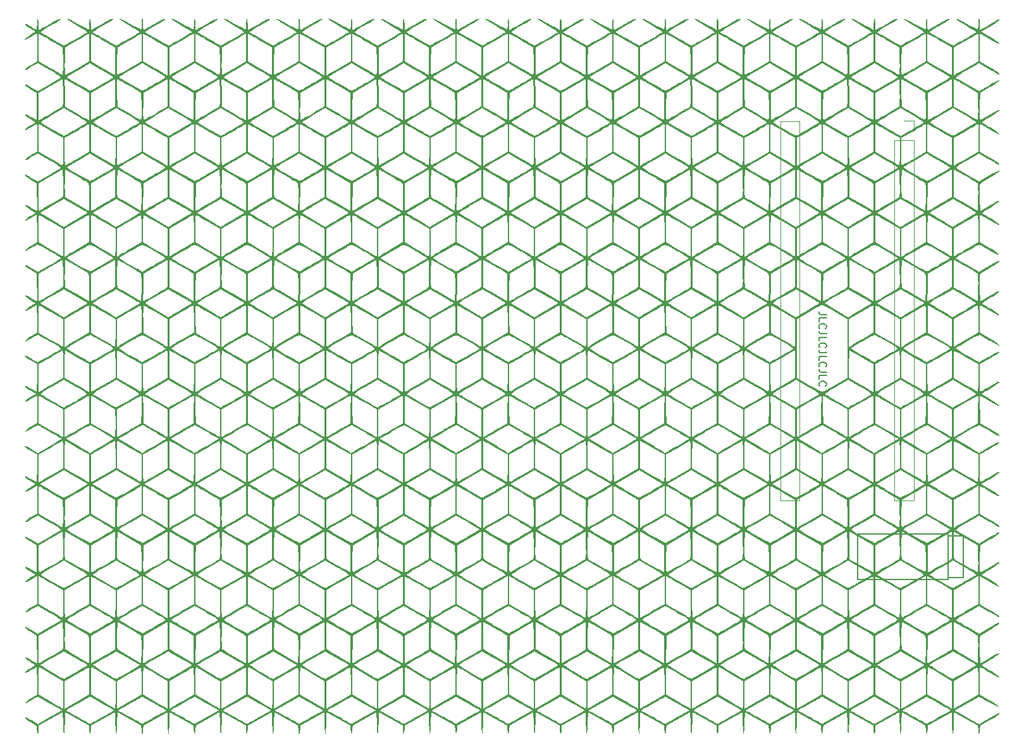
<source format=gto>
%TF.GenerationSoftware,KiCad,Pcbnew,(6.0.2)*%
%TF.CreationDate,2022-04-17T17:36:21-03:00*%
%TF.ProjectId,keyboard_pcb,6b657962-6f61-4726-945f-7063622e6b69,rev1.0*%
%TF.SameCoordinates,Original*%
%TF.FileFunction,Legend,Top*%
%TF.FilePolarity,Positive*%
%FSLAX46Y46*%
G04 Gerber Fmt 4.6, Leading zero omitted, Abs format (unit mm)*
G04 Created by KiCad (PCBNEW (6.0.2)) date 2022-04-17 17:36:21*
%MOMM*%
%LPD*%
G01*
G04 APERTURE LIST*
%ADD10C,0.150000*%
%ADD11C,0.120000*%
G04 APERTURE END LIST*
D10*
X186547619Y-77630952D02*
X185833333Y-77630952D01*
X185690476Y-77583333D01*
X185595238Y-77488095D01*
X185547619Y-77345238D01*
X185547619Y-77250000D01*
X185547619Y-78583333D02*
X185547619Y-78107142D01*
X186547619Y-78107142D01*
X185642857Y-79488095D02*
X185595238Y-79440476D01*
X185547619Y-79297619D01*
X185547619Y-79202380D01*
X185595238Y-79059523D01*
X185690476Y-78964285D01*
X185785714Y-78916666D01*
X185976190Y-78869047D01*
X186119047Y-78869047D01*
X186309523Y-78916666D01*
X186404761Y-78964285D01*
X186500000Y-79059523D01*
X186547619Y-79202380D01*
X186547619Y-79297619D01*
X186500000Y-79440476D01*
X186452380Y-79488095D01*
X186547619Y-80202380D02*
X185833333Y-80202380D01*
X185690476Y-80154761D01*
X185595238Y-80059523D01*
X185547619Y-79916666D01*
X185547619Y-79821428D01*
X185547619Y-81154761D02*
X185547619Y-80678571D01*
X186547619Y-80678571D01*
X185642857Y-82059523D02*
X185595238Y-82011904D01*
X185547619Y-81869047D01*
X185547619Y-81773809D01*
X185595238Y-81630952D01*
X185690476Y-81535714D01*
X185785714Y-81488095D01*
X185976190Y-81440476D01*
X186119047Y-81440476D01*
X186309523Y-81488095D01*
X186404761Y-81535714D01*
X186500000Y-81630952D01*
X186547619Y-81773809D01*
X186547619Y-81869047D01*
X186500000Y-82011904D01*
X186452380Y-82059523D01*
X186547619Y-82773809D02*
X185833333Y-82773809D01*
X185690476Y-82726190D01*
X185595238Y-82630952D01*
X185547619Y-82488095D01*
X185547619Y-82392857D01*
X185547619Y-83726190D02*
X185547619Y-83250000D01*
X186547619Y-83250000D01*
X185642857Y-84630952D02*
X185595238Y-84583333D01*
X185547619Y-84440476D01*
X185547619Y-84345238D01*
X185595238Y-84202380D01*
X185690476Y-84107142D01*
X185785714Y-84059523D01*
X185976190Y-84011904D01*
X186119047Y-84011904D01*
X186309523Y-84059523D01*
X186404761Y-84107142D01*
X186500000Y-84202380D01*
X186547619Y-84345238D01*
X186547619Y-84440476D01*
X186500000Y-84583333D01*
X186452380Y-84630952D01*
X186547619Y-85345238D02*
X185833333Y-85345238D01*
X185690476Y-85297619D01*
X185595238Y-85202380D01*
X185547619Y-85059523D01*
X185547619Y-84964285D01*
X185547619Y-86297619D02*
X185547619Y-85821428D01*
X186547619Y-85821428D01*
X185642857Y-87202380D02*
X185595238Y-87154761D01*
X185547619Y-87011904D01*
X185547619Y-86916666D01*
X185595238Y-86773809D01*
X185690476Y-86678571D01*
X185785714Y-86630952D01*
X185976190Y-86583333D01*
X186119047Y-86583333D01*
X186309523Y-86630952D01*
X186404761Y-86678571D01*
X186500000Y-86773809D01*
X186547619Y-86916666D01*
X186547619Y-87011904D01*
X186500000Y-87154761D01*
X186452380Y-87202380D01*
%TO.C,G\u002A\u002A\u002A*%
G36*
X83937026Y-130495420D02*
G01*
X84582389Y-130495420D01*
X84807389Y-130350286D01*
X84968443Y-130252068D01*
X85267868Y-130074589D01*
X85670712Y-129838376D01*
X86142019Y-129563957D01*
X86457389Y-129381259D01*
X87882389Y-128557367D01*
X87882389Y-128554256D01*
X88082389Y-128554256D01*
X89707389Y-129505219D01*
X90217587Y-129803462D01*
X90664811Y-130064265D01*
X91021898Y-130271840D01*
X91261686Y-130410399D01*
X91357011Y-130464151D01*
X91357389Y-130464300D01*
X91365218Y-130372084D01*
X91372045Y-130110607D01*
X91377456Y-129710607D01*
X91381040Y-129202820D01*
X91382387Y-128617984D01*
X91382389Y-128597129D01*
X91382389Y-126721839D01*
X89818068Y-125822129D01*
X89311741Y-125531764D01*
X88864080Y-125276644D01*
X88504391Y-125073342D01*
X88261981Y-124938430D01*
X88168068Y-124889085D01*
X88141096Y-124973030D01*
X88117608Y-125226578D01*
X88099038Y-125619342D01*
X88086821Y-126120935D01*
X88082389Y-126700972D01*
X88082389Y-128554256D01*
X87882389Y-128554256D01*
X87882389Y-126706559D01*
X87878018Y-126125844D01*
X87865860Y-125623356D01*
X87847348Y-125229469D01*
X87823911Y-124974558D01*
X87796981Y-124888997D01*
X87796736Y-124889085D01*
X87686241Y-124947570D01*
X87431895Y-125089551D01*
X87063003Y-125298440D01*
X86608871Y-125557651D01*
X86147737Y-125822419D01*
X84584392Y-126722419D01*
X84583390Y-128608919D01*
X84582389Y-130495420D01*
X83937026Y-130495420D01*
X83793216Y-130409093D01*
X83429282Y-130199167D01*
X82998661Y-129956076D01*
X82536014Y-129698957D01*
X82076001Y-129446945D01*
X81653281Y-129219174D01*
X81302514Y-129034779D01*
X81058360Y-128912896D01*
X80957343Y-128872419D01*
X80775666Y-128924975D01*
X80629639Y-129005393D01*
X80440064Y-129123722D01*
X80144668Y-129298217D01*
X79857389Y-129462732D01*
X79534821Y-129632595D01*
X79351866Y-129695331D01*
X79284220Y-129658403D01*
X79282389Y-129639261D01*
X79363697Y-129526848D01*
X79581664Y-129348726D01*
X79897346Y-129134920D01*
X80082389Y-129022419D01*
X80880948Y-128554256D01*
X81082388Y-128554256D01*
X82707389Y-129505219D01*
X83217587Y-129803462D01*
X83664811Y-130064265D01*
X84021898Y-130271840D01*
X84261686Y-130410399D01*
X84357011Y-130464151D01*
X84357389Y-130464300D01*
X84365218Y-130372084D01*
X84372045Y-130110607D01*
X84377456Y-129710607D01*
X84381040Y-129202820D01*
X84382387Y-128617984D01*
X84382389Y-128597129D01*
X84382389Y-126721839D01*
X82818068Y-125822129D01*
X82311741Y-125531764D01*
X81864080Y-125276644D01*
X81504391Y-125073342D01*
X81261981Y-124938430D01*
X81168068Y-124889085D01*
X81141096Y-124973030D01*
X81117608Y-125226578D01*
X81099038Y-125619342D01*
X81086821Y-126120935D01*
X81082389Y-126700972D01*
X81082388Y-126705004D01*
X81082388Y-128554256D01*
X80880948Y-128554256D01*
X80882389Y-128553411D01*
X80882389Y-126712915D01*
X80880266Y-126131107D01*
X80874363Y-125624949D01*
X80865379Y-125225648D01*
X80854013Y-124964411D01*
X80841173Y-124872419D01*
X80741389Y-124918868D01*
X80512992Y-125042225D01*
X80200053Y-125218506D01*
X80106167Y-125272419D01*
X79724563Y-125489235D01*
X79482976Y-125613831D01*
X79349843Y-125656748D01*
X79293599Y-125628524D01*
X79282629Y-125547419D01*
X79364326Y-125443085D01*
X79580987Y-125277435D01*
X79890331Y-125081806D01*
X79981397Y-125029520D01*
X80298483Y-124841463D01*
X80525903Y-124687738D01*
X80625982Y-124594503D01*
X80625567Y-124582263D01*
X80595298Y-124561590D01*
X81359769Y-124561590D01*
X81425063Y-124623084D01*
X81630484Y-124766062D01*
X81943731Y-124970675D01*
X82332502Y-125217076D01*
X82764497Y-125485415D01*
X83207413Y-125755845D01*
X83628949Y-126008515D01*
X83996805Y-126223579D01*
X84278678Y-126381186D01*
X84442267Y-126461489D01*
X84460860Y-126467154D01*
X84552138Y-126421222D01*
X84788708Y-126290337D01*
X85142976Y-126090091D01*
X85587346Y-125836082D01*
X86083532Y-125550090D01*
X86582724Y-125255734D01*
X87010093Y-124993051D01*
X87340007Y-124778691D01*
X87546837Y-124629306D01*
X87605060Y-124561643D01*
X87604978Y-124561590D01*
X88359769Y-124561590D01*
X88425063Y-124623084D01*
X88630484Y-124766062D01*
X88943731Y-124970675D01*
X89332502Y-125217076D01*
X89764497Y-125485415D01*
X90207413Y-125755845D01*
X90628949Y-126008515D01*
X90996805Y-126223579D01*
X91278678Y-126381186D01*
X91442267Y-126461489D01*
X91460860Y-126467154D01*
X91552138Y-126421222D01*
X91788708Y-126290337D01*
X92142976Y-126090091D01*
X92587346Y-125836082D01*
X93083532Y-125550090D01*
X93582724Y-125255734D01*
X94010093Y-124993051D01*
X94340007Y-124778691D01*
X94546837Y-124629306D01*
X94605060Y-124561643D01*
X94604978Y-124561590D01*
X95359769Y-124561590D01*
X95425063Y-124623084D01*
X95630484Y-124766062D01*
X95943731Y-124970675D01*
X96332502Y-125217076D01*
X96764497Y-125485415D01*
X97207413Y-125755845D01*
X97628949Y-126008515D01*
X97996805Y-126223579D01*
X98278678Y-126381186D01*
X98442267Y-126461489D01*
X98460860Y-126467154D01*
X98552138Y-126421222D01*
X98788708Y-126290337D01*
X99142976Y-126090091D01*
X99587346Y-125836082D01*
X100083532Y-125550090D01*
X100582724Y-125255734D01*
X101010093Y-124993051D01*
X101340007Y-124778691D01*
X101546837Y-124629306D01*
X101605060Y-124561643D01*
X101604978Y-124561590D01*
X102359769Y-124561590D01*
X102425063Y-124623084D01*
X102630484Y-124766062D01*
X102943731Y-124970675D01*
X103332502Y-125217076D01*
X103764497Y-125485415D01*
X104207413Y-125755845D01*
X104628949Y-126008515D01*
X104996805Y-126223579D01*
X105278678Y-126381186D01*
X105442267Y-126461489D01*
X105460860Y-126467154D01*
X105552138Y-126421222D01*
X105788708Y-126290337D01*
X106142976Y-126090091D01*
X106587346Y-125836082D01*
X107083532Y-125550090D01*
X107582724Y-125255734D01*
X108010093Y-124993051D01*
X108340007Y-124778691D01*
X108546837Y-124629306D01*
X108605060Y-124561643D01*
X108604978Y-124561590D01*
X109359769Y-124561590D01*
X109425063Y-124623084D01*
X109630484Y-124766062D01*
X109943731Y-124970675D01*
X110332502Y-125217076D01*
X110764497Y-125485415D01*
X111207413Y-125755845D01*
X111628949Y-126008515D01*
X111996805Y-126223579D01*
X112278678Y-126381186D01*
X112442267Y-126461489D01*
X112460860Y-126467154D01*
X112552138Y-126421222D01*
X112788708Y-126290337D01*
X113142976Y-126090091D01*
X113587346Y-125836082D01*
X114083532Y-125550090D01*
X114582724Y-125255734D01*
X115010093Y-124993051D01*
X115340007Y-124778691D01*
X115546837Y-124629306D01*
X115605060Y-124561643D01*
X115604978Y-124561590D01*
X116359769Y-124561590D01*
X116425063Y-124623084D01*
X116630484Y-124766062D01*
X116943731Y-124970675D01*
X117332502Y-125217076D01*
X117764497Y-125485415D01*
X118207413Y-125755845D01*
X118628949Y-126008515D01*
X118996805Y-126223579D01*
X119278678Y-126381186D01*
X119442267Y-126461489D01*
X119460860Y-126467154D01*
X119552138Y-126421222D01*
X119788708Y-126290337D01*
X120142976Y-126090091D01*
X120587346Y-125836082D01*
X121083532Y-125550090D01*
X121582724Y-125255734D01*
X122010093Y-124993051D01*
X122340007Y-124778691D01*
X122546837Y-124629306D01*
X122605060Y-124561643D01*
X122604978Y-124561590D01*
X123359769Y-124561590D01*
X123425063Y-124623084D01*
X123630484Y-124766062D01*
X123943731Y-124970675D01*
X124332502Y-125217076D01*
X124764497Y-125485415D01*
X125207413Y-125755845D01*
X125628949Y-126008515D01*
X125996805Y-126223579D01*
X126278678Y-126381186D01*
X126442267Y-126461489D01*
X126460860Y-126467154D01*
X126552138Y-126421222D01*
X126788708Y-126290337D01*
X127142976Y-126090091D01*
X127587346Y-125836082D01*
X128083532Y-125550090D01*
X128582724Y-125255734D01*
X129010093Y-124993051D01*
X129340007Y-124778691D01*
X129546837Y-124629306D01*
X129605060Y-124561643D01*
X129604978Y-124561590D01*
X130359769Y-124561590D01*
X130425063Y-124623084D01*
X130630484Y-124766062D01*
X130943731Y-124970675D01*
X131332502Y-125217076D01*
X131764497Y-125485415D01*
X132207413Y-125755845D01*
X132628949Y-126008515D01*
X132996805Y-126223579D01*
X133278678Y-126381186D01*
X133442267Y-126461489D01*
X133460860Y-126467154D01*
X133552138Y-126421222D01*
X133788708Y-126290337D01*
X134142976Y-126090091D01*
X134587346Y-125836082D01*
X135083532Y-125550090D01*
X135582724Y-125255734D01*
X136010093Y-124993051D01*
X136340007Y-124778691D01*
X136546837Y-124629306D01*
X136605060Y-124561643D01*
X136604978Y-124561590D01*
X137359769Y-124561590D01*
X137425063Y-124623084D01*
X137630484Y-124766062D01*
X137943731Y-124970675D01*
X138332502Y-125217076D01*
X138764497Y-125485415D01*
X139207413Y-125755845D01*
X139628949Y-126008515D01*
X139996805Y-126223579D01*
X140278678Y-126381186D01*
X140442267Y-126461489D01*
X140460860Y-126467154D01*
X140552138Y-126421222D01*
X140788708Y-126290337D01*
X141142976Y-126090091D01*
X141587346Y-125836082D01*
X142083532Y-125550090D01*
X142582724Y-125255734D01*
X143010093Y-124993051D01*
X143340007Y-124778691D01*
X143546837Y-124629306D01*
X143605060Y-124561643D01*
X143604978Y-124561590D01*
X144359769Y-124561590D01*
X144425063Y-124623084D01*
X144630484Y-124766062D01*
X144943731Y-124970675D01*
X145332502Y-125217076D01*
X145764497Y-125485415D01*
X146207413Y-125755845D01*
X146628949Y-126008515D01*
X146996805Y-126223579D01*
X147278678Y-126381186D01*
X147442267Y-126461489D01*
X147460860Y-126467154D01*
X147552138Y-126421222D01*
X147788708Y-126290337D01*
X148142976Y-126090091D01*
X148587346Y-125836082D01*
X149083532Y-125550090D01*
X149582724Y-125255734D01*
X150010093Y-124993051D01*
X150340007Y-124778691D01*
X150546837Y-124629306D01*
X150605060Y-124561643D01*
X150604978Y-124561590D01*
X151359769Y-124561590D01*
X151425063Y-124623084D01*
X151630484Y-124766062D01*
X151943731Y-124970675D01*
X152332502Y-125217076D01*
X152764497Y-125485415D01*
X153207413Y-125755845D01*
X153628949Y-126008515D01*
X153996805Y-126223579D01*
X154278678Y-126381186D01*
X154442267Y-126461489D01*
X154460860Y-126467154D01*
X154552138Y-126421222D01*
X154788708Y-126290337D01*
X155142976Y-126090091D01*
X155587346Y-125836082D01*
X156083532Y-125550090D01*
X156582724Y-125255734D01*
X157010093Y-124993051D01*
X157340007Y-124778691D01*
X157546837Y-124629306D01*
X157605060Y-124561643D01*
X157604978Y-124561590D01*
X158359769Y-124561590D01*
X158425063Y-124623084D01*
X158630484Y-124766062D01*
X158943731Y-124970675D01*
X159332502Y-125217076D01*
X159764497Y-125485415D01*
X160207413Y-125755845D01*
X160628949Y-126008515D01*
X160996805Y-126223579D01*
X161278678Y-126381186D01*
X161442267Y-126461489D01*
X161460860Y-126467154D01*
X161552138Y-126421222D01*
X161788708Y-126290337D01*
X162142976Y-126090091D01*
X162587346Y-125836082D01*
X163083532Y-125550090D01*
X163582724Y-125255734D01*
X164010093Y-124993051D01*
X164340007Y-124778691D01*
X164546837Y-124629306D01*
X164605060Y-124561643D01*
X164604978Y-124561590D01*
X165359769Y-124561590D01*
X165425063Y-124623084D01*
X165630484Y-124766062D01*
X165943731Y-124970675D01*
X166332502Y-125217076D01*
X166764497Y-125485415D01*
X167207413Y-125755845D01*
X167628949Y-126008515D01*
X167996805Y-126223579D01*
X168278678Y-126381186D01*
X168442267Y-126461489D01*
X168460860Y-126467154D01*
X168552138Y-126421222D01*
X168788708Y-126290337D01*
X169142976Y-126090091D01*
X169587346Y-125836082D01*
X170083532Y-125550090D01*
X170582724Y-125255734D01*
X171010093Y-124993051D01*
X171340007Y-124778691D01*
X171546837Y-124629306D01*
X171605060Y-124561643D01*
X171604978Y-124561590D01*
X172359769Y-124561590D01*
X172425063Y-124623084D01*
X172630484Y-124766062D01*
X172943731Y-124970675D01*
X173332502Y-125217076D01*
X173764497Y-125485415D01*
X174207413Y-125755845D01*
X174628949Y-126008515D01*
X174996805Y-126223579D01*
X175278678Y-126381186D01*
X175442267Y-126461489D01*
X175460860Y-126467154D01*
X175552138Y-126421222D01*
X175788708Y-126290337D01*
X176142976Y-126090091D01*
X176587346Y-125836082D01*
X177083532Y-125550090D01*
X177582724Y-125255734D01*
X178010093Y-124993051D01*
X178340007Y-124778691D01*
X178546837Y-124629306D01*
X178605060Y-124561643D01*
X178604978Y-124561590D01*
X179359769Y-124561590D01*
X179425063Y-124623084D01*
X179630484Y-124766062D01*
X179943731Y-124970675D01*
X180332502Y-125217076D01*
X180764497Y-125485415D01*
X181207413Y-125755845D01*
X181628949Y-126008515D01*
X181996805Y-126223579D01*
X182278678Y-126381186D01*
X182442267Y-126461489D01*
X182460860Y-126467154D01*
X182552138Y-126421222D01*
X182788708Y-126290337D01*
X183142976Y-126090091D01*
X183587346Y-125836082D01*
X184083532Y-125550090D01*
X184582724Y-125255734D01*
X185010093Y-124993051D01*
X185340007Y-124778691D01*
X185546837Y-124629306D01*
X185605060Y-124561643D01*
X185604978Y-124561590D01*
X186359769Y-124561590D01*
X186425063Y-124623084D01*
X186630484Y-124766062D01*
X186943731Y-124970675D01*
X187332502Y-125217076D01*
X187764497Y-125485415D01*
X188207413Y-125755845D01*
X188628949Y-126008515D01*
X188996805Y-126223579D01*
X189278678Y-126381186D01*
X189442267Y-126461489D01*
X189460860Y-126467154D01*
X189552138Y-126421222D01*
X189788708Y-126290337D01*
X190142976Y-126090091D01*
X190587346Y-125836082D01*
X191083532Y-125550090D01*
X191582724Y-125255734D01*
X192010093Y-124993051D01*
X192340007Y-124778691D01*
X192546837Y-124629306D01*
X192605060Y-124561643D01*
X192604978Y-124561590D01*
X193359769Y-124561590D01*
X193425063Y-124623084D01*
X193630484Y-124766062D01*
X193943731Y-124970675D01*
X194332502Y-125217076D01*
X194764497Y-125485415D01*
X195207413Y-125755845D01*
X195628949Y-126008515D01*
X195996805Y-126223579D01*
X196278678Y-126381186D01*
X196442267Y-126461489D01*
X196460860Y-126467154D01*
X196552138Y-126421222D01*
X196788708Y-126290337D01*
X197142976Y-126090091D01*
X197587346Y-125836082D01*
X198083532Y-125550090D01*
X198582724Y-125255734D01*
X199010093Y-124993051D01*
X199340007Y-124778691D01*
X199546837Y-124629306D01*
X199605060Y-124561643D01*
X199604978Y-124561590D01*
X200359769Y-124561590D01*
X200425063Y-124623084D01*
X200630484Y-124766062D01*
X200943731Y-124970675D01*
X201332502Y-125217076D01*
X201764497Y-125485415D01*
X202207413Y-125755845D01*
X202628949Y-126008515D01*
X202996805Y-126223579D01*
X203278678Y-126381186D01*
X203442267Y-126461489D01*
X203460860Y-126467154D01*
X203552138Y-126421222D01*
X203788708Y-126290337D01*
X204142976Y-126090091D01*
X204587346Y-125836082D01*
X205083532Y-125550090D01*
X205582724Y-125255734D01*
X206010093Y-124993051D01*
X206340007Y-124778691D01*
X206546837Y-124629306D01*
X206605060Y-124561643D01*
X206498382Y-124492437D01*
X206247555Y-124341484D01*
X205882113Y-124126204D01*
X205431591Y-123864016D01*
X205007389Y-123619340D01*
X203482389Y-122743157D01*
X201957389Y-123619340D01*
X201458087Y-123907538D01*
X201018968Y-124163510D01*
X200669566Y-124369839D01*
X200439413Y-124509105D01*
X200359769Y-124561590D01*
X199604978Y-124561590D01*
X199498382Y-124492437D01*
X199336189Y-124394826D01*
X200077893Y-124394826D01*
X200405141Y-124202824D01*
X200609238Y-124084101D01*
X200945500Y-123889621D01*
X201372649Y-123643215D01*
X201849405Y-123368711D01*
X202018192Y-123271647D01*
X202473567Y-123004427D01*
X202863820Y-122765117D01*
X203157200Y-122573992D01*
X203321954Y-122451325D01*
X203345587Y-122424083D01*
X203357585Y-122292999D01*
X203365122Y-121996441D01*
X203367936Y-121568892D01*
X203366323Y-121179200D01*
X203600900Y-121179200D01*
X203606028Y-121695135D01*
X203619404Y-122108906D01*
X203639983Y-122387055D01*
X203664436Y-122494466D01*
X203775675Y-122570588D01*
X204030797Y-122728265D01*
X204400119Y-122949677D01*
X204853961Y-123217003D01*
X205291760Y-123471498D01*
X206832389Y-124361835D01*
X206859713Y-122549451D01*
X206863768Y-121950025D01*
X206857741Y-121427752D01*
X206842719Y-121014469D01*
X206819788Y-120742010D01*
X206794697Y-120644727D01*
X206681448Y-120566727D01*
X206424442Y-120407508D01*
X206053590Y-120185046D01*
X205598806Y-119917313D01*
X205167372Y-119666870D01*
X203632389Y-118781354D01*
X203605064Y-120594562D01*
X203600900Y-121179200D01*
X203366323Y-121179200D01*
X203365767Y-121044834D01*
X203359784Y-120547604D01*
X203332389Y-118779513D01*
X201732389Y-119705186D01*
X200132389Y-120630858D01*
X200077893Y-124394826D01*
X199336189Y-124394826D01*
X199247555Y-124341484D01*
X198882113Y-124126204D01*
X198431591Y-123864016D01*
X198007389Y-123619340D01*
X196482389Y-122743157D01*
X194957389Y-123619340D01*
X194458087Y-123907538D01*
X194018968Y-124163510D01*
X193669566Y-124369839D01*
X193439413Y-124509105D01*
X193359769Y-124561590D01*
X192604978Y-124561590D01*
X192498382Y-124492437D01*
X192336189Y-124394826D01*
X193077893Y-124394826D01*
X193405141Y-124202824D01*
X193609238Y-124084101D01*
X193945500Y-123889621D01*
X194372649Y-123643215D01*
X194849405Y-123368711D01*
X195018192Y-123271647D01*
X195473567Y-123004427D01*
X195863820Y-122765117D01*
X196157200Y-122573992D01*
X196321954Y-122451325D01*
X196345587Y-122424083D01*
X196357585Y-122292999D01*
X196365122Y-121996441D01*
X196367936Y-121568892D01*
X196366323Y-121179200D01*
X196600900Y-121179200D01*
X196606028Y-121695135D01*
X196619404Y-122108906D01*
X196639983Y-122387055D01*
X196664436Y-122494466D01*
X196775675Y-122570588D01*
X197030797Y-122728265D01*
X197400119Y-122949677D01*
X197853961Y-123217003D01*
X198291760Y-123471498D01*
X199832389Y-124361835D01*
X199859713Y-122549451D01*
X199863768Y-121950025D01*
X199857741Y-121427752D01*
X199842719Y-121014469D01*
X199819788Y-120742010D01*
X199794697Y-120644727D01*
X199681448Y-120566727D01*
X199424442Y-120407508D01*
X199053590Y-120185046D01*
X198598806Y-119917313D01*
X198167372Y-119666870D01*
X196632389Y-118781354D01*
X196605064Y-120594562D01*
X196600900Y-121179200D01*
X196366323Y-121179200D01*
X196365767Y-121044834D01*
X196359784Y-120547604D01*
X196332389Y-118779513D01*
X194732389Y-119705186D01*
X193132389Y-120630858D01*
X193077893Y-124394826D01*
X192336189Y-124394826D01*
X192247555Y-124341484D01*
X191882113Y-124126204D01*
X191431591Y-123864016D01*
X191007389Y-123619340D01*
X189482389Y-122743157D01*
X187957389Y-123619340D01*
X187458087Y-123907538D01*
X187018968Y-124163510D01*
X186669566Y-124369839D01*
X186439413Y-124509105D01*
X186359769Y-124561590D01*
X185604978Y-124561590D01*
X185498382Y-124492437D01*
X185336189Y-124394826D01*
X186077893Y-124394826D01*
X186405141Y-124202824D01*
X186609238Y-124084101D01*
X186945500Y-123889621D01*
X187372649Y-123643215D01*
X187849405Y-123368711D01*
X188018192Y-123271647D01*
X188473567Y-123004427D01*
X188863820Y-122765117D01*
X189157200Y-122573992D01*
X189321954Y-122451325D01*
X189345587Y-122424083D01*
X189357585Y-122292999D01*
X189365122Y-121996441D01*
X189367936Y-121568892D01*
X189366323Y-121179200D01*
X189600900Y-121179200D01*
X189606028Y-121695135D01*
X189619404Y-122108906D01*
X189639983Y-122387055D01*
X189664436Y-122494466D01*
X189775675Y-122570588D01*
X190030797Y-122728265D01*
X190400119Y-122949677D01*
X190853961Y-123217003D01*
X191291760Y-123471498D01*
X192832389Y-124361835D01*
X192859713Y-122549451D01*
X192863768Y-121950025D01*
X192857741Y-121427752D01*
X192842719Y-121014469D01*
X192819788Y-120742010D01*
X192794697Y-120644727D01*
X192681448Y-120566727D01*
X192424442Y-120407508D01*
X192053590Y-120185046D01*
X191598806Y-119917313D01*
X191167372Y-119666870D01*
X189632389Y-118781354D01*
X189605064Y-120594562D01*
X189600900Y-121179200D01*
X189366323Y-121179200D01*
X189365767Y-121044834D01*
X189359784Y-120547604D01*
X189332389Y-118779513D01*
X187732389Y-119705186D01*
X186132389Y-120630858D01*
X186077893Y-124394826D01*
X185336189Y-124394826D01*
X185247555Y-124341484D01*
X184882113Y-124126204D01*
X184431591Y-123864016D01*
X184007389Y-123619340D01*
X182482389Y-122743157D01*
X180957389Y-123619340D01*
X180458087Y-123907538D01*
X180018968Y-124163510D01*
X179669566Y-124369839D01*
X179439413Y-124509105D01*
X179359769Y-124561590D01*
X178604978Y-124561590D01*
X178498382Y-124492437D01*
X178336189Y-124394826D01*
X179077893Y-124394826D01*
X179405141Y-124202824D01*
X179609238Y-124084101D01*
X179945500Y-123889621D01*
X180372649Y-123643215D01*
X180849405Y-123368711D01*
X181018192Y-123271647D01*
X181473567Y-123004427D01*
X181863820Y-122765117D01*
X182157200Y-122573992D01*
X182321954Y-122451325D01*
X182345587Y-122424083D01*
X182357585Y-122292999D01*
X182365122Y-121996441D01*
X182367936Y-121568892D01*
X182366323Y-121179200D01*
X182600900Y-121179200D01*
X182606028Y-121695135D01*
X182619404Y-122108906D01*
X182639983Y-122387055D01*
X182664436Y-122494466D01*
X182775675Y-122570588D01*
X183030797Y-122728265D01*
X183400119Y-122949677D01*
X183853961Y-123217003D01*
X184291760Y-123471498D01*
X185832389Y-124361835D01*
X185859713Y-122549451D01*
X185863768Y-121950025D01*
X185857741Y-121427752D01*
X185842719Y-121014469D01*
X185819788Y-120742010D01*
X185794697Y-120644727D01*
X185681448Y-120566727D01*
X185424442Y-120407508D01*
X185053590Y-120185046D01*
X184598806Y-119917313D01*
X184167372Y-119666870D01*
X182632389Y-118781354D01*
X182605064Y-120594562D01*
X182600900Y-121179200D01*
X182366323Y-121179200D01*
X182365767Y-121044834D01*
X182359784Y-120547604D01*
X182332389Y-118779513D01*
X180732389Y-119705186D01*
X179132389Y-120630858D01*
X179077893Y-124394826D01*
X178336189Y-124394826D01*
X178247555Y-124341484D01*
X177882113Y-124126204D01*
X177431591Y-123864016D01*
X177007389Y-123619340D01*
X175482389Y-122743157D01*
X173957389Y-123619340D01*
X173458087Y-123907538D01*
X173018968Y-124163510D01*
X172669566Y-124369839D01*
X172439413Y-124509105D01*
X172359769Y-124561590D01*
X171604978Y-124561590D01*
X171498382Y-124492437D01*
X171336189Y-124394826D01*
X172077893Y-124394826D01*
X172405141Y-124202824D01*
X172609238Y-124084101D01*
X172945500Y-123889621D01*
X173372649Y-123643215D01*
X173849405Y-123368711D01*
X174018192Y-123271647D01*
X174473567Y-123004427D01*
X174863820Y-122765117D01*
X175157200Y-122573992D01*
X175321954Y-122451325D01*
X175345587Y-122424083D01*
X175357585Y-122292999D01*
X175365122Y-121996441D01*
X175367936Y-121568892D01*
X175366323Y-121179200D01*
X175600900Y-121179200D01*
X175606028Y-121695135D01*
X175619404Y-122108906D01*
X175639983Y-122387055D01*
X175664436Y-122494466D01*
X175775675Y-122570588D01*
X176030797Y-122728265D01*
X176400119Y-122949677D01*
X176853961Y-123217003D01*
X177291760Y-123471498D01*
X178832389Y-124361835D01*
X178859713Y-122549451D01*
X178863768Y-121950025D01*
X178857741Y-121427752D01*
X178842719Y-121014469D01*
X178819788Y-120742010D01*
X178794697Y-120644727D01*
X178681448Y-120566727D01*
X178424442Y-120407508D01*
X178053590Y-120185046D01*
X177598806Y-119917313D01*
X177167372Y-119666870D01*
X175632389Y-118781354D01*
X175605064Y-120594562D01*
X175600900Y-121179200D01*
X175366323Y-121179200D01*
X175365767Y-121044834D01*
X175359784Y-120547604D01*
X175332389Y-118779513D01*
X173732389Y-119705186D01*
X172132389Y-120630858D01*
X172077893Y-124394826D01*
X171336189Y-124394826D01*
X171247555Y-124341484D01*
X170882113Y-124126204D01*
X170431591Y-123864016D01*
X170007389Y-123619340D01*
X168482389Y-122743157D01*
X166957389Y-123619340D01*
X166458087Y-123907538D01*
X166018968Y-124163510D01*
X165669566Y-124369839D01*
X165439413Y-124509105D01*
X165359769Y-124561590D01*
X164604978Y-124561590D01*
X164498382Y-124492437D01*
X164336189Y-124394826D01*
X165077893Y-124394826D01*
X165405141Y-124202824D01*
X165609238Y-124084101D01*
X165945500Y-123889621D01*
X166372649Y-123643215D01*
X166849405Y-123368711D01*
X167018192Y-123271647D01*
X167473567Y-123004427D01*
X167863820Y-122765117D01*
X168157200Y-122573992D01*
X168321954Y-122451325D01*
X168345587Y-122424083D01*
X168357585Y-122292999D01*
X168365122Y-121996441D01*
X168367936Y-121568892D01*
X168366323Y-121179200D01*
X168600900Y-121179200D01*
X168606028Y-121695135D01*
X168619404Y-122108906D01*
X168639983Y-122387055D01*
X168664436Y-122494466D01*
X168775675Y-122570588D01*
X169030797Y-122728265D01*
X169400119Y-122949677D01*
X169853961Y-123217003D01*
X170291760Y-123471498D01*
X171832389Y-124361835D01*
X171859713Y-122549451D01*
X171863768Y-121950025D01*
X171857741Y-121427752D01*
X171842719Y-121014469D01*
X171819788Y-120742010D01*
X171794697Y-120644727D01*
X171681448Y-120566727D01*
X171424442Y-120407508D01*
X171053590Y-120185046D01*
X170598806Y-119917313D01*
X170167372Y-119666870D01*
X168632389Y-118781354D01*
X168605064Y-120594562D01*
X168600900Y-121179200D01*
X168366323Y-121179200D01*
X168365767Y-121044834D01*
X168359784Y-120547604D01*
X168332389Y-118779513D01*
X166732389Y-119705186D01*
X165132389Y-120630858D01*
X165077893Y-124394826D01*
X164336189Y-124394826D01*
X164247555Y-124341484D01*
X163882113Y-124126204D01*
X163431591Y-123864016D01*
X163007389Y-123619340D01*
X161482389Y-122743157D01*
X159957389Y-123619340D01*
X159458087Y-123907538D01*
X159018968Y-124163510D01*
X158669566Y-124369839D01*
X158439413Y-124509105D01*
X158359769Y-124561590D01*
X157604978Y-124561590D01*
X157498382Y-124492437D01*
X157336189Y-124394826D01*
X158077893Y-124394826D01*
X158405141Y-124202824D01*
X158609238Y-124084101D01*
X158945500Y-123889621D01*
X159372649Y-123643215D01*
X159849405Y-123368711D01*
X160018192Y-123271647D01*
X160473567Y-123004427D01*
X160863820Y-122765117D01*
X161157200Y-122573992D01*
X161321954Y-122451325D01*
X161345587Y-122424083D01*
X161357585Y-122292999D01*
X161365122Y-121996441D01*
X161367936Y-121568892D01*
X161366323Y-121179200D01*
X161600900Y-121179200D01*
X161606028Y-121695135D01*
X161619404Y-122108906D01*
X161639983Y-122387055D01*
X161664436Y-122494466D01*
X161775675Y-122570588D01*
X162030797Y-122728265D01*
X162400119Y-122949677D01*
X162853961Y-123217003D01*
X163291760Y-123471498D01*
X164832389Y-124361835D01*
X164859713Y-122549451D01*
X164863768Y-121950025D01*
X164857741Y-121427752D01*
X164842719Y-121014469D01*
X164819788Y-120742010D01*
X164794697Y-120644727D01*
X164681448Y-120566727D01*
X164424442Y-120407508D01*
X164053590Y-120185046D01*
X163598806Y-119917313D01*
X163167372Y-119666870D01*
X161632389Y-118781354D01*
X161605064Y-120594562D01*
X161600900Y-121179200D01*
X161366323Y-121179200D01*
X161365767Y-121044834D01*
X161359784Y-120547604D01*
X161332389Y-118779513D01*
X159732389Y-119705186D01*
X158132389Y-120630858D01*
X158077893Y-124394826D01*
X157336189Y-124394826D01*
X157247555Y-124341484D01*
X156882113Y-124126204D01*
X156431591Y-123864016D01*
X156007389Y-123619340D01*
X154482389Y-122743157D01*
X152957389Y-123619340D01*
X152458087Y-123907538D01*
X152018968Y-124163510D01*
X151669566Y-124369839D01*
X151439413Y-124509105D01*
X151359769Y-124561590D01*
X150604978Y-124561590D01*
X150498382Y-124492437D01*
X150336189Y-124394826D01*
X151077893Y-124394826D01*
X151405141Y-124202824D01*
X151609238Y-124084101D01*
X151945500Y-123889621D01*
X152372649Y-123643215D01*
X152849405Y-123368711D01*
X153018192Y-123271647D01*
X153473567Y-123004427D01*
X153863820Y-122765117D01*
X154157200Y-122573992D01*
X154321954Y-122451325D01*
X154345587Y-122424083D01*
X154357585Y-122292999D01*
X154365122Y-121996441D01*
X154367936Y-121568892D01*
X154366323Y-121179200D01*
X154600900Y-121179200D01*
X154606028Y-121695135D01*
X154619404Y-122108906D01*
X154639983Y-122387055D01*
X154664436Y-122494466D01*
X154775675Y-122570588D01*
X155030797Y-122728265D01*
X155400119Y-122949677D01*
X155853961Y-123217003D01*
X156291760Y-123471498D01*
X157832389Y-124361835D01*
X157859713Y-122549451D01*
X157863768Y-121950025D01*
X157857741Y-121427752D01*
X157842719Y-121014469D01*
X157819788Y-120742010D01*
X157794697Y-120644727D01*
X157681448Y-120566727D01*
X157424442Y-120407508D01*
X157053590Y-120185046D01*
X156598806Y-119917313D01*
X156167372Y-119666870D01*
X154632389Y-118781354D01*
X154605064Y-120594562D01*
X154600900Y-121179200D01*
X154366323Y-121179200D01*
X154365767Y-121044834D01*
X154359784Y-120547604D01*
X154332389Y-118779513D01*
X152732389Y-119705186D01*
X151132389Y-120630858D01*
X151077893Y-124394826D01*
X150336189Y-124394826D01*
X150247555Y-124341484D01*
X149882113Y-124126204D01*
X149431591Y-123864016D01*
X149007389Y-123619340D01*
X147482389Y-122743157D01*
X145957389Y-123619340D01*
X145458087Y-123907538D01*
X145018968Y-124163510D01*
X144669566Y-124369839D01*
X144439413Y-124509105D01*
X144359769Y-124561590D01*
X143604978Y-124561590D01*
X143498382Y-124492437D01*
X143336189Y-124394826D01*
X144077893Y-124394826D01*
X144405141Y-124202824D01*
X144609238Y-124084101D01*
X144945500Y-123889621D01*
X145372649Y-123643215D01*
X145849405Y-123368711D01*
X146018192Y-123271647D01*
X146473567Y-123004427D01*
X146863820Y-122765117D01*
X147157200Y-122573992D01*
X147321954Y-122451325D01*
X147345587Y-122424083D01*
X147357585Y-122292999D01*
X147365122Y-121996441D01*
X147367936Y-121568892D01*
X147366323Y-121179200D01*
X147600900Y-121179200D01*
X147606028Y-121695135D01*
X147619404Y-122108906D01*
X147639983Y-122387055D01*
X147664436Y-122494466D01*
X147775675Y-122570588D01*
X148030797Y-122728265D01*
X148400119Y-122949677D01*
X148853961Y-123217003D01*
X149291760Y-123471498D01*
X150832389Y-124361835D01*
X150859713Y-122549451D01*
X150863768Y-121950025D01*
X150857741Y-121427752D01*
X150842719Y-121014469D01*
X150819788Y-120742010D01*
X150794697Y-120644727D01*
X150681448Y-120566727D01*
X150424442Y-120407508D01*
X150053590Y-120185046D01*
X149598806Y-119917313D01*
X149167372Y-119666870D01*
X147632389Y-118781354D01*
X147605064Y-120594562D01*
X147600900Y-121179200D01*
X147366323Y-121179200D01*
X147365767Y-121044834D01*
X147359784Y-120547604D01*
X147332389Y-118779513D01*
X145732389Y-119705186D01*
X144132389Y-120630858D01*
X144077893Y-124394826D01*
X143336189Y-124394826D01*
X143247555Y-124341484D01*
X142882113Y-124126204D01*
X142431591Y-123864016D01*
X142007389Y-123619340D01*
X140482389Y-122743157D01*
X138957389Y-123619340D01*
X138458087Y-123907538D01*
X138018968Y-124163510D01*
X137669566Y-124369839D01*
X137439413Y-124509105D01*
X137359769Y-124561590D01*
X136604978Y-124561590D01*
X136498382Y-124492437D01*
X136336189Y-124394826D01*
X137077893Y-124394826D01*
X137405141Y-124202824D01*
X137609238Y-124084101D01*
X137945500Y-123889621D01*
X138372649Y-123643215D01*
X138849405Y-123368711D01*
X139018192Y-123271647D01*
X139473567Y-123004427D01*
X139863820Y-122765117D01*
X140157200Y-122573992D01*
X140321954Y-122451325D01*
X140345587Y-122424083D01*
X140357585Y-122292999D01*
X140365122Y-121996441D01*
X140367936Y-121568892D01*
X140366323Y-121179200D01*
X140600900Y-121179200D01*
X140606028Y-121695135D01*
X140619404Y-122108906D01*
X140639983Y-122387055D01*
X140664436Y-122494466D01*
X140775675Y-122570588D01*
X141030797Y-122728265D01*
X141400119Y-122949677D01*
X141853961Y-123217003D01*
X142291760Y-123471498D01*
X143832389Y-124361835D01*
X143859713Y-122549451D01*
X143863768Y-121950025D01*
X143857741Y-121427752D01*
X143842719Y-121014469D01*
X143819788Y-120742010D01*
X143794697Y-120644727D01*
X143681448Y-120566727D01*
X143424442Y-120407508D01*
X143053590Y-120185046D01*
X142598806Y-119917313D01*
X142167372Y-119666870D01*
X140632389Y-118781354D01*
X140605064Y-120594562D01*
X140600900Y-121179200D01*
X140366323Y-121179200D01*
X140365767Y-121044834D01*
X140359784Y-120547604D01*
X140332389Y-118779513D01*
X138732389Y-119705186D01*
X137132389Y-120630858D01*
X137077893Y-124394826D01*
X136336189Y-124394826D01*
X136247555Y-124341484D01*
X135882113Y-124126204D01*
X135431591Y-123864016D01*
X135007389Y-123619340D01*
X133482389Y-122743157D01*
X131957389Y-123619340D01*
X131458087Y-123907538D01*
X131018968Y-124163510D01*
X130669566Y-124369839D01*
X130439413Y-124509105D01*
X130359769Y-124561590D01*
X129604978Y-124561590D01*
X129498382Y-124492437D01*
X129336189Y-124394826D01*
X130077893Y-124394826D01*
X130405141Y-124202824D01*
X130609238Y-124084101D01*
X130945500Y-123889621D01*
X131372649Y-123643215D01*
X131849405Y-123368711D01*
X132018192Y-123271647D01*
X132473567Y-123004427D01*
X132863820Y-122765117D01*
X133157200Y-122573992D01*
X133321954Y-122451325D01*
X133345587Y-122424083D01*
X133357585Y-122292999D01*
X133365122Y-121996441D01*
X133367936Y-121568892D01*
X133366323Y-121179200D01*
X133600900Y-121179200D01*
X133606028Y-121695135D01*
X133619404Y-122108906D01*
X133639983Y-122387055D01*
X133664436Y-122494466D01*
X133775675Y-122570588D01*
X134030797Y-122728265D01*
X134400119Y-122949677D01*
X134853961Y-123217003D01*
X135291760Y-123471498D01*
X136832389Y-124361835D01*
X136859713Y-122549451D01*
X136863768Y-121950025D01*
X136857741Y-121427752D01*
X136842719Y-121014469D01*
X136819788Y-120742010D01*
X136794697Y-120644727D01*
X136681448Y-120566727D01*
X136424442Y-120407508D01*
X136053590Y-120185046D01*
X135598806Y-119917313D01*
X135167372Y-119666870D01*
X133632389Y-118781354D01*
X133605064Y-120594562D01*
X133600900Y-121179200D01*
X133366323Y-121179200D01*
X133365767Y-121044834D01*
X133359784Y-120547604D01*
X133332389Y-118779513D01*
X131732389Y-119705186D01*
X130132389Y-120630858D01*
X130077893Y-124394826D01*
X129336189Y-124394826D01*
X129247555Y-124341484D01*
X128882113Y-124126204D01*
X128431591Y-123864016D01*
X128007389Y-123619340D01*
X126482389Y-122743157D01*
X124957389Y-123619340D01*
X124458087Y-123907538D01*
X124018968Y-124163510D01*
X123669566Y-124369839D01*
X123439413Y-124509105D01*
X123359769Y-124561590D01*
X122604978Y-124561590D01*
X122498382Y-124492437D01*
X122336189Y-124394826D01*
X123077893Y-124394826D01*
X123405141Y-124202824D01*
X123609238Y-124084101D01*
X123945500Y-123889621D01*
X124372649Y-123643215D01*
X124849405Y-123368711D01*
X125018192Y-123271647D01*
X125473567Y-123004427D01*
X125863820Y-122765117D01*
X126157200Y-122573992D01*
X126321954Y-122451325D01*
X126345587Y-122424083D01*
X126357585Y-122292999D01*
X126365122Y-121996441D01*
X126367936Y-121568892D01*
X126366323Y-121179200D01*
X126600900Y-121179200D01*
X126606028Y-121695135D01*
X126619404Y-122108906D01*
X126639983Y-122387055D01*
X126664436Y-122494466D01*
X126775675Y-122570588D01*
X127030797Y-122728265D01*
X127400119Y-122949677D01*
X127853961Y-123217003D01*
X128291760Y-123471498D01*
X129832389Y-124361835D01*
X129859713Y-122549451D01*
X129863768Y-121950025D01*
X129857741Y-121427752D01*
X129842719Y-121014469D01*
X129819788Y-120742010D01*
X129794697Y-120644727D01*
X129681448Y-120566727D01*
X129424442Y-120407508D01*
X129053590Y-120185046D01*
X128598806Y-119917313D01*
X128167372Y-119666870D01*
X126632389Y-118781354D01*
X126605064Y-120594562D01*
X126600900Y-121179200D01*
X126366323Y-121179200D01*
X126365767Y-121044834D01*
X126359784Y-120547604D01*
X126332389Y-118779513D01*
X124732389Y-119705186D01*
X123132389Y-120630858D01*
X123077893Y-124394826D01*
X122336189Y-124394826D01*
X122247555Y-124341484D01*
X121882113Y-124126204D01*
X121431591Y-123864016D01*
X121007389Y-123619340D01*
X119482389Y-122743157D01*
X117957389Y-123619340D01*
X117458087Y-123907538D01*
X117018968Y-124163510D01*
X116669566Y-124369839D01*
X116439413Y-124509105D01*
X116359769Y-124561590D01*
X115604978Y-124561590D01*
X115498382Y-124492437D01*
X115336189Y-124394826D01*
X116077893Y-124394826D01*
X116405141Y-124202824D01*
X116609238Y-124084101D01*
X116945500Y-123889621D01*
X117372649Y-123643215D01*
X117849405Y-123368711D01*
X118018192Y-123271647D01*
X118473567Y-123004427D01*
X118863820Y-122765117D01*
X119157200Y-122573992D01*
X119321954Y-122451325D01*
X119345587Y-122424083D01*
X119357585Y-122292999D01*
X119365122Y-121996441D01*
X119367936Y-121568892D01*
X119366323Y-121179200D01*
X119600900Y-121179200D01*
X119606028Y-121695135D01*
X119619404Y-122108906D01*
X119639983Y-122387055D01*
X119664436Y-122494466D01*
X119775675Y-122570588D01*
X120030797Y-122728265D01*
X120400119Y-122949677D01*
X120853961Y-123217003D01*
X121291760Y-123471498D01*
X122832389Y-124361835D01*
X122859713Y-122549451D01*
X122863768Y-121950025D01*
X122857741Y-121427752D01*
X122842719Y-121014469D01*
X122819788Y-120742010D01*
X122794697Y-120644727D01*
X122681448Y-120566727D01*
X122424442Y-120407508D01*
X122053590Y-120185046D01*
X121598806Y-119917313D01*
X121167372Y-119666870D01*
X119632389Y-118781354D01*
X119605064Y-120594562D01*
X119600900Y-121179200D01*
X119366323Y-121179200D01*
X119365767Y-121044834D01*
X119359784Y-120547604D01*
X119332389Y-118779513D01*
X117732389Y-119705186D01*
X116132389Y-120630858D01*
X116077893Y-124394826D01*
X115336189Y-124394826D01*
X115247555Y-124341484D01*
X114882113Y-124126204D01*
X114431591Y-123864016D01*
X114007389Y-123619340D01*
X112482389Y-122743157D01*
X110957389Y-123619340D01*
X110458087Y-123907538D01*
X110018968Y-124163510D01*
X109669566Y-124369839D01*
X109439413Y-124509105D01*
X109359769Y-124561590D01*
X108604978Y-124561590D01*
X108498382Y-124492437D01*
X108336189Y-124394826D01*
X109077893Y-124394826D01*
X109405141Y-124202824D01*
X109609238Y-124084101D01*
X109945500Y-123889621D01*
X110372649Y-123643215D01*
X110849405Y-123368711D01*
X111018192Y-123271647D01*
X111473567Y-123004427D01*
X111863820Y-122765117D01*
X112157200Y-122573992D01*
X112321954Y-122451325D01*
X112345587Y-122424083D01*
X112357585Y-122292999D01*
X112365122Y-121996441D01*
X112367936Y-121568892D01*
X112366323Y-121179200D01*
X112600900Y-121179200D01*
X112606028Y-121695135D01*
X112619404Y-122108906D01*
X112639983Y-122387055D01*
X112664436Y-122494466D01*
X112775675Y-122570588D01*
X113030797Y-122728265D01*
X113400119Y-122949677D01*
X113853961Y-123217003D01*
X114291760Y-123471498D01*
X115832389Y-124361835D01*
X115859713Y-122549451D01*
X115863768Y-121950025D01*
X115857741Y-121427752D01*
X115842719Y-121014469D01*
X115819788Y-120742010D01*
X115794697Y-120644727D01*
X115681448Y-120566727D01*
X115424442Y-120407508D01*
X115053590Y-120185046D01*
X114598806Y-119917313D01*
X114167372Y-119666870D01*
X112632389Y-118781354D01*
X112605064Y-120594562D01*
X112600900Y-121179200D01*
X112366323Y-121179200D01*
X112365767Y-121044834D01*
X112359784Y-120547604D01*
X112332389Y-118779513D01*
X110732389Y-119705186D01*
X109132389Y-120630858D01*
X109077893Y-124394826D01*
X108336189Y-124394826D01*
X108247555Y-124341484D01*
X107882113Y-124126204D01*
X107431591Y-123864016D01*
X107007389Y-123619340D01*
X105482389Y-122743157D01*
X103957389Y-123619340D01*
X103458087Y-123907538D01*
X103018968Y-124163510D01*
X102669566Y-124369839D01*
X102439413Y-124509105D01*
X102359769Y-124561590D01*
X101604978Y-124561590D01*
X101498382Y-124492437D01*
X101336189Y-124394826D01*
X102077893Y-124394826D01*
X102405141Y-124202824D01*
X102609238Y-124084101D01*
X102945500Y-123889621D01*
X103372649Y-123643215D01*
X103849405Y-123368711D01*
X104018192Y-123271647D01*
X104473567Y-123004427D01*
X104863820Y-122765117D01*
X105157200Y-122573992D01*
X105321954Y-122451325D01*
X105345587Y-122424083D01*
X105357585Y-122292999D01*
X105365122Y-121996441D01*
X105367936Y-121568892D01*
X105366323Y-121179200D01*
X105600900Y-121179200D01*
X105606028Y-121695135D01*
X105619404Y-122108906D01*
X105639983Y-122387055D01*
X105664436Y-122494466D01*
X105775675Y-122570588D01*
X106030797Y-122728265D01*
X106400119Y-122949677D01*
X106853961Y-123217003D01*
X107291760Y-123471498D01*
X108832389Y-124361835D01*
X108859713Y-122549451D01*
X108863768Y-121950025D01*
X108857741Y-121427752D01*
X108842719Y-121014469D01*
X108819788Y-120742010D01*
X108794697Y-120644727D01*
X108681448Y-120566727D01*
X108424442Y-120407508D01*
X108053590Y-120185046D01*
X107598806Y-119917313D01*
X107167372Y-119666870D01*
X105632389Y-118781354D01*
X105605064Y-120594562D01*
X105600900Y-121179200D01*
X105366323Y-121179200D01*
X105365767Y-121044834D01*
X105359784Y-120547604D01*
X105332389Y-118779513D01*
X103732389Y-119705186D01*
X102132389Y-120630858D01*
X102077893Y-124394826D01*
X101336189Y-124394826D01*
X101247555Y-124341484D01*
X100882113Y-124126204D01*
X100431591Y-123864016D01*
X100007389Y-123619340D01*
X98482389Y-122743157D01*
X96957389Y-123619340D01*
X96458087Y-123907538D01*
X96018968Y-124163510D01*
X95669566Y-124369839D01*
X95439413Y-124509105D01*
X95359769Y-124561590D01*
X94604978Y-124561590D01*
X94498382Y-124492437D01*
X94336189Y-124394826D01*
X95077893Y-124394826D01*
X95405141Y-124202824D01*
X95609238Y-124084101D01*
X95945500Y-123889621D01*
X96372649Y-123643215D01*
X96849405Y-123368711D01*
X97018192Y-123271647D01*
X97473567Y-123004427D01*
X97863820Y-122765117D01*
X98157200Y-122573992D01*
X98321954Y-122451325D01*
X98345587Y-122424083D01*
X98357585Y-122292999D01*
X98365122Y-121996441D01*
X98367936Y-121568892D01*
X98366323Y-121179200D01*
X98600900Y-121179200D01*
X98606028Y-121695135D01*
X98619404Y-122108906D01*
X98639983Y-122387055D01*
X98664436Y-122494466D01*
X98775675Y-122570588D01*
X99030797Y-122728265D01*
X99400119Y-122949677D01*
X99853961Y-123217003D01*
X100291760Y-123471498D01*
X101832389Y-124361835D01*
X101859713Y-122549451D01*
X101863768Y-121950025D01*
X101857741Y-121427752D01*
X101842719Y-121014469D01*
X101819788Y-120742010D01*
X101794697Y-120644727D01*
X101681448Y-120566727D01*
X101424442Y-120407508D01*
X101053590Y-120185046D01*
X100598806Y-119917313D01*
X100167372Y-119666870D01*
X98632389Y-118781354D01*
X98605064Y-120594562D01*
X98600900Y-121179200D01*
X98366323Y-121179200D01*
X98365767Y-121044834D01*
X98359784Y-120547604D01*
X98332389Y-118779513D01*
X96732389Y-119705186D01*
X95132389Y-120630858D01*
X95077893Y-124394826D01*
X94336189Y-124394826D01*
X94247555Y-124341484D01*
X93882113Y-124126204D01*
X93431591Y-123864016D01*
X93007389Y-123619340D01*
X91482389Y-122743157D01*
X89957389Y-123619340D01*
X89458087Y-123907538D01*
X89018968Y-124163510D01*
X88669566Y-124369839D01*
X88439413Y-124509105D01*
X88359769Y-124561590D01*
X87604978Y-124561590D01*
X87498382Y-124492437D01*
X87336189Y-124394826D01*
X88077893Y-124394826D01*
X88405141Y-124202824D01*
X88609238Y-124084101D01*
X88945500Y-123889621D01*
X89372649Y-123643215D01*
X89849405Y-123368711D01*
X90018192Y-123271647D01*
X90473567Y-123004427D01*
X90863820Y-122765117D01*
X91157200Y-122573992D01*
X91321954Y-122451325D01*
X91345587Y-122424083D01*
X91357585Y-122292999D01*
X91365122Y-121996441D01*
X91367936Y-121568892D01*
X91366323Y-121179200D01*
X91600900Y-121179200D01*
X91606028Y-121695135D01*
X91619404Y-122108906D01*
X91639983Y-122387055D01*
X91664436Y-122494466D01*
X91775675Y-122570588D01*
X92030797Y-122728265D01*
X92400119Y-122949677D01*
X92853961Y-123217003D01*
X93291760Y-123471498D01*
X94832389Y-124361835D01*
X94859713Y-122549451D01*
X94863768Y-121950025D01*
X94857741Y-121427752D01*
X94842719Y-121014469D01*
X94819788Y-120742010D01*
X94794697Y-120644727D01*
X94681448Y-120566727D01*
X94424442Y-120407508D01*
X94053590Y-120185046D01*
X93598806Y-119917313D01*
X93167372Y-119666870D01*
X91632389Y-118781354D01*
X91605064Y-120594562D01*
X91600900Y-121179200D01*
X91366323Y-121179200D01*
X91365767Y-121044834D01*
X91359784Y-120547604D01*
X91332389Y-118779513D01*
X89732389Y-119705186D01*
X88132389Y-120630858D01*
X88077893Y-124394826D01*
X87336189Y-124394826D01*
X87247555Y-124341484D01*
X86882113Y-124126204D01*
X86431591Y-123864016D01*
X86007389Y-123619340D01*
X84482389Y-122743157D01*
X82957389Y-123619340D01*
X82458087Y-123907538D01*
X82018968Y-124163510D01*
X81669566Y-124369839D01*
X81439413Y-124509105D01*
X81359769Y-124561590D01*
X80595298Y-124561590D01*
X80517613Y-124508532D01*
X80332235Y-124394826D01*
X81077893Y-124394826D01*
X81405141Y-124202824D01*
X81609238Y-124084101D01*
X81945500Y-123889621D01*
X82372649Y-123643215D01*
X82849405Y-123368711D01*
X83018192Y-123271647D01*
X83473567Y-123004427D01*
X83863820Y-122765117D01*
X84157200Y-122573992D01*
X84321954Y-122451325D01*
X84345587Y-122424083D01*
X84357585Y-122292999D01*
X84365122Y-121996441D01*
X84367936Y-121568892D01*
X84366323Y-121179200D01*
X84600900Y-121179200D01*
X84606028Y-121695135D01*
X84619404Y-122108906D01*
X84639983Y-122387055D01*
X84664436Y-122494466D01*
X84775675Y-122570588D01*
X85030797Y-122728265D01*
X85400119Y-122949677D01*
X85853961Y-123217003D01*
X86291760Y-123471498D01*
X87832389Y-124361835D01*
X87859713Y-122549451D01*
X87863768Y-121950025D01*
X87857741Y-121427752D01*
X87842719Y-121014469D01*
X87819788Y-120742010D01*
X87794697Y-120644727D01*
X87681448Y-120566727D01*
X87424442Y-120407508D01*
X87053590Y-120185046D01*
X86598806Y-119917313D01*
X86167372Y-119666870D01*
X84632389Y-118781354D01*
X84605064Y-120594562D01*
X84600900Y-121179200D01*
X84366323Y-121179200D01*
X84365767Y-121044834D01*
X84359784Y-120547604D01*
X84332389Y-118779513D01*
X82732389Y-119705186D01*
X81132389Y-120630858D01*
X81077893Y-124394826D01*
X80332235Y-124394826D01*
X80284718Y-124365680D01*
X79975708Y-124183603D01*
X79952169Y-124169976D01*
X79640046Y-123967750D01*
X79406086Y-123775296D01*
X79298797Y-123632792D01*
X79297653Y-123627831D01*
X79287960Y-123517391D01*
X79349395Y-123507907D01*
X79525234Y-123601838D01*
X79597283Y-123644854D01*
X79887075Y-123816441D01*
X80241676Y-124023196D01*
X80409635Y-124120075D01*
X80886881Y-124394056D01*
X80832389Y-120635058D01*
X80057388Y-120183068D01*
X79713119Y-119968740D01*
X79447396Y-119777528D01*
X79299763Y-119639091D01*
X79282389Y-119601749D01*
X79289753Y-119521248D01*
X79332368Y-119491121D01*
X79441013Y-119522759D01*
X79646469Y-119627558D01*
X79979518Y-119816909D01*
X80183808Y-119935405D01*
X80980633Y-120398392D01*
X82506511Y-119523177D01*
X83006159Y-119235268D01*
X83445696Y-118979497D01*
X83795553Y-118773272D01*
X84026158Y-118634003D01*
X84106155Y-118581423D01*
X84047626Y-118513166D01*
X84002922Y-118480849D01*
X84905987Y-118480849D01*
X84927126Y-118551750D01*
X85035437Y-118654866D01*
X85250649Y-118804748D01*
X85592492Y-119015948D01*
X86080694Y-119303018D01*
X86352290Y-119460194D01*
X86864145Y-119748439D01*
X87322729Y-119993278D01*
X87697919Y-120179699D01*
X87959593Y-120292689D01*
X88074844Y-120318648D01*
X88205310Y-120252832D01*
X88477062Y-120104092D01*
X88858531Y-119890101D01*
X89318144Y-119628532D01*
X89704364Y-119406440D01*
X90245197Y-119091368D01*
X90631163Y-118858015D01*
X90882409Y-118691293D01*
X91019079Y-118576115D01*
X91061319Y-118497394D01*
X91052074Y-118480849D01*
X91905987Y-118480849D01*
X91927126Y-118551750D01*
X92035437Y-118654866D01*
X92250649Y-118804748D01*
X92592492Y-119015948D01*
X93080694Y-119303018D01*
X93352290Y-119460194D01*
X93864145Y-119748439D01*
X94322729Y-119993278D01*
X94697919Y-120179699D01*
X94959593Y-120292689D01*
X95074844Y-120318648D01*
X95205310Y-120252832D01*
X95477062Y-120104092D01*
X95858531Y-119890101D01*
X96318144Y-119628532D01*
X96704364Y-119406440D01*
X97245197Y-119091368D01*
X97631163Y-118858015D01*
X97882409Y-118691293D01*
X98019079Y-118576115D01*
X98061319Y-118497394D01*
X98052074Y-118480849D01*
X98905987Y-118480849D01*
X98927126Y-118551750D01*
X99035437Y-118654866D01*
X99250649Y-118804748D01*
X99592492Y-119015948D01*
X100080694Y-119303018D01*
X100352290Y-119460194D01*
X100864145Y-119748439D01*
X101322729Y-119993278D01*
X101697919Y-120179699D01*
X101959593Y-120292689D01*
X102074844Y-120318648D01*
X102205310Y-120252832D01*
X102477062Y-120104092D01*
X102858531Y-119890101D01*
X103318144Y-119628532D01*
X103704364Y-119406440D01*
X104245197Y-119091368D01*
X104631163Y-118858015D01*
X104882409Y-118691293D01*
X105019079Y-118576115D01*
X105061319Y-118497394D01*
X105052074Y-118480849D01*
X105905987Y-118480849D01*
X105927126Y-118551750D01*
X106035437Y-118654866D01*
X106250649Y-118804748D01*
X106592492Y-119015948D01*
X107080694Y-119303018D01*
X107352290Y-119460194D01*
X107864145Y-119748439D01*
X108322729Y-119993278D01*
X108697919Y-120179699D01*
X108959593Y-120292689D01*
X109074844Y-120318648D01*
X109205310Y-120252832D01*
X109477062Y-120104092D01*
X109858531Y-119890101D01*
X110318144Y-119628532D01*
X110704364Y-119406440D01*
X111245197Y-119091368D01*
X111631163Y-118858015D01*
X111882409Y-118691293D01*
X112019079Y-118576115D01*
X112061319Y-118497394D01*
X112052074Y-118480849D01*
X112905987Y-118480849D01*
X112927126Y-118551750D01*
X113035437Y-118654866D01*
X113250649Y-118804748D01*
X113592492Y-119015948D01*
X114080694Y-119303018D01*
X114352290Y-119460194D01*
X114864145Y-119748439D01*
X115322729Y-119993278D01*
X115697919Y-120179699D01*
X115959593Y-120292689D01*
X116074844Y-120318648D01*
X116205310Y-120252832D01*
X116477062Y-120104092D01*
X116858531Y-119890101D01*
X117318144Y-119628532D01*
X117704364Y-119406440D01*
X118245197Y-119091368D01*
X118631163Y-118858015D01*
X118882409Y-118691293D01*
X119019079Y-118576115D01*
X119061319Y-118497394D01*
X119052074Y-118480849D01*
X119905987Y-118480849D01*
X119927126Y-118551750D01*
X120035437Y-118654866D01*
X120250649Y-118804748D01*
X120592492Y-119015948D01*
X121080694Y-119303018D01*
X121352290Y-119460194D01*
X121864145Y-119748439D01*
X122322729Y-119993278D01*
X122697919Y-120179699D01*
X122959593Y-120292689D01*
X123074844Y-120318648D01*
X123205310Y-120252832D01*
X123477062Y-120104092D01*
X123858531Y-119890101D01*
X124318144Y-119628532D01*
X124704364Y-119406440D01*
X125245197Y-119091368D01*
X125631163Y-118858015D01*
X125882409Y-118691293D01*
X126019079Y-118576115D01*
X126061319Y-118497394D01*
X126052074Y-118480849D01*
X126905987Y-118480849D01*
X126927126Y-118551750D01*
X127035437Y-118654866D01*
X127250649Y-118804748D01*
X127592492Y-119015948D01*
X128080694Y-119303018D01*
X128352290Y-119460194D01*
X128864145Y-119748439D01*
X129322729Y-119993278D01*
X129697919Y-120179699D01*
X129959593Y-120292689D01*
X130074844Y-120318648D01*
X130205310Y-120252832D01*
X130477062Y-120104092D01*
X130858531Y-119890101D01*
X131318144Y-119628532D01*
X131704364Y-119406440D01*
X132245197Y-119091368D01*
X132631163Y-118858015D01*
X132882409Y-118691293D01*
X133019079Y-118576115D01*
X133061319Y-118497394D01*
X133052074Y-118480849D01*
X133905987Y-118480849D01*
X133927126Y-118551750D01*
X134035437Y-118654866D01*
X134250649Y-118804748D01*
X134592492Y-119015948D01*
X135080694Y-119303018D01*
X135352290Y-119460194D01*
X135864145Y-119748439D01*
X136322729Y-119993278D01*
X136697919Y-120179699D01*
X136959593Y-120292689D01*
X137074844Y-120318648D01*
X137205310Y-120252832D01*
X137477062Y-120104092D01*
X137858531Y-119890101D01*
X138318144Y-119628532D01*
X138704364Y-119406440D01*
X139245197Y-119091368D01*
X139631163Y-118858015D01*
X139882409Y-118691293D01*
X140019079Y-118576115D01*
X140061319Y-118497394D01*
X140052074Y-118480849D01*
X140905987Y-118480849D01*
X140927126Y-118551750D01*
X141035437Y-118654866D01*
X141250649Y-118804748D01*
X141592492Y-119015948D01*
X142080694Y-119303018D01*
X142352290Y-119460194D01*
X142864145Y-119748439D01*
X143322729Y-119993278D01*
X143697919Y-120179699D01*
X143959593Y-120292689D01*
X144074844Y-120318648D01*
X144205310Y-120252832D01*
X144477062Y-120104092D01*
X144858531Y-119890101D01*
X145318144Y-119628532D01*
X145704364Y-119406440D01*
X146245197Y-119091368D01*
X146631163Y-118858015D01*
X146882409Y-118691293D01*
X147019079Y-118576115D01*
X147061319Y-118497394D01*
X147052074Y-118480849D01*
X147905987Y-118480849D01*
X147927126Y-118551750D01*
X148035437Y-118654866D01*
X148250649Y-118804748D01*
X148592492Y-119015948D01*
X149080694Y-119303018D01*
X149352290Y-119460194D01*
X149864145Y-119748439D01*
X150322729Y-119993278D01*
X150697919Y-120179699D01*
X150959593Y-120292689D01*
X151074844Y-120318648D01*
X151205310Y-120252832D01*
X151477062Y-120104092D01*
X151858531Y-119890101D01*
X152318144Y-119628532D01*
X152704364Y-119406440D01*
X153245197Y-119091368D01*
X153631163Y-118858015D01*
X153882409Y-118691293D01*
X154019079Y-118576115D01*
X154061319Y-118497394D01*
X154052074Y-118480849D01*
X154905987Y-118480849D01*
X154927126Y-118551750D01*
X155035437Y-118654866D01*
X155250649Y-118804748D01*
X155592492Y-119015948D01*
X156080694Y-119303018D01*
X156352290Y-119460194D01*
X156864145Y-119748439D01*
X157322729Y-119993278D01*
X157697919Y-120179699D01*
X157959593Y-120292689D01*
X158074844Y-120318648D01*
X158205310Y-120252832D01*
X158477062Y-120104092D01*
X158858531Y-119890101D01*
X159318144Y-119628532D01*
X159704364Y-119406440D01*
X160245197Y-119091368D01*
X160631163Y-118858015D01*
X160882409Y-118691293D01*
X161019079Y-118576115D01*
X161061319Y-118497394D01*
X161052074Y-118480849D01*
X161905987Y-118480849D01*
X161927126Y-118551750D01*
X162035437Y-118654866D01*
X162250649Y-118804748D01*
X162592492Y-119015948D01*
X163080694Y-119303018D01*
X163352290Y-119460194D01*
X163864145Y-119748439D01*
X164322729Y-119993278D01*
X164697919Y-120179699D01*
X164959593Y-120292689D01*
X165074844Y-120318648D01*
X165205310Y-120252832D01*
X165477062Y-120104092D01*
X165858531Y-119890101D01*
X166318144Y-119628532D01*
X166704364Y-119406440D01*
X167245197Y-119091368D01*
X167631163Y-118858015D01*
X167882409Y-118691293D01*
X168019079Y-118576115D01*
X168061319Y-118497394D01*
X168052074Y-118480849D01*
X168905987Y-118480849D01*
X168927126Y-118551750D01*
X169035437Y-118654866D01*
X169250649Y-118804748D01*
X169592492Y-119015948D01*
X170080694Y-119303018D01*
X170352290Y-119460194D01*
X170864145Y-119748439D01*
X171322729Y-119993278D01*
X171697919Y-120179699D01*
X171959593Y-120292689D01*
X172074844Y-120318648D01*
X172205310Y-120252832D01*
X172477062Y-120104092D01*
X172858531Y-119890101D01*
X173318144Y-119628532D01*
X173704364Y-119406440D01*
X174245197Y-119091368D01*
X174631163Y-118858015D01*
X174882409Y-118691293D01*
X175019079Y-118576115D01*
X175061319Y-118497394D01*
X175052074Y-118480849D01*
X175905987Y-118480849D01*
X175927126Y-118551750D01*
X176035437Y-118654866D01*
X176250649Y-118804748D01*
X176592492Y-119015948D01*
X177080694Y-119303018D01*
X177352290Y-119460194D01*
X177864145Y-119748439D01*
X178322729Y-119993278D01*
X178697919Y-120179699D01*
X178959593Y-120292689D01*
X179074844Y-120318648D01*
X179205310Y-120252832D01*
X179477062Y-120104092D01*
X179858531Y-119890101D01*
X180318144Y-119628532D01*
X180704364Y-119406440D01*
X181245197Y-119091368D01*
X181631163Y-118858015D01*
X181882409Y-118691293D01*
X182019079Y-118576115D01*
X182061319Y-118497394D01*
X182052074Y-118480849D01*
X182905987Y-118480849D01*
X182927126Y-118551750D01*
X183035437Y-118654866D01*
X183250649Y-118804748D01*
X183592492Y-119015948D01*
X184080694Y-119303018D01*
X184352290Y-119460194D01*
X184864145Y-119748439D01*
X185322729Y-119993278D01*
X185697919Y-120179699D01*
X185959593Y-120292689D01*
X186074844Y-120318648D01*
X186205310Y-120252832D01*
X186477062Y-120104092D01*
X186858531Y-119890101D01*
X187318144Y-119628532D01*
X187704364Y-119406440D01*
X188245197Y-119091368D01*
X188631163Y-118858015D01*
X188882409Y-118691293D01*
X189019079Y-118576115D01*
X189061319Y-118497394D01*
X189052074Y-118480849D01*
X189905987Y-118480849D01*
X189927126Y-118551750D01*
X190035437Y-118654866D01*
X190250649Y-118804748D01*
X190592492Y-119015948D01*
X191080694Y-119303018D01*
X191352290Y-119460194D01*
X191864145Y-119748439D01*
X192322729Y-119993278D01*
X192697919Y-120179699D01*
X192959593Y-120292689D01*
X193074844Y-120318648D01*
X193205310Y-120252832D01*
X193477062Y-120104092D01*
X193858531Y-119890101D01*
X194318144Y-119628532D01*
X194704364Y-119406440D01*
X195245197Y-119091368D01*
X195631163Y-118858015D01*
X195882409Y-118691293D01*
X196019079Y-118576115D01*
X196061319Y-118497394D01*
X196052074Y-118480849D01*
X196905987Y-118480849D01*
X196927126Y-118551750D01*
X197035437Y-118654866D01*
X197250649Y-118804748D01*
X197592492Y-119015948D01*
X198080694Y-119303018D01*
X198352290Y-119460194D01*
X198864145Y-119748439D01*
X199322729Y-119993278D01*
X199697919Y-120179699D01*
X199959593Y-120292689D01*
X200074844Y-120318648D01*
X200205310Y-120252832D01*
X200477062Y-120104092D01*
X200858531Y-119890101D01*
X201318144Y-119628532D01*
X201704364Y-119406440D01*
X202245197Y-119091368D01*
X202631163Y-118858015D01*
X202882409Y-118691293D01*
X203019079Y-118576115D01*
X203061319Y-118497394D01*
X203029273Y-118440044D01*
X203011909Y-118427207D01*
X202866978Y-118337966D01*
X202582226Y-118168973D01*
X202191320Y-117939984D01*
X201727925Y-117670756D01*
X201407389Y-117485610D01*
X199982389Y-116664388D01*
X198557389Y-117485610D01*
X198065113Y-117770312D01*
X197623628Y-118027514D01*
X197266617Y-118237450D01*
X197027764Y-118380350D01*
X196952290Y-118427612D01*
X196905987Y-118480849D01*
X196052074Y-118480849D01*
X196029273Y-118440044D01*
X196011909Y-118427207D01*
X195866978Y-118337966D01*
X195582226Y-118168973D01*
X195191320Y-117939984D01*
X194727925Y-117670756D01*
X194407389Y-117485610D01*
X192982389Y-116664388D01*
X191557389Y-117485610D01*
X191065113Y-117770312D01*
X190623628Y-118027514D01*
X190266617Y-118237450D01*
X190027764Y-118380350D01*
X189952290Y-118427612D01*
X189905987Y-118480849D01*
X189052074Y-118480849D01*
X189029273Y-118440044D01*
X189011909Y-118427207D01*
X188866978Y-118337966D01*
X188582226Y-118168973D01*
X188191320Y-117939984D01*
X187727925Y-117670756D01*
X187407389Y-117485610D01*
X185982389Y-116664388D01*
X184557389Y-117485610D01*
X184065113Y-117770312D01*
X183623628Y-118027514D01*
X183266617Y-118237450D01*
X183027764Y-118380350D01*
X182952290Y-118427612D01*
X182905987Y-118480849D01*
X182052074Y-118480849D01*
X182029273Y-118440044D01*
X182011909Y-118427207D01*
X181866978Y-118337966D01*
X181582226Y-118168973D01*
X181191320Y-117939984D01*
X180727925Y-117670756D01*
X180407389Y-117485610D01*
X178982389Y-116664388D01*
X177557389Y-117485610D01*
X177065113Y-117770312D01*
X176623628Y-118027514D01*
X176266617Y-118237450D01*
X176027764Y-118380350D01*
X175952290Y-118427612D01*
X175905987Y-118480849D01*
X175052074Y-118480849D01*
X175029273Y-118440044D01*
X175011909Y-118427207D01*
X174866978Y-118337966D01*
X174582226Y-118168973D01*
X174191320Y-117939984D01*
X173727925Y-117670756D01*
X173407389Y-117485610D01*
X171982389Y-116664388D01*
X170557389Y-117485610D01*
X170065113Y-117770312D01*
X169623628Y-118027514D01*
X169266617Y-118237450D01*
X169027764Y-118380350D01*
X168952290Y-118427612D01*
X168905987Y-118480849D01*
X168052074Y-118480849D01*
X168029273Y-118440044D01*
X168011909Y-118427207D01*
X167866978Y-118337966D01*
X167582226Y-118168973D01*
X167191320Y-117939984D01*
X166727925Y-117670756D01*
X166407389Y-117485610D01*
X164982389Y-116664388D01*
X163557389Y-117485610D01*
X163065113Y-117770312D01*
X162623628Y-118027514D01*
X162266617Y-118237450D01*
X162027764Y-118380350D01*
X161952290Y-118427612D01*
X161905987Y-118480849D01*
X161052074Y-118480849D01*
X161029273Y-118440044D01*
X161011909Y-118427207D01*
X160866978Y-118337966D01*
X160582226Y-118168973D01*
X160191320Y-117939984D01*
X159727925Y-117670756D01*
X159407389Y-117485610D01*
X157982389Y-116664388D01*
X156557389Y-117485610D01*
X156065113Y-117770312D01*
X155623628Y-118027514D01*
X155266617Y-118237450D01*
X155027764Y-118380350D01*
X154952290Y-118427612D01*
X154905987Y-118480849D01*
X154052074Y-118480849D01*
X154029273Y-118440044D01*
X154011909Y-118427207D01*
X153866978Y-118337966D01*
X153582226Y-118168973D01*
X153191320Y-117939984D01*
X152727925Y-117670756D01*
X152407389Y-117485610D01*
X150982389Y-116664388D01*
X149557389Y-117485610D01*
X149065113Y-117770312D01*
X148623628Y-118027514D01*
X148266617Y-118237450D01*
X148027764Y-118380350D01*
X147952290Y-118427612D01*
X147905987Y-118480849D01*
X147052074Y-118480849D01*
X147029273Y-118440044D01*
X147011909Y-118427207D01*
X146866978Y-118337966D01*
X146582226Y-118168973D01*
X146191320Y-117939984D01*
X145727925Y-117670756D01*
X145407389Y-117485610D01*
X143982389Y-116664388D01*
X142557389Y-117485610D01*
X142065113Y-117770312D01*
X141623628Y-118027514D01*
X141266617Y-118237450D01*
X141027764Y-118380350D01*
X140952290Y-118427612D01*
X140905987Y-118480849D01*
X140052074Y-118480849D01*
X140029273Y-118440044D01*
X140011909Y-118427207D01*
X139866978Y-118337966D01*
X139582226Y-118168973D01*
X139191320Y-117939984D01*
X138727925Y-117670756D01*
X138407389Y-117485610D01*
X136982389Y-116664388D01*
X135557389Y-117485610D01*
X135065113Y-117770312D01*
X134623628Y-118027514D01*
X134266617Y-118237450D01*
X134027764Y-118380350D01*
X133952290Y-118427612D01*
X133905987Y-118480849D01*
X133052074Y-118480849D01*
X133029273Y-118440044D01*
X133011909Y-118427207D01*
X132866978Y-118337966D01*
X132582226Y-118168973D01*
X132191320Y-117939984D01*
X131727925Y-117670756D01*
X131407389Y-117485610D01*
X129982389Y-116664388D01*
X128557389Y-117485610D01*
X128065113Y-117770312D01*
X127623628Y-118027514D01*
X127266617Y-118237450D01*
X127027764Y-118380350D01*
X126952290Y-118427612D01*
X126905987Y-118480849D01*
X126052074Y-118480849D01*
X126029273Y-118440044D01*
X126011909Y-118427207D01*
X125866978Y-118337966D01*
X125582226Y-118168973D01*
X125191320Y-117939984D01*
X124727925Y-117670756D01*
X124407389Y-117485610D01*
X122982389Y-116664388D01*
X121557389Y-117485610D01*
X121065113Y-117770312D01*
X120623628Y-118027514D01*
X120266617Y-118237450D01*
X120027764Y-118380350D01*
X119952290Y-118427612D01*
X119905987Y-118480849D01*
X119052074Y-118480849D01*
X119029273Y-118440044D01*
X119011909Y-118427207D01*
X118866978Y-118337966D01*
X118582226Y-118168973D01*
X118191320Y-117939984D01*
X117727925Y-117670756D01*
X117407389Y-117485610D01*
X115982389Y-116664388D01*
X114557389Y-117485610D01*
X114065113Y-117770312D01*
X113623628Y-118027514D01*
X113266617Y-118237450D01*
X113027764Y-118380350D01*
X112952290Y-118427612D01*
X112905987Y-118480849D01*
X112052074Y-118480849D01*
X112029273Y-118440044D01*
X112011909Y-118427207D01*
X111866978Y-118337966D01*
X111582226Y-118168973D01*
X111191320Y-117939984D01*
X110727925Y-117670756D01*
X110407389Y-117485610D01*
X108982389Y-116664388D01*
X107557389Y-117485610D01*
X107065113Y-117770312D01*
X106623628Y-118027514D01*
X106266617Y-118237450D01*
X106027764Y-118380350D01*
X105952290Y-118427612D01*
X105905987Y-118480849D01*
X105052074Y-118480849D01*
X105029273Y-118440044D01*
X105011909Y-118427207D01*
X104866978Y-118337966D01*
X104582226Y-118168973D01*
X104191320Y-117939984D01*
X103727925Y-117670756D01*
X103407389Y-117485610D01*
X101982389Y-116664388D01*
X100557389Y-117485610D01*
X100065113Y-117770312D01*
X99623628Y-118027514D01*
X99266617Y-118237450D01*
X99027764Y-118380350D01*
X98952290Y-118427612D01*
X98905987Y-118480849D01*
X98052074Y-118480849D01*
X98029273Y-118440044D01*
X98011909Y-118427207D01*
X97866978Y-118337966D01*
X97582226Y-118168973D01*
X97191320Y-117939984D01*
X96727925Y-117670756D01*
X96407389Y-117485610D01*
X94982389Y-116664388D01*
X93557389Y-117485610D01*
X93065113Y-117770312D01*
X92623628Y-118027514D01*
X92266617Y-118237450D01*
X92027764Y-118380350D01*
X91952290Y-118427612D01*
X91905987Y-118480849D01*
X91052074Y-118480849D01*
X91029273Y-118440044D01*
X91011909Y-118427207D01*
X90866978Y-118337966D01*
X90582226Y-118168973D01*
X90191320Y-117939984D01*
X89727925Y-117670756D01*
X89407389Y-117485610D01*
X87982389Y-116664388D01*
X86557389Y-117485610D01*
X86065113Y-117770312D01*
X85623628Y-118027514D01*
X85266617Y-118237450D01*
X85027764Y-118380350D01*
X84952290Y-118427612D01*
X84905987Y-118480849D01*
X84002922Y-118480849D01*
X83840426Y-118363379D01*
X83510138Y-118148692D01*
X83082347Y-117885733D01*
X82582638Y-117591131D01*
X82581753Y-117590620D01*
X80983584Y-116666354D01*
X80198160Y-117119386D01*
X79791778Y-117351214D01*
X79527217Y-117491706D01*
X79374341Y-117551659D01*
X79303015Y-117541871D01*
X79283103Y-117473138D01*
X79282628Y-117447419D01*
X79364603Y-117346402D01*
X79584043Y-117180302D01*
X79901561Y-116977437D01*
X80082388Y-116872419D01*
X80881909Y-116422419D01*
X80882389Y-112649417D01*
X81082389Y-112649417D01*
X81084261Y-114535918D01*
X81086134Y-116422419D01*
X82659261Y-117338244D01*
X83165096Y-117630915D01*
X83611728Y-117885900D01*
X83970379Y-118087048D01*
X84212274Y-118218209D01*
X84307389Y-118263244D01*
X84331072Y-118171445D01*
X84351682Y-117910636D01*
X84367949Y-117511798D01*
X84378607Y-117005913D01*
X84382334Y-116438278D01*
X84582389Y-116438278D01*
X84586759Y-117018993D01*
X84598917Y-117521481D01*
X84617429Y-117915368D01*
X84640866Y-118170279D01*
X84667796Y-118255840D01*
X84668041Y-118255752D01*
X84778536Y-118197267D01*
X85032882Y-118055286D01*
X85401774Y-117846397D01*
X85855906Y-117587186D01*
X86317040Y-117322419D01*
X87880385Y-116422419D01*
X87882389Y-112649417D01*
X88082389Y-112649417D01*
X88084261Y-114535918D01*
X88086134Y-116422419D01*
X89659261Y-117338244D01*
X90165096Y-117630915D01*
X90611728Y-117885900D01*
X90970379Y-118087048D01*
X91212274Y-118218209D01*
X91307389Y-118263244D01*
X91331072Y-118171445D01*
X91351682Y-117910636D01*
X91367949Y-117511798D01*
X91378607Y-117005913D01*
X91382334Y-116438278D01*
X91582389Y-116438278D01*
X91586759Y-117018993D01*
X91598917Y-117521481D01*
X91617429Y-117915368D01*
X91640866Y-118170279D01*
X91667796Y-118255840D01*
X91668041Y-118255752D01*
X91778536Y-118197267D01*
X92032882Y-118055286D01*
X92401774Y-117846397D01*
X92855906Y-117587186D01*
X93317040Y-117322419D01*
X94880385Y-116422419D01*
X94882389Y-112649417D01*
X95082389Y-112649417D01*
X95084261Y-114535918D01*
X95086134Y-116422419D01*
X96659261Y-117338244D01*
X97165096Y-117630915D01*
X97611728Y-117885900D01*
X97970379Y-118087048D01*
X98212274Y-118218209D01*
X98307389Y-118263244D01*
X98331072Y-118171445D01*
X98351682Y-117910636D01*
X98367949Y-117511798D01*
X98378607Y-117005913D01*
X98382334Y-116438278D01*
X98582389Y-116438278D01*
X98586759Y-117018993D01*
X98598917Y-117521481D01*
X98617429Y-117915368D01*
X98640866Y-118170279D01*
X98667796Y-118255840D01*
X98668041Y-118255752D01*
X98778536Y-118197267D01*
X99032882Y-118055286D01*
X99401774Y-117846397D01*
X99855906Y-117587186D01*
X100317040Y-117322419D01*
X101880385Y-116422419D01*
X101882389Y-112649417D01*
X102082389Y-112649417D01*
X102084261Y-114535918D01*
X102086134Y-116422419D01*
X103659261Y-117338244D01*
X104165096Y-117630915D01*
X104611728Y-117885900D01*
X104970379Y-118087048D01*
X105212274Y-118218209D01*
X105307389Y-118263244D01*
X105331072Y-118171445D01*
X105351682Y-117910636D01*
X105367949Y-117511798D01*
X105378607Y-117005913D01*
X105382334Y-116438278D01*
X105582389Y-116438278D01*
X105586759Y-117018993D01*
X105598917Y-117521481D01*
X105617429Y-117915368D01*
X105640866Y-118170279D01*
X105667796Y-118255840D01*
X105668041Y-118255752D01*
X105778536Y-118197267D01*
X106032882Y-118055286D01*
X106401774Y-117846397D01*
X106855906Y-117587186D01*
X107317040Y-117322419D01*
X108880385Y-116422419D01*
X108882389Y-112649417D01*
X109082389Y-112649417D01*
X109084261Y-114535918D01*
X109086134Y-116422419D01*
X110659261Y-117338244D01*
X111165096Y-117630915D01*
X111611728Y-117885900D01*
X111970379Y-118087048D01*
X112212274Y-118218209D01*
X112307389Y-118263244D01*
X112331072Y-118171445D01*
X112351682Y-117910636D01*
X112367949Y-117511798D01*
X112378607Y-117005913D01*
X112382334Y-116438278D01*
X112582389Y-116438278D01*
X112586759Y-117018993D01*
X112598917Y-117521481D01*
X112617429Y-117915368D01*
X112640866Y-118170279D01*
X112667796Y-118255840D01*
X112668041Y-118255752D01*
X112778536Y-118197267D01*
X113032882Y-118055286D01*
X113401774Y-117846397D01*
X113855906Y-117587186D01*
X114317040Y-117322419D01*
X115880385Y-116422419D01*
X115882389Y-112649417D01*
X116082389Y-112649417D01*
X116084261Y-114535918D01*
X116086134Y-116422419D01*
X117659261Y-117338244D01*
X118165096Y-117630915D01*
X118611728Y-117885900D01*
X118970379Y-118087048D01*
X119212274Y-118218209D01*
X119307389Y-118263244D01*
X119331072Y-118171445D01*
X119351682Y-117910636D01*
X119367949Y-117511798D01*
X119378607Y-117005913D01*
X119382334Y-116438278D01*
X119582389Y-116438278D01*
X119586759Y-117018993D01*
X119598917Y-117521481D01*
X119617429Y-117915368D01*
X119640866Y-118170279D01*
X119667796Y-118255840D01*
X119668041Y-118255752D01*
X119778536Y-118197267D01*
X120032882Y-118055286D01*
X120401774Y-117846397D01*
X120855906Y-117587186D01*
X121317040Y-117322419D01*
X122880385Y-116422419D01*
X122882389Y-112649417D01*
X123082389Y-112649417D01*
X123084261Y-114535918D01*
X123086134Y-116422419D01*
X124659261Y-117338244D01*
X125165096Y-117630915D01*
X125611728Y-117885900D01*
X125970379Y-118087048D01*
X126212274Y-118218209D01*
X126307389Y-118263244D01*
X126331072Y-118171445D01*
X126351682Y-117910636D01*
X126367949Y-117511798D01*
X126378607Y-117005913D01*
X126382334Y-116438278D01*
X126582389Y-116438278D01*
X126586759Y-117018993D01*
X126598917Y-117521481D01*
X126617429Y-117915368D01*
X126640866Y-118170279D01*
X126667796Y-118255840D01*
X126668041Y-118255752D01*
X126778536Y-118197267D01*
X127032882Y-118055286D01*
X127401774Y-117846397D01*
X127855906Y-117587186D01*
X128317040Y-117322419D01*
X129880385Y-116422419D01*
X129882389Y-112649417D01*
X130082389Y-112649417D01*
X130084261Y-114535918D01*
X130086134Y-116422419D01*
X131659261Y-117338244D01*
X132165096Y-117630915D01*
X132611728Y-117885900D01*
X132970379Y-118087048D01*
X133212274Y-118218209D01*
X133307389Y-118263244D01*
X133331072Y-118171445D01*
X133351682Y-117910636D01*
X133367949Y-117511798D01*
X133378607Y-117005913D01*
X133382334Y-116438278D01*
X133582389Y-116438278D01*
X133586759Y-117018993D01*
X133598917Y-117521481D01*
X133617429Y-117915368D01*
X133640866Y-118170279D01*
X133667796Y-118255840D01*
X133668041Y-118255752D01*
X133778536Y-118197267D01*
X134032882Y-118055286D01*
X134401774Y-117846397D01*
X134855906Y-117587186D01*
X135317040Y-117322419D01*
X136880385Y-116422419D01*
X136882389Y-112649417D01*
X137082389Y-112649417D01*
X137084261Y-114535918D01*
X137086134Y-116422419D01*
X138659261Y-117338244D01*
X139165096Y-117630915D01*
X139611728Y-117885900D01*
X139970379Y-118087048D01*
X140212274Y-118218209D01*
X140307389Y-118263244D01*
X140331072Y-118171445D01*
X140351682Y-117910636D01*
X140367949Y-117511798D01*
X140378607Y-117005913D01*
X140382334Y-116438278D01*
X140582389Y-116438278D01*
X140586759Y-117018993D01*
X140598917Y-117521481D01*
X140617429Y-117915368D01*
X140640866Y-118170279D01*
X140667796Y-118255840D01*
X140668041Y-118255752D01*
X140778536Y-118197267D01*
X141032882Y-118055286D01*
X141401774Y-117846397D01*
X141855906Y-117587186D01*
X142317040Y-117322419D01*
X143880385Y-116422419D01*
X143882389Y-112649417D01*
X144082389Y-112649417D01*
X144084261Y-114535918D01*
X144086134Y-116422419D01*
X145659261Y-117338244D01*
X146165096Y-117630915D01*
X146611728Y-117885900D01*
X146970379Y-118087048D01*
X147212274Y-118218209D01*
X147307389Y-118263244D01*
X147331072Y-118171445D01*
X147351682Y-117910636D01*
X147367949Y-117511798D01*
X147378607Y-117005913D01*
X147382334Y-116438278D01*
X147582389Y-116438278D01*
X147586759Y-117018993D01*
X147598917Y-117521481D01*
X147617429Y-117915368D01*
X147640866Y-118170279D01*
X147667796Y-118255840D01*
X147668041Y-118255752D01*
X147778536Y-118197267D01*
X148032882Y-118055286D01*
X148401774Y-117846397D01*
X148855906Y-117587186D01*
X149317040Y-117322419D01*
X150880385Y-116422419D01*
X150882389Y-112649417D01*
X151082389Y-112649417D01*
X151084261Y-114535918D01*
X151086134Y-116422419D01*
X152659261Y-117338244D01*
X153165096Y-117630915D01*
X153611728Y-117885900D01*
X153970379Y-118087048D01*
X154212274Y-118218209D01*
X154307389Y-118263244D01*
X154331072Y-118171445D01*
X154351682Y-117910636D01*
X154367949Y-117511798D01*
X154378607Y-117005913D01*
X154382334Y-116438278D01*
X154582389Y-116438278D01*
X154586759Y-117018993D01*
X154598917Y-117521481D01*
X154617429Y-117915368D01*
X154640866Y-118170279D01*
X154667796Y-118255840D01*
X154668041Y-118255752D01*
X154778536Y-118197267D01*
X155032882Y-118055286D01*
X155401774Y-117846397D01*
X155855906Y-117587186D01*
X156317040Y-117322419D01*
X157880385Y-116422419D01*
X157882389Y-112649417D01*
X158082389Y-112649417D01*
X158084261Y-114535918D01*
X158086134Y-116422419D01*
X159659261Y-117338244D01*
X160165096Y-117630915D01*
X160611728Y-117885900D01*
X160970379Y-118087048D01*
X161212274Y-118218209D01*
X161307389Y-118263244D01*
X161331072Y-118171445D01*
X161351682Y-117910636D01*
X161367949Y-117511798D01*
X161378607Y-117005913D01*
X161382334Y-116438278D01*
X161582389Y-116438278D01*
X161586759Y-117018993D01*
X161598917Y-117521481D01*
X161617429Y-117915368D01*
X161640866Y-118170279D01*
X161667796Y-118255840D01*
X161668041Y-118255752D01*
X161778536Y-118197267D01*
X162032882Y-118055286D01*
X162401774Y-117846397D01*
X162855906Y-117587186D01*
X163317040Y-117322419D01*
X164880385Y-116422419D01*
X164882389Y-112649417D01*
X165082389Y-112649417D01*
X165084261Y-114535918D01*
X165086134Y-116422419D01*
X166659261Y-117338244D01*
X167165096Y-117630915D01*
X167611728Y-117885900D01*
X167970379Y-118087048D01*
X168212274Y-118218209D01*
X168307389Y-118263244D01*
X168331072Y-118171445D01*
X168351682Y-117910636D01*
X168367949Y-117511798D01*
X168378607Y-117005913D01*
X168382334Y-116438278D01*
X168582389Y-116438278D01*
X168586759Y-117018993D01*
X168598917Y-117521481D01*
X168617429Y-117915368D01*
X168640866Y-118170279D01*
X168667796Y-118255840D01*
X168668041Y-118255752D01*
X168778536Y-118197267D01*
X169032882Y-118055286D01*
X169401774Y-117846397D01*
X169855906Y-117587186D01*
X170317040Y-117322419D01*
X171880385Y-116422419D01*
X171882389Y-112649417D01*
X172082389Y-112649417D01*
X172084261Y-114535918D01*
X172086134Y-116422419D01*
X173659261Y-117338244D01*
X174165096Y-117630915D01*
X174611728Y-117885900D01*
X174970379Y-118087048D01*
X175212274Y-118218209D01*
X175307389Y-118263244D01*
X175331072Y-118171445D01*
X175351682Y-117910636D01*
X175367949Y-117511798D01*
X175378607Y-117005913D01*
X175382334Y-116438278D01*
X175582389Y-116438278D01*
X175586759Y-117018993D01*
X175598917Y-117521481D01*
X175617429Y-117915368D01*
X175640866Y-118170279D01*
X175667796Y-118255840D01*
X175668041Y-118255752D01*
X175778536Y-118197267D01*
X176032882Y-118055286D01*
X176401774Y-117846397D01*
X176855906Y-117587186D01*
X177317040Y-117322419D01*
X178880385Y-116422419D01*
X178882389Y-112649417D01*
X179082389Y-112649417D01*
X179084261Y-114535918D01*
X179086134Y-116422419D01*
X180659261Y-117338244D01*
X181165096Y-117630915D01*
X181611728Y-117885900D01*
X181970379Y-118087048D01*
X182212274Y-118218209D01*
X182307389Y-118263244D01*
X182331072Y-118171445D01*
X182351682Y-117910636D01*
X182367949Y-117511798D01*
X182378607Y-117005913D01*
X182382334Y-116438278D01*
X182582389Y-116438278D01*
X182586759Y-117018993D01*
X182598917Y-117521481D01*
X182617429Y-117915368D01*
X182640866Y-118170279D01*
X182667796Y-118255840D01*
X182668041Y-118255752D01*
X182778536Y-118197267D01*
X183032882Y-118055286D01*
X183401774Y-117846397D01*
X183855906Y-117587186D01*
X184317040Y-117322419D01*
X185880385Y-116422419D01*
X185882389Y-112649417D01*
X186082389Y-112649417D01*
X186084261Y-114535918D01*
X186086134Y-116422419D01*
X187659261Y-117338244D01*
X188165096Y-117630915D01*
X188611728Y-117885900D01*
X188970379Y-118087048D01*
X189212274Y-118218209D01*
X189307389Y-118263244D01*
X189331072Y-118171445D01*
X189351682Y-117910636D01*
X189367949Y-117511798D01*
X189378607Y-117005913D01*
X189382334Y-116438278D01*
X189582389Y-116438278D01*
X189586759Y-117018993D01*
X189598917Y-117521481D01*
X189617429Y-117915368D01*
X189640866Y-118170279D01*
X189667796Y-118255840D01*
X189668041Y-118255752D01*
X189778536Y-118197267D01*
X190032882Y-118055286D01*
X190401774Y-117846397D01*
X190855906Y-117587186D01*
X191317040Y-117322419D01*
X192880385Y-116422419D01*
X192882389Y-112649417D01*
X193082389Y-112649417D01*
X193084261Y-114535918D01*
X193086134Y-116422419D01*
X194659261Y-117338244D01*
X195165096Y-117630915D01*
X195611728Y-117885900D01*
X195970379Y-118087048D01*
X196212274Y-118218209D01*
X196307389Y-118263244D01*
X196331072Y-118171445D01*
X196351682Y-117910636D01*
X196367949Y-117511798D01*
X196378607Y-117005913D01*
X196382334Y-116438278D01*
X196582389Y-116438278D01*
X196586759Y-117018993D01*
X196598917Y-117521481D01*
X196617429Y-117915368D01*
X196640866Y-118170279D01*
X196667796Y-118255840D01*
X196668041Y-118255752D01*
X196778536Y-118197267D01*
X197032882Y-118055286D01*
X197401774Y-117846397D01*
X197855906Y-117587186D01*
X198317040Y-117322419D01*
X199880385Y-116422419D01*
X199882389Y-112649417D01*
X200082389Y-112649417D01*
X200084261Y-114535918D01*
X200086134Y-116422419D01*
X201659261Y-117338244D01*
X202165096Y-117630915D01*
X202611728Y-117885900D01*
X202970379Y-118087048D01*
X203212274Y-118218209D01*
X203307389Y-118263244D01*
X203331072Y-118171445D01*
X203351682Y-117910636D01*
X203367949Y-117511798D01*
X203378607Y-117005913D01*
X203382334Y-116438278D01*
X203582389Y-116438278D01*
X203586759Y-117018993D01*
X203598917Y-117521481D01*
X203617429Y-117915368D01*
X203640866Y-118170279D01*
X203667796Y-118255840D01*
X203668041Y-118255752D01*
X203778536Y-118197267D01*
X204032882Y-118055286D01*
X204401774Y-117846397D01*
X204855906Y-117587186D01*
X205317040Y-117322419D01*
X206880385Y-116422419D01*
X206882389Y-112649417D01*
X206657389Y-112794551D01*
X206496334Y-112892769D01*
X206196909Y-113070248D01*
X205794065Y-113306461D01*
X205322758Y-113580880D01*
X205007389Y-113763578D01*
X203582389Y-114587470D01*
X203582389Y-116438278D01*
X203382334Y-116438278D01*
X203382389Y-116429944D01*
X203382389Y-114587470D01*
X201957389Y-113763578D01*
X201460952Y-113475659D01*
X201011025Y-113213051D01*
X200642562Y-112996284D01*
X200390516Y-112845886D01*
X200307389Y-112794551D01*
X200082389Y-112649417D01*
X199882389Y-112649417D01*
X199657389Y-112794551D01*
X199496334Y-112892769D01*
X199196909Y-113070248D01*
X198794065Y-113306461D01*
X198322758Y-113580880D01*
X198007389Y-113763578D01*
X196582389Y-114587470D01*
X196582389Y-116438278D01*
X196382334Y-116438278D01*
X196382389Y-116429944D01*
X196382389Y-114587470D01*
X194957389Y-113763578D01*
X194460952Y-113475659D01*
X194011025Y-113213051D01*
X193642562Y-112996284D01*
X193390516Y-112845886D01*
X193307389Y-112794551D01*
X193082389Y-112649417D01*
X192882389Y-112649417D01*
X192657389Y-112794551D01*
X192496334Y-112892769D01*
X192196909Y-113070248D01*
X191794065Y-113306461D01*
X191322758Y-113580880D01*
X191007389Y-113763578D01*
X189582389Y-114587470D01*
X189582389Y-116438278D01*
X189382334Y-116438278D01*
X189382389Y-116429944D01*
X189382389Y-114587470D01*
X187957389Y-113763578D01*
X187460952Y-113475659D01*
X187011025Y-113213051D01*
X186642562Y-112996284D01*
X186390516Y-112845886D01*
X186307389Y-112794551D01*
X186082389Y-112649417D01*
X185882389Y-112649417D01*
X185657389Y-112794551D01*
X185496334Y-112892769D01*
X185196909Y-113070248D01*
X184794065Y-113306461D01*
X184322758Y-113580880D01*
X184007389Y-113763578D01*
X182582389Y-114587470D01*
X182582389Y-116438278D01*
X182382334Y-116438278D01*
X182382389Y-116429944D01*
X182382389Y-114587470D01*
X180957389Y-113763578D01*
X180460952Y-113475659D01*
X180011025Y-113213051D01*
X179642562Y-112996284D01*
X179390516Y-112845886D01*
X179307389Y-112794551D01*
X179082389Y-112649417D01*
X178882389Y-112649417D01*
X178657389Y-112794551D01*
X178496334Y-112892769D01*
X178196909Y-113070248D01*
X177794065Y-113306461D01*
X177322758Y-113580880D01*
X177007389Y-113763578D01*
X175582389Y-114587470D01*
X175582389Y-116438278D01*
X175382334Y-116438278D01*
X175382389Y-116429944D01*
X175382389Y-114587470D01*
X173957389Y-113763578D01*
X173460952Y-113475659D01*
X173011025Y-113213051D01*
X172642562Y-112996284D01*
X172390516Y-112845886D01*
X172307389Y-112794551D01*
X172082389Y-112649417D01*
X171882389Y-112649417D01*
X171657389Y-112794551D01*
X171496334Y-112892769D01*
X171196909Y-113070248D01*
X170794065Y-113306461D01*
X170322758Y-113580880D01*
X170007389Y-113763578D01*
X168582389Y-114587470D01*
X168582389Y-116438278D01*
X168382334Y-116438278D01*
X168382389Y-116429944D01*
X168382389Y-114587470D01*
X166957389Y-113763578D01*
X166460952Y-113475659D01*
X166011025Y-113213051D01*
X165642562Y-112996284D01*
X165390516Y-112845886D01*
X165307389Y-112794551D01*
X165082389Y-112649417D01*
X164882389Y-112649417D01*
X164657389Y-112794551D01*
X164496334Y-112892769D01*
X164196909Y-113070248D01*
X163794065Y-113306461D01*
X163322758Y-113580880D01*
X163007389Y-113763578D01*
X161582389Y-114587470D01*
X161582389Y-116438278D01*
X161382334Y-116438278D01*
X161382389Y-116429944D01*
X161382389Y-114587470D01*
X159957389Y-113763578D01*
X159460952Y-113475659D01*
X159011025Y-113213051D01*
X158642562Y-112996284D01*
X158390516Y-112845886D01*
X158307389Y-112794551D01*
X158082389Y-112649417D01*
X157882389Y-112649417D01*
X157657389Y-112794551D01*
X157496334Y-112892769D01*
X157196909Y-113070248D01*
X156794065Y-113306461D01*
X156322758Y-113580880D01*
X156007389Y-113763578D01*
X154582389Y-114587470D01*
X154582389Y-116438278D01*
X154382334Y-116438278D01*
X154382389Y-116429944D01*
X154382389Y-114587470D01*
X152957389Y-113763578D01*
X152460952Y-113475659D01*
X152011025Y-113213051D01*
X151642562Y-112996284D01*
X151390516Y-112845886D01*
X151307389Y-112794551D01*
X151082389Y-112649417D01*
X150882389Y-112649417D01*
X150657389Y-112794551D01*
X150496334Y-112892769D01*
X150196909Y-113070248D01*
X149794065Y-113306461D01*
X149322758Y-113580880D01*
X149007389Y-113763578D01*
X147582389Y-114587470D01*
X147582389Y-116438278D01*
X147382334Y-116438278D01*
X147382389Y-116429944D01*
X147382389Y-114587470D01*
X145957389Y-113763578D01*
X145460952Y-113475659D01*
X145011025Y-113213051D01*
X144642562Y-112996284D01*
X144390516Y-112845886D01*
X144307389Y-112794551D01*
X144082389Y-112649417D01*
X143882389Y-112649417D01*
X143657389Y-112794551D01*
X143496334Y-112892769D01*
X143196909Y-113070248D01*
X142794065Y-113306461D01*
X142322758Y-113580880D01*
X142007389Y-113763578D01*
X140582389Y-114587470D01*
X140582389Y-116438278D01*
X140382334Y-116438278D01*
X140382389Y-116429944D01*
X140382389Y-114587470D01*
X138957389Y-113763578D01*
X138460952Y-113475659D01*
X138011025Y-113213051D01*
X137642562Y-112996284D01*
X137390516Y-112845886D01*
X137307389Y-112794551D01*
X137082389Y-112649417D01*
X136882389Y-112649417D01*
X136657389Y-112794551D01*
X136496334Y-112892769D01*
X136196909Y-113070248D01*
X135794065Y-113306461D01*
X135322758Y-113580880D01*
X135007389Y-113763578D01*
X133582389Y-114587470D01*
X133582389Y-116438278D01*
X133382334Y-116438278D01*
X133382389Y-116429944D01*
X133382389Y-114587470D01*
X131957389Y-113763578D01*
X131460952Y-113475659D01*
X131011025Y-113213051D01*
X130642562Y-112996284D01*
X130390516Y-112845886D01*
X130307389Y-112794551D01*
X130082389Y-112649417D01*
X129882389Y-112649417D01*
X129657389Y-112794551D01*
X129496334Y-112892769D01*
X129196909Y-113070248D01*
X128794065Y-113306461D01*
X128322758Y-113580880D01*
X128007389Y-113763578D01*
X126582389Y-114587470D01*
X126582389Y-116438278D01*
X126382334Y-116438278D01*
X126382389Y-116429944D01*
X126382389Y-114587470D01*
X124957389Y-113763578D01*
X124460952Y-113475659D01*
X124011025Y-113213051D01*
X123642562Y-112996284D01*
X123390516Y-112845886D01*
X123307389Y-112794551D01*
X123082389Y-112649417D01*
X122882389Y-112649417D01*
X122657389Y-112794551D01*
X122496334Y-112892769D01*
X122196909Y-113070248D01*
X121794065Y-113306461D01*
X121322758Y-113580880D01*
X121007389Y-113763578D01*
X119582389Y-114587470D01*
X119582389Y-116438278D01*
X119382334Y-116438278D01*
X119382389Y-116429944D01*
X119382389Y-114587470D01*
X117957389Y-113763578D01*
X117460952Y-113475659D01*
X117011025Y-113213051D01*
X116642562Y-112996284D01*
X116390516Y-112845886D01*
X116307389Y-112794551D01*
X116082389Y-112649417D01*
X115882389Y-112649417D01*
X115657389Y-112794551D01*
X115496334Y-112892769D01*
X115196909Y-113070248D01*
X114794065Y-113306461D01*
X114322758Y-113580880D01*
X114007389Y-113763578D01*
X112582389Y-114587470D01*
X112582389Y-116438278D01*
X112382334Y-116438278D01*
X112382389Y-116429944D01*
X112382389Y-114587470D01*
X110957389Y-113763578D01*
X110460952Y-113475659D01*
X110011025Y-113213051D01*
X109642562Y-112996284D01*
X109390516Y-112845886D01*
X109307389Y-112794551D01*
X109082389Y-112649417D01*
X108882389Y-112649417D01*
X108657389Y-112794551D01*
X108496334Y-112892769D01*
X108196909Y-113070248D01*
X107794065Y-113306461D01*
X107322758Y-113580880D01*
X107007389Y-113763578D01*
X105582389Y-114587470D01*
X105582389Y-116438278D01*
X105382334Y-116438278D01*
X105382389Y-116429944D01*
X105382389Y-114587470D01*
X103957389Y-113763578D01*
X103460952Y-113475659D01*
X103011025Y-113213051D01*
X102642562Y-112996284D01*
X102390516Y-112845886D01*
X102307389Y-112794551D01*
X102082389Y-112649417D01*
X101882389Y-112649417D01*
X101657389Y-112794551D01*
X101496334Y-112892769D01*
X101196909Y-113070248D01*
X100794065Y-113306461D01*
X100322758Y-113580880D01*
X100007389Y-113763578D01*
X98582389Y-114587470D01*
X98582389Y-116438278D01*
X98382334Y-116438278D01*
X98382389Y-116429944D01*
X98382389Y-114587470D01*
X96957389Y-113763578D01*
X96460952Y-113475659D01*
X96011025Y-113213051D01*
X95642562Y-112996284D01*
X95390516Y-112845886D01*
X95307389Y-112794551D01*
X95082389Y-112649417D01*
X94882389Y-112649417D01*
X94657389Y-112794551D01*
X94496334Y-112892769D01*
X94196909Y-113070248D01*
X93794065Y-113306461D01*
X93322758Y-113580880D01*
X93007389Y-113763578D01*
X91582389Y-114587470D01*
X91582389Y-116438278D01*
X91382334Y-116438278D01*
X91382389Y-116429944D01*
X91382389Y-114587470D01*
X89957389Y-113763578D01*
X89460952Y-113475659D01*
X89011025Y-113213051D01*
X88642562Y-112996284D01*
X88390516Y-112845886D01*
X88307389Y-112794551D01*
X88082389Y-112649417D01*
X87882389Y-112649417D01*
X87657389Y-112794551D01*
X87496334Y-112892769D01*
X87196909Y-113070248D01*
X86794065Y-113306461D01*
X86322758Y-113580880D01*
X86007389Y-113763578D01*
X84582389Y-114587470D01*
X84582389Y-116438278D01*
X84382334Y-116438278D01*
X84382389Y-116429944D01*
X84382389Y-114587470D01*
X82957389Y-113763578D01*
X82460952Y-113475659D01*
X82011025Y-113213051D01*
X81642562Y-112996284D01*
X81390516Y-112845886D01*
X81307389Y-112794551D01*
X81082389Y-112649417D01*
X80882389Y-112649417D01*
X80657389Y-112796380D01*
X80451694Y-112922939D01*
X80143925Y-113103706D01*
X79857389Y-113267427D01*
X79540263Y-113435757D01*
X79360018Y-113500917D01*
X79287642Y-113471457D01*
X79282389Y-113436858D01*
X79364885Y-113314429D01*
X79584032Y-113137016D01*
X79897321Y-112938521D01*
X79931498Y-112919204D01*
X80250970Y-112734995D01*
X80495078Y-112583832D01*
X80616857Y-112494980D01*
X80618637Y-112492754D01*
X81396383Y-112492754D01*
X81400330Y-112536610D01*
X81693689Y-112718274D01*
X82079010Y-112947633D01*
X82521964Y-113205318D01*
X82988221Y-113471958D01*
X83443451Y-113728183D01*
X83853324Y-113954624D01*
X84183510Y-114131910D01*
X84399678Y-114240671D01*
X84464757Y-114265658D01*
X84593771Y-114220056D01*
X84861333Y-114089922D01*
X85233943Y-113892705D01*
X85678104Y-113645857D01*
X85914757Y-113510310D01*
X86394167Y-113232326D01*
X86828401Y-112979251D01*
X87180228Y-112772878D01*
X87412420Y-112634999D01*
X87467147Y-112601611D01*
X87543081Y-112546679D01*
X87567718Y-112492754D01*
X88396383Y-112492754D01*
X88400330Y-112536610D01*
X88693689Y-112718274D01*
X89079010Y-112947633D01*
X89521964Y-113205318D01*
X89988221Y-113471958D01*
X90443451Y-113728183D01*
X90853324Y-113954624D01*
X91183510Y-114131910D01*
X91399678Y-114240671D01*
X91464757Y-114265658D01*
X91593771Y-114220056D01*
X91861333Y-114089922D01*
X92233943Y-113892705D01*
X92678104Y-113645857D01*
X92914757Y-113510310D01*
X93394167Y-113232326D01*
X93828401Y-112979251D01*
X94180228Y-112772878D01*
X94412420Y-112634999D01*
X94467147Y-112601611D01*
X94543081Y-112546679D01*
X94567718Y-112492754D01*
X95396383Y-112492754D01*
X95400330Y-112536610D01*
X95693689Y-112718274D01*
X96079010Y-112947633D01*
X96521964Y-113205318D01*
X96988221Y-113471958D01*
X97443451Y-113728183D01*
X97853324Y-113954624D01*
X98183510Y-114131910D01*
X98399678Y-114240671D01*
X98464757Y-114265658D01*
X98593771Y-114220056D01*
X98861333Y-114089922D01*
X99233943Y-113892705D01*
X99678104Y-113645857D01*
X99914757Y-113510310D01*
X100394167Y-113232326D01*
X100828401Y-112979251D01*
X101180228Y-112772878D01*
X101412420Y-112634999D01*
X101467147Y-112601611D01*
X101543081Y-112546679D01*
X101567718Y-112492754D01*
X102396383Y-112492754D01*
X102400330Y-112536610D01*
X102693689Y-112718274D01*
X103079010Y-112947633D01*
X103521964Y-113205318D01*
X103988221Y-113471958D01*
X104443451Y-113728183D01*
X104853324Y-113954624D01*
X105183510Y-114131910D01*
X105399678Y-114240671D01*
X105464757Y-114265658D01*
X105593771Y-114220056D01*
X105861333Y-114089922D01*
X106233943Y-113892705D01*
X106678104Y-113645857D01*
X106914757Y-113510310D01*
X107394167Y-113232326D01*
X107828401Y-112979251D01*
X108180228Y-112772878D01*
X108412420Y-112634999D01*
X108467147Y-112601611D01*
X108543081Y-112546679D01*
X108567718Y-112492754D01*
X109396383Y-112492754D01*
X109400330Y-112536610D01*
X109693689Y-112718274D01*
X110079010Y-112947633D01*
X110521964Y-113205318D01*
X110988221Y-113471958D01*
X111443451Y-113728183D01*
X111853324Y-113954624D01*
X112183510Y-114131910D01*
X112399678Y-114240671D01*
X112464757Y-114265658D01*
X112593771Y-114220056D01*
X112861333Y-114089922D01*
X113233943Y-113892705D01*
X113678104Y-113645857D01*
X113914757Y-113510310D01*
X114394167Y-113232326D01*
X114828401Y-112979251D01*
X115180228Y-112772878D01*
X115412420Y-112634999D01*
X115467147Y-112601611D01*
X115543081Y-112546679D01*
X115567718Y-112492754D01*
X116396383Y-112492754D01*
X116400330Y-112536610D01*
X116693689Y-112718274D01*
X117079010Y-112947633D01*
X117521964Y-113205318D01*
X117988221Y-113471958D01*
X118443451Y-113728183D01*
X118853324Y-113954624D01*
X119183510Y-114131910D01*
X119399678Y-114240671D01*
X119464757Y-114265658D01*
X119593771Y-114220056D01*
X119861333Y-114089922D01*
X120233943Y-113892705D01*
X120678104Y-113645857D01*
X120914757Y-113510310D01*
X121394167Y-113232326D01*
X121828401Y-112979251D01*
X122180228Y-112772878D01*
X122412420Y-112634999D01*
X122467147Y-112601611D01*
X122543081Y-112546679D01*
X122567718Y-112492754D01*
X123396383Y-112492754D01*
X123400330Y-112536610D01*
X123693689Y-112718274D01*
X124079010Y-112947633D01*
X124521964Y-113205318D01*
X124988221Y-113471958D01*
X125443451Y-113728183D01*
X125853324Y-113954624D01*
X126183510Y-114131910D01*
X126399678Y-114240671D01*
X126464757Y-114265658D01*
X126593771Y-114220056D01*
X126861333Y-114089922D01*
X127233943Y-113892705D01*
X127678104Y-113645857D01*
X127914757Y-113510310D01*
X128394167Y-113232326D01*
X128828401Y-112979251D01*
X129180228Y-112772878D01*
X129412420Y-112634999D01*
X129467147Y-112601611D01*
X129543081Y-112546679D01*
X129567718Y-112492754D01*
X130396383Y-112492754D01*
X130400330Y-112536610D01*
X130693689Y-112718274D01*
X131079010Y-112947633D01*
X131521964Y-113205318D01*
X131988221Y-113471958D01*
X132443451Y-113728183D01*
X132853324Y-113954624D01*
X133183510Y-114131910D01*
X133399678Y-114240671D01*
X133464757Y-114265658D01*
X133593771Y-114220056D01*
X133861333Y-114089922D01*
X134233943Y-113892705D01*
X134678104Y-113645857D01*
X134914757Y-113510310D01*
X135394167Y-113232326D01*
X135828401Y-112979251D01*
X136180228Y-112772878D01*
X136412420Y-112634999D01*
X136467147Y-112601611D01*
X136543081Y-112546679D01*
X136567718Y-112492754D01*
X137396383Y-112492754D01*
X137400330Y-112536610D01*
X137693689Y-112718274D01*
X138079010Y-112947633D01*
X138521964Y-113205318D01*
X138988221Y-113471958D01*
X139443451Y-113728183D01*
X139853324Y-113954624D01*
X140183510Y-114131910D01*
X140399678Y-114240671D01*
X140464757Y-114265658D01*
X140593771Y-114220056D01*
X140861333Y-114089922D01*
X141233943Y-113892705D01*
X141678104Y-113645857D01*
X141914757Y-113510310D01*
X142394167Y-113232326D01*
X142828401Y-112979251D01*
X143180228Y-112772878D01*
X143412420Y-112634999D01*
X143467147Y-112601611D01*
X143543081Y-112546679D01*
X143567718Y-112492754D01*
X144396383Y-112492754D01*
X144400330Y-112536610D01*
X144693689Y-112718274D01*
X145079010Y-112947633D01*
X145521964Y-113205318D01*
X145988221Y-113471958D01*
X146443451Y-113728183D01*
X146853324Y-113954624D01*
X147183510Y-114131910D01*
X147399678Y-114240671D01*
X147464757Y-114265658D01*
X147593771Y-114220056D01*
X147861333Y-114089922D01*
X148233943Y-113892705D01*
X148678104Y-113645857D01*
X148914757Y-113510310D01*
X149394167Y-113232326D01*
X149828401Y-112979251D01*
X150180228Y-112772878D01*
X150412420Y-112634999D01*
X150467147Y-112601611D01*
X150543081Y-112546679D01*
X150567718Y-112492754D01*
X151396383Y-112492754D01*
X151400330Y-112536610D01*
X151693689Y-112718274D01*
X152079010Y-112947633D01*
X152521964Y-113205318D01*
X152988221Y-113471958D01*
X153443451Y-113728183D01*
X153853324Y-113954624D01*
X154183510Y-114131910D01*
X154399678Y-114240671D01*
X154464757Y-114265658D01*
X154593771Y-114220056D01*
X154861333Y-114089922D01*
X155233943Y-113892705D01*
X155678104Y-113645857D01*
X155914757Y-113510310D01*
X156394167Y-113232326D01*
X156828401Y-112979251D01*
X157180228Y-112772878D01*
X157412420Y-112634999D01*
X157467147Y-112601611D01*
X157543081Y-112546679D01*
X157567718Y-112492754D01*
X158396383Y-112492754D01*
X158400330Y-112536610D01*
X158693689Y-112718274D01*
X159079010Y-112947633D01*
X159521964Y-113205318D01*
X159988221Y-113471958D01*
X160443451Y-113728183D01*
X160853324Y-113954624D01*
X161183510Y-114131910D01*
X161399678Y-114240671D01*
X161464757Y-114265658D01*
X161593771Y-114220056D01*
X161861333Y-114089922D01*
X162233943Y-113892705D01*
X162678104Y-113645857D01*
X162914757Y-113510310D01*
X163394167Y-113232326D01*
X163828401Y-112979251D01*
X164180228Y-112772878D01*
X164412420Y-112634999D01*
X164467147Y-112601611D01*
X164543081Y-112546679D01*
X164567718Y-112492754D01*
X165396383Y-112492754D01*
X165400330Y-112536610D01*
X165693689Y-112718274D01*
X166079010Y-112947633D01*
X166521964Y-113205318D01*
X166988221Y-113471958D01*
X167443451Y-113728183D01*
X167853324Y-113954624D01*
X168183510Y-114131910D01*
X168399678Y-114240671D01*
X168464757Y-114265658D01*
X168593771Y-114220056D01*
X168861333Y-114089922D01*
X169233943Y-113892705D01*
X169678104Y-113645857D01*
X169914757Y-113510310D01*
X170394167Y-113232326D01*
X170828401Y-112979251D01*
X171180228Y-112772878D01*
X171412420Y-112634999D01*
X171467147Y-112601611D01*
X171543081Y-112546679D01*
X171567718Y-112492754D01*
X172396383Y-112492754D01*
X172400330Y-112536610D01*
X172693689Y-112718274D01*
X173079010Y-112947633D01*
X173521964Y-113205318D01*
X173988221Y-113471958D01*
X174443451Y-113728183D01*
X174853324Y-113954624D01*
X175183510Y-114131910D01*
X175399678Y-114240671D01*
X175464757Y-114265658D01*
X175593771Y-114220056D01*
X175861333Y-114089922D01*
X176233943Y-113892705D01*
X176678104Y-113645857D01*
X176914757Y-113510310D01*
X177394167Y-113232326D01*
X177828401Y-112979251D01*
X178180228Y-112772878D01*
X178412420Y-112634999D01*
X178467147Y-112601611D01*
X178543081Y-112546679D01*
X178567718Y-112492754D01*
X179396383Y-112492754D01*
X179400330Y-112536610D01*
X179693689Y-112718274D01*
X180079010Y-112947633D01*
X180521964Y-113205318D01*
X180988221Y-113471958D01*
X181443451Y-113728183D01*
X181853324Y-113954624D01*
X182183510Y-114131910D01*
X182399678Y-114240671D01*
X182464757Y-114265658D01*
X182593771Y-114220056D01*
X182861333Y-114089922D01*
X183233943Y-113892705D01*
X183678104Y-113645857D01*
X183914757Y-113510310D01*
X184394167Y-113232326D01*
X184828401Y-112979251D01*
X185180228Y-112772878D01*
X185412420Y-112634999D01*
X185467147Y-112601611D01*
X185543081Y-112546679D01*
X185567718Y-112492754D01*
X186396383Y-112492754D01*
X186400330Y-112536610D01*
X186693689Y-112718274D01*
X187079010Y-112947633D01*
X187521964Y-113205318D01*
X187988221Y-113471958D01*
X188443451Y-113728183D01*
X188853324Y-113954624D01*
X189183510Y-114131910D01*
X189399678Y-114240671D01*
X189464757Y-114265658D01*
X189593771Y-114220056D01*
X189861333Y-114089922D01*
X190233943Y-113892705D01*
X190678104Y-113645857D01*
X190914757Y-113510310D01*
X191394167Y-113232326D01*
X191828401Y-112979251D01*
X192180228Y-112772878D01*
X192412420Y-112634999D01*
X192467147Y-112601611D01*
X192543081Y-112546679D01*
X192567718Y-112492754D01*
X193396383Y-112492754D01*
X193400330Y-112536610D01*
X193693689Y-112718274D01*
X194079010Y-112947633D01*
X194521964Y-113205318D01*
X194988221Y-113471958D01*
X195443451Y-113728183D01*
X195853324Y-113954624D01*
X196183510Y-114131910D01*
X196399678Y-114240671D01*
X196464757Y-114265658D01*
X196593771Y-114220056D01*
X196861333Y-114089922D01*
X197233943Y-113892705D01*
X197678104Y-113645857D01*
X197914757Y-113510310D01*
X198394167Y-113232326D01*
X198828401Y-112979251D01*
X199180228Y-112772878D01*
X199412420Y-112634999D01*
X199467147Y-112601611D01*
X199543081Y-112546679D01*
X199567718Y-112492754D01*
X200396383Y-112492754D01*
X200400330Y-112536610D01*
X200693689Y-112718274D01*
X201079010Y-112947633D01*
X201521964Y-113205318D01*
X201988221Y-113471958D01*
X202443451Y-113728183D01*
X202853324Y-113954624D01*
X203183510Y-114131910D01*
X203399678Y-114240671D01*
X203464757Y-114265658D01*
X203593771Y-114220056D01*
X203861333Y-114089922D01*
X204233943Y-113892705D01*
X204678104Y-113645857D01*
X204914757Y-113510310D01*
X205394167Y-113232326D01*
X205828401Y-112979251D01*
X206180228Y-112772878D01*
X206412420Y-112634999D01*
X206467147Y-112601611D01*
X206543081Y-112546679D01*
X206569331Y-112489224D01*
X206526193Y-112413775D01*
X206393964Y-112304862D01*
X206152942Y-112147016D01*
X205783422Y-111924765D01*
X205265702Y-111622640D01*
X205092147Y-111521999D01*
X203482389Y-110588979D01*
X201875330Y-111520434D01*
X201254177Y-111887292D01*
X200805019Y-112168610D01*
X200521280Y-112368921D01*
X200396383Y-112492754D01*
X199567718Y-112492754D01*
X199569331Y-112489224D01*
X199526193Y-112413775D01*
X199393964Y-112304862D01*
X199152942Y-112147016D01*
X198783422Y-111924765D01*
X198265702Y-111622640D01*
X198092147Y-111521999D01*
X196482389Y-110588979D01*
X194875330Y-111520434D01*
X194254177Y-111887292D01*
X193805019Y-112168610D01*
X193521280Y-112368921D01*
X193396383Y-112492754D01*
X192567718Y-112492754D01*
X192569331Y-112489224D01*
X192526193Y-112413775D01*
X192393964Y-112304862D01*
X192152942Y-112147016D01*
X191783422Y-111924765D01*
X191265702Y-111622640D01*
X191092147Y-111521999D01*
X189482389Y-110588979D01*
X187875330Y-111520434D01*
X187254177Y-111887292D01*
X186805019Y-112168610D01*
X186521280Y-112368921D01*
X186396383Y-112492754D01*
X185567718Y-112492754D01*
X185569331Y-112489224D01*
X185526193Y-112413775D01*
X185393964Y-112304862D01*
X185152942Y-112147016D01*
X184783422Y-111924765D01*
X184265702Y-111622640D01*
X184092147Y-111521999D01*
X182482389Y-110588979D01*
X180875330Y-111520434D01*
X180254177Y-111887292D01*
X179805019Y-112168610D01*
X179521280Y-112368921D01*
X179396383Y-112492754D01*
X178567718Y-112492754D01*
X178569331Y-112489224D01*
X178526193Y-112413775D01*
X178393964Y-112304862D01*
X178152942Y-112147016D01*
X177783422Y-111924765D01*
X177265702Y-111622640D01*
X177092147Y-111521999D01*
X175482389Y-110588979D01*
X173875330Y-111520434D01*
X173254177Y-111887292D01*
X172805019Y-112168610D01*
X172521280Y-112368921D01*
X172396383Y-112492754D01*
X171567718Y-112492754D01*
X171569331Y-112489224D01*
X171526193Y-112413775D01*
X171393964Y-112304862D01*
X171152942Y-112147016D01*
X170783422Y-111924765D01*
X170265702Y-111622640D01*
X170092147Y-111521999D01*
X168482389Y-110588979D01*
X166875330Y-111520434D01*
X166254177Y-111887292D01*
X165805019Y-112168610D01*
X165521280Y-112368921D01*
X165396383Y-112492754D01*
X164567718Y-112492754D01*
X164569331Y-112489224D01*
X164526193Y-112413775D01*
X164393964Y-112304862D01*
X164152942Y-112147016D01*
X163783422Y-111924765D01*
X163265702Y-111622640D01*
X163092147Y-111521999D01*
X161482389Y-110588979D01*
X159875330Y-111520434D01*
X159254177Y-111887292D01*
X158805019Y-112168610D01*
X158521280Y-112368921D01*
X158396383Y-112492754D01*
X157567718Y-112492754D01*
X157569331Y-112489224D01*
X157526193Y-112413775D01*
X157393964Y-112304862D01*
X157152942Y-112147016D01*
X156783422Y-111924765D01*
X156265702Y-111622640D01*
X156092147Y-111521999D01*
X154482389Y-110588979D01*
X152875330Y-111520434D01*
X152254177Y-111887292D01*
X151805019Y-112168610D01*
X151521280Y-112368921D01*
X151396383Y-112492754D01*
X150567718Y-112492754D01*
X150569331Y-112489224D01*
X150526193Y-112413775D01*
X150393964Y-112304862D01*
X150152942Y-112147016D01*
X149783422Y-111924765D01*
X149265702Y-111622640D01*
X149092147Y-111521999D01*
X147482389Y-110588979D01*
X145875330Y-111520434D01*
X145254177Y-111887292D01*
X144805019Y-112168610D01*
X144521280Y-112368921D01*
X144396383Y-112492754D01*
X143567718Y-112492754D01*
X143569331Y-112489224D01*
X143526193Y-112413775D01*
X143393964Y-112304862D01*
X143152942Y-112147016D01*
X142783422Y-111924765D01*
X142265702Y-111622640D01*
X142092147Y-111521999D01*
X140482389Y-110588979D01*
X138875330Y-111520434D01*
X138254177Y-111887292D01*
X137805019Y-112168610D01*
X137521280Y-112368921D01*
X137396383Y-112492754D01*
X136567718Y-112492754D01*
X136569331Y-112489224D01*
X136526193Y-112413775D01*
X136393964Y-112304862D01*
X136152942Y-112147016D01*
X135783422Y-111924765D01*
X135265702Y-111622640D01*
X135092147Y-111521999D01*
X133482389Y-110588979D01*
X131875330Y-111520434D01*
X131254177Y-111887292D01*
X130805019Y-112168610D01*
X130521280Y-112368921D01*
X130396383Y-112492754D01*
X129567718Y-112492754D01*
X129569331Y-112489224D01*
X129526193Y-112413775D01*
X129393964Y-112304862D01*
X129152942Y-112147016D01*
X128783422Y-111924765D01*
X128265702Y-111622640D01*
X128092147Y-111521999D01*
X126482389Y-110588979D01*
X124875330Y-111520434D01*
X124254177Y-111887292D01*
X123805019Y-112168610D01*
X123521280Y-112368921D01*
X123396383Y-112492754D01*
X122567718Y-112492754D01*
X122569331Y-112489224D01*
X122526193Y-112413775D01*
X122393964Y-112304862D01*
X122152942Y-112147016D01*
X121783422Y-111924765D01*
X121265702Y-111622640D01*
X121092147Y-111521999D01*
X119482389Y-110588979D01*
X117875330Y-111520434D01*
X117254177Y-111887292D01*
X116805019Y-112168610D01*
X116521280Y-112368921D01*
X116396383Y-112492754D01*
X115567718Y-112492754D01*
X115569331Y-112489224D01*
X115526193Y-112413775D01*
X115393964Y-112304862D01*
X115152942Y-112147016D01*
X114783422Y-111924765D01*
X114265702Y-111622640D01*
X114092147Y-111521999D01*
X112482389Y-110588979D01*
X110875330Y-111520434D01*
X110254177Y-111887292D01*
X109805019Y-112168610D01*
X109521280Y-112368921D01*
X109396383Y-112492754D01*
X108567718Y-112492754D01*
X108569331Y-112489224D01*
X108526193Y-112413775D01*
X108393964Y-112304862D01*
X108152942Y-112147016D01*
X107783422Y-111924765D01*
X107265702Y-111622640D01*
X107092147Y-111521999D01*
X105482389Y-110588979D01*
X103875330Y-111520434D01*
X103254177Y-111887292D01*
X102805019Y-112168610D01*
X102521280Y-112368921D01*
X102396383Y-112492754D01*
X101567718Y-112492754D01*
X101569331Y-112489224D01*
X101526193Y-112413775D01*
X101393964Y-112304862D01*
X101152942Y-112147016D01*
X100783422Y-111924765D01*
X100265702Y-111622640D01*
X100092147Y-111521999D01*
X98482389Y-110588979D01*
X96875330Y-111520434D01*
X96254177Y-111887292D01*
X95805019Y-112168610D01*
X95521280Y-112368921D01*
X95396383Y-112492754D01*
X94567718Y-112492754D01*
X94569331Y-112489224D01*
X94526193Y-112413775D01*
X94393964Y-112304862D01*
X94152942Y-112147016D01*
X93783422Y-111924765D01*
X93265702Y-111622640D01*
X93092147Y-111521999D01*
X91482389Y-110588979D01*
X89875330Y-111520434D01*
X89254177Y-111887292D01*
X88805019Y-112168610D01*
X88521280Y-112368921D01*
X88396383Y-112492754D01*
X87567718Y-112492754D01*
X87569331Y-112489224D01*
X87526193Y-112413775D01*
X87393964Y-112304862D01*
X87152942Y-112147016D01*
X86783422Y-111924765D01*
X86265702Y-111622640D01*
X86092147Y-111521999D01*
X84482389Y-110588979D01*
X82875330Y-111520434D01*
X82254177Y-111887292D01*
X81805019Y-112168610D01*
X81521280Y-112368921D01*
X81396383Y-112492754D01*
X80618637Y-112492754D01*
X80621392Y-112489310D01*
X80560426Y-112412658D01*
X80362303Y-112268416D01*
X80065836Y-112084047D01*
X79972282Y-112029994D01*
X79648126Y-111829960D01*
X79405739Y-111650580D01*
X79287557Y-111524146D01*
X79282389Y-111504994D01*
X79287343Y-111422419D01*
X79324509Y-111390883D01*
X79427340Y-111421912D01*
X79629288Y-111527032D01*
X79963806Y-111717767D01*
X80058610Y-111772419D01*
X80390896Y-111959466D01*
X80655050Y-112099737D01*
X80805004Y-112169021D01*
X80819651Y-112172419D01*
X80839588Y-112077670D01*
X80854208Y-111814322D01*
X80862823Y-111413722D01*
X80864292Y-111026343D01*
X81097737Y-111026343D01*
X81099215Y-111514701D01*
X81110803Y-111847899D01*
X81133785Y-112048284D01*
X81169444Y-112138206D01*
X81207560Y-112145783D01*
X81336406Y-112081499D01*
X81605852Y-111937189D01*
X81982335Y-111731150D01*
X82432291Y-111481677D01*
X82684861Y-111340469D01*
X83165669Y-111068942D01*
X83595029Y-110822829D01*
X83937623Y-110622651D01*
X84158136Y-110488926D01*
X84211181Y-110453686D01*
X84274647Y-110391055D01*
X84320214Y-110291380D01*
X84350091Y-110125869D01*
X84366483Y-109865731D01*
X84369637Y-109629356D01*
X84593798Y-109629356D01*
X84602533Y-109967372D01*
X84623301Y-110191840D01*
X84658309Y-110331556D01*
X84709766Y-110415313D01*
X84753596Y-110453766D01*
X84912089Y-110555684D01*
X85196893Y-110725430D01*
X85572840Y-110943268D01*
X86004761Y-111189466D01*
X86457487Y-111444288D01*
X86895849Y-111687999D01*
X87284677Y-111900867D01*
X87588804Y-112063155D01*
X87773059Y-112155130D01*
X87809644Y-112168611D01*
X87832749Y-112075115D01*
X87850126Y-111812929D01*
X87860917Y-111413303D01*
X87863478Y-111026343D01*
X88097737Y-111026343D01*
X88099215Y-111514701D01*
X88110803Y-111847899D01*
X88133785Y-112048284D01*
X88169444Y-112138206D01*
X88207560Y-112145783D01*
X88336406Y-112081499D01*
X88605852Y-111937189D01*
X88982335Y-111731150D01*
X89432291Y-111481677D01*
X89684861Y-111340469D01*
X90165669Y-111068942D01*
X90595029Y-110822829D01*
X90937623Y-110622651D01*
X91158136Y-110488926D01*
X91211181Y-110453686D01*
X91274647Y-110391055D01*
X91320214Y-110291380D01*
X91350091Y-110125869D01*
X91366483Y-109865731D01*
X91369637Y-109629356D01*
X91593798Y-109629356D01*
X91602533Y-109967372D01*
X91623301Y-110191840D01*
X91658309Y-110331556D01*
X91709766Y-110415313D01*
X91753596Y-110453766D01*
X91912089Y-110555684D01*
X92196893Y-110725430D01*
X92572840Y-110943268D01*
X93004761Y-111189466D01*
X93457487Y-111444288D01*
X93895849Y-111687999D01*
X94284677Y-111900867D01*
X94588804Y-112063155D01*
X94773059Y-112155130D01*
X94809644Y-112168611D01*
X94832749Y-112075115D01*
X94850126Y-111812929D01*
X94860917Y-111413303D01*
X94863478Y-111026343D01*
X95097737Y-111026343D01*
X95099215Y-111514701D01*
X95110803Y-111847899D01*
X95133785Y-112048284D01*
X95169444Y-112138206D01*
X95207560Y-112145783D01*
X95336406Y-112081499D01*
X95605852Y-111937189D01*
X95982335Y-111731150D01*
X96432291Y-111481677D01*
X96684861Y-111340469D01*
X97165669Y-111068942D01*
X97595029Y-110822829D01*
X97937623Y-110622651D01*
X98158136Y-110488926D01*
X98211181Y-110453686D01*
X98274647Y-110391055D01*
X98320214Y-110291380D01*
X98350091Y-110125869D01*
X98366483Y-109865731D01*
X98369637Y-109629356D01*
X98593798Y-109629356D01*
X98602533Y-109967372D01*
X98623301Y-110191840D01*
X98658309Y-110331556D01*
X98709766Y-110415313D01*
X98753596Y-110453766D01*
X98912089Y-110555684D01*
X99196893Y-110725430D01*
X99572840Y-110943268D01*
X100004761Y-111189466D01*
X100457487Y-111444288D01*
X100895849Y-111687999D01*
X101284677Y-111900867D01*
X101588804Y-112063155D01*
X101773059Y-112155130D01*
X101809644Y-112168611D01*
X101832749Y-112075115D01*
X101850126Y-111812929D01*
X101860917Y-111413303D01*
X101863478Y-111026343D01*
X102097737Y-111026343D01*
X102099215Y-111514701D01*
X102110803Y-111847899D01*
X102133785Y-112048284D01*
X102169444Y-112138206D01*
X102207560Y-112145783D01*
X102336406Y-112081499D01*
X102605852Y-111937189D01*
X102982335Y-111731150D01*
X103432291Y-111481677D01*
X103684861Y-111340469D01*
X104165669Y-111068942D01*
X104595029Y-110822829D01*
X104937623Y-110622651D01*
X105158136Y-110488926D01*
X105211181Y-110453686D01*
X105274647Y-110391055D01*
X105320214Y-110291380D01*
X105350091Y-110125869D01*
X105366483Y-109865731D01*
X105369637Y-109629356D01*
X105593798Y-109629356D01*
X105602533Y-109967372D01*
X105623301Y-110191840D01*
X105658309Y-110331556D01*
X105709766Y-110415313D01*
X105753596Y-110453766D01*
X105912089Y-110555684D01*
X106196893Y-110725430D01*
X106572840Y-110943268D01*
X107004761Y-111189466D01*
X107457487Y-111444288D01*
X107895849Y-111687999D01*
X108284677Y-111900867D01*
X108588804Y-112063155D01*
X108773059Y-112155130D01*
X108809644Y-112168611D01*
X108832749Y-112075115D01*
X108850126Y-111812929D01*
X108860917Y-111413303D01*
X108863478Y-111026343D01*
X109097737Y-111026343D01*
X109099215Y-111514701D01*
X109110803Y-111847899D01*
X109133785Y-112048284D01*
X109169444Y-112138206D01*
X109207560Y-112145783D01*
X109336406Y-112081499D01*
X109605852Y-111937189D01*
X109982335Y-111731150D01*
X110432291Y-111481677D01*
X110684861Y-111340469D01*
X111165669Y-111068942D01*
X111595029Y-110822829D01*
X111937623Y-110622651D01*
X112158136Y-110488926D01*
X112211181Y-110453686D01*
X112274647Y-110391055D01*
X112320214Y-110291380D01*
X112350091Y-110125869D01*
X112366483Y-109865731D01*
X112369637Y-109629356D01*
X112593798Y-109629356D01*
X112602533Y-109967372D01*
X112623301Y-110191840D01*
X112658309Y-110331556D01*
X112709766Y-110415313D01*
X112753596Y-110453766D01*
X112912089Y-110555684D01*
X113196893Y-110725430D01*
X113572840Y-110943268D01*
X114004761Y-111189466D01*
X114457487Y-111444288D01*
X114895849Y-111687999D01*
X115284677Y-111900867D01*
X115588804Y-112063155D01*
X115773059Y-112155130D01*
X115809644Y-112168611D01*
X115832749Y-112075115D01*
X115850126Y-111812929D01*
X115860917Y-111413303D01*
X115863478Y-111026343D01*
X116097737Y-111026343D01*
X116099215Y-111514701D01*
X116110803Y-111847899D01*
X116133785Y-112048284D01*
X116169444Y-112138206D01*
X116207560Y-112145783D01*
X116336406Y-112081499D01*
X116605852Y-111937189D01*
X116982335Y-111731150D01*
X117432291Y-111481677D01*
X117684861Y-111340469D01*
X118165669Y-111068942D01*
X118595029Y-110822829D01*
X118937623Y-110622651D01*
X119158136Y-110488926D01*
X119211181Y-110453686D01*
X119274647Y-110391055D01*
X119320214Y-110291380D01*
X119350091Y-110125869D01*
X119366483Y-109865731D01*
X119369637Y-109629356D01*
X119593798Y-109629356D01*
X119602533Y-109967372D01*
X119623301Y-110191840D01*
X119658309Y-110331556D01*
X119709766Y-110415313D01*
X119753596Y-110453766D01*
X119912089Y-110555684D01*
X120196893Y-110725430D01*
X120572840Y-110943268D01*
X121004761Y-111189466D01*
X121457487Y-111444288D01*
X121895849Y-111687999D01*
X122284677Y-111900867D01*
X122588804Y-112063155D01*
X122773059Y-112155130D01*
X122809644Y-112168611D01*
X122832749Y-112075115D01*
X122850126Y-111812929D01*
X122860917Y-111413303D01*
X122863478Y-111026343D01*
X123097737Y-111026343D01*
X123099215Y-111514701D01*
X123110803Y-111847899D01*
X123133785Y-112048284D01*
X123169444Y-112138206D01*
X123207560Y-112145783D01*
X123336406Y-112081499D01*
X123605852Y-111937189D01*
X123982335Y-111731150D01*
X124432291Y-111481677D01*
X124684861Y-111340469D01*
X125165669Y-111068942D01*
X125595029Y-110822829D01*
X125937623Y-110622651D01*
X126158136Y-110488926D01*
X126211181Y-110453686D01*
X126274647Y-110391055D01*
X126320214Y-110291380D01*
X126350091Y-110125869D01*
X126366483Y-109865731D01*
X126369637Y-109629356D01*
X126593798Y-109629356D01*
X126602533Y-109967372D01*
X126623301Y-110191840D01*
X126658309Y-110331556D01*
X126709766Y-110415313D01*
X126753596Y-110453766D01*
X126912089Y-110555684D01*
X127196893Y-110725430D01*
X127572840Y-110943268D01*
X128004761Y-111189466D01*
X128457487Y-111444288D01*
X128895849Y-111687999D01*
X129284677Y-111900867D01*
X129588804Y-112063155D01*
X129773059Y-112155130D01*
X129809644Y-112168611D01*
X129832749Y-112075115D01*
X129850126Y-111812929D01*
X129860917Y-111413303D01*
X129863478Y-111026343D01*
X130097737Y-111026343D01*
X130099215Y-111514701D01*
X130110803Y-111847899D01*
X130133785Y-112048284D01*
X130169444Y-112138206D01*
X130207560Y-112145783D01*
X130336406Y-112081499D01*
X130605852Y-111937189D01*
X130982335Y-111731150D01*
X131432291Y-111481677D01*
X131684861Y-111340469D01*
X132165669Y-111068942D01*
X132595029Y-110822829D01*
X132937623Y-110622651D01*
X133158136Y-110488926D01*
X133211181Y-110453686D01*
X133274647Y-110391055D01*
X133320214Y-110291380D01*
X133350091Y-110125869D01*
X133366483Y-109865731D01*
X133369637Y-109629356D01*
X133593798Y-109629356D01*
X133602533Y-109967372D01*
X133623301Y-110191840D01*
X133658309Y-110331556D01*
X133709766Y-110415313D01*
X133753596Y-110453766D01*
X133912089Y-110555684D01*
X134196893Y-110725430D01*
X134572840Y-110943268D01*
X135004761Y-111189466D01*
X135457487Y-111444288D01*
X135895849Y-111687999D01*
X136284677Y-111900867D01*
X136588804Y-112063155D01*
X136773059Y-112155130D01*
X136809644Y-112168611D01*
X136832749Y-112075115D01*
X136850126Y-111812929D01*
X136860917Y-111413303D01*
X136863478Y-111026343D01*
X137097737Y-111026343D01*
X137099215Y-111514701D01*
X137110803Y-111847899D01*
X137133785Y-112048284D01*
X137169444Y-112138206D01*
X137207560Y-112145783D01*
X137336406Y-112081499D01*
X137605852Y-111937189D01*
X137982335Y-111731150D01*
X138432291Y-111481677D01*
X138684861Y-111340469D01*
X139165669Y-111068942D01*
X139595029Y-110822829D01*
X139937623Y-110622651D01*
X140158136Y-110488926D01*
X140211181Y-110453686D01*
X140274647Y-110391055D01*
X140320214Y-110291380D01*
X140350091Y-110125869D01*
X140366483Y-109865731D01*
X140369637Y-109629356D01*
X140593798Y-109629356D01*
X140602533Y-109967372D01*
X140623301Y-110191840D01*
X140658309Y-110331556D01*
X140709766Y-110415313D01*
X140753596Y-110453766D01*
X140912089Y-110555684D01*
X141196893Y-110725430D01*
X141572840Y-110943268D01*
X142004761Y-111189466D01*
X142457487Y-111444288D01*
X142895849Y-111687999D01*
X143284677Y-111900867D01*
X143588804Y-112063155D01*
X143773059Y-112155130D01*
X143809644Y-112168611D01*
X143832749Y-112075115D01*
X143850126Y-111812929D01*
X143860917Y-111413303D01*
X143863478Y-111026343D01*
X144097737Y-111026343D01*
X144099215Y-111514701D01*
X144110803Y-111847899D01*
X144133785Y-112048284D01*
X144169444Y-112138206D01*
X144207560Y-112145783D01*
X144336406Y-112081499D01*
X144605852Y-111937189D01*
X144982335Y-111731150D01*
X145432291Y-111481677D01*
X145684861Y-111340469D01*
X146165669Y-111068942D01*
X146595029Y-110822829D01*
X146937623Y-110622651D01*
X147158136Y-110488926D01*
X147211181Y-110453686D01*
X147274647Y-110391055D01*
X147320214Y-110291380D01*
X147350091Y-110125869D01*
X147366483Y-109865731D01*
X147369637Y-109629356D01*
X147593798Y-109629356D01*
X147602533Y-109967372D01*
X147623301Y-110191840D01*
X147658309Y-110331556D01*
X147709766Y-110415313D01*
X147753596Y-110453766D01*
X147912089Y-110555684D01*
X148196893Y-110725430D01*
X148572840Y-110943268D01*
X149004761Y-111189466D01*
X149457487Y-111444288D01*
X149895849Y-111687999D01*
X150284677Y-111900867D01*
X150588804Y-112063155D01*
X150773059Y-112155130D01*
X150809644Y-112168611D01*
X150832749Y-112075115D01*
X150850126Y-111812929D01*
X150860917Y-111413303D01*
X150863478Y-111026343D01*
X151097737Y-111026343D01*
X151099215Y-111514701D01*
X151110803Y-111847899D01*
X151133785Y-112048284D01*
X151169444Y-112138206D01*
X151207560Y-112145783D01*
X151336406Y-112081499D01*
X151605852Y-111937189D01*
X151982335Y-111731150D01*
X152432291Y-111481677D01*
X152684861Y-111340469D01*
X153165669Y-111068942D01*
X153595029Y-110822829D01*
X153937623Y-110622651D01*
X154158136Y-110488926D01*
X154211181Y-110453686D01*
X154274647Y-110391055D01*
X154320214Y-110291380D01*
X154350091Y-110125869D01*
X154366483Y-109865731D01*
X154369637Y-109629356D01*
X154593798Y-109629356D01*
X154602533Y-109967372D01*
X154623301Y-110191840D01*
X154658309Y-110331556D01*
X154709766Y-110415313D01*
X154753596Y-110453766D01*
X154912089Y-110555684D01*
X155196893Y-110725430D01*
X155572840Y-110943268D01*
X156004761Y-111189466D01*
X156457487Y-111444288D01*
X156895849Y-111687999D01*
X157284677Y-111900867D01*
X157588804Y-112063155D01*
X157773059Y-112155130D01*
X157809644Y-112168611D01*
X157832749Y-112075115D01*
X157850126Y-111812929D01*
X157860917Y-111413303D01*
X157863478Y-111026343D01*
X158097737Y-111026343D01*
X158099215Y-111514701D01*
X158110803Y-111847899D01*
X158133785Y-112048284D01*
X158169444Y-112138206D01*
X158207560Y-112145783D01*
X158336406Y-112081499D01*
X158605852Y-111937189D01*
X158982335Y-111731150D01*
X159432291Y-111481677D01*
X159684861Y-111340469D01*
X160165669Y-111068942D01*
X160595029Y-110822829D01*
X160937623Y-110622651D01*
X161158136Y-110488926D01*
X161211181Y-110453686D01*
X161274647Y-110391055D01*
X161320214Y-110291380D01*
X161350091Y-110125869D01*
X161366483Y-109865731D01*
X161369637Y-109629356D01*
X161593798Y-109629356D01*
X161602533Y-109967372D01*
X161623301Y-110191840D01*
X161658309Y-110331556D01*
X161709766Y-110415313D01*
X161753596Y-110453766D01*
X161912089Y-110555684D01*
X162196893Y-110725430D01*
X162572840Y-110943268D01*
X163004761Y-111189466D01*
X163457487Y-111444288D01*
X163895849Y-111687999D01*
X164284677Y-111900867D01*
X164588804Y-112063155D01*
X164773059Y-112155130D01*
X164809644Y-112168611D01*
X164832749Y-112075115D01*
X164850126Y-111812929D01*
X164860917Y-111413303D01*
X164863478Y-111026343D01*
X165097737Y-111026343D01*
X165099215Y-111514701D01*
X165110803Y-111847899D01*
X165133785Y-112048284D01*
X165169444Y-112138206D01*
X165207560Y-112145783D01*
X165336406Y-112081499D01*
X165605852Y-111937189D01*
X165982335Y-111731150D01*
X166432291Y-111481677D01*
X166684861Y-111340469D01*
X167165669Y-111068942D01*
X167595029Y-110822829D01*
X167937623Y-110622651D01*
X168158136Y-110488926D01*
X168211181Y-110453686D01*
X168274647Y-110391055D01*
X168320214Y-110291380D01*
X168350091Y-110125869D01*
X168366483Y-109865731D01*
X168369637Y-109629356D01*
X168593798Y-109629356D01*
X168602533Y-109967372D01*
X168623301Y-110191840D01*
X168658309Y-110331556D01*
X168709766Y-110415313D01*
X168753596Y-110453766D01*
X168912089Y-110555684D01*
X169196893Y-110725430D01*
X169572840Y-110943268D01*
X170004761Y-111189466D01*
X170457487Y-111444288D01*
X170895849Y-111687999D01*
X171284677Y-111900867D01*
X171588804Y-112063155D01*
X171773059Y-112155130D01*
X171809644Y-112168611D01*
X171832749Y-112075115D01*
X171850126Y-111812929D01*
X171860917Y-111413303D01*
X171863478Y-111026343D01*
X172097737Y-111026343D01*
X172099215Y-111514701D01*
X172110803Y-111847899D01*
X172133785Y-112048284D01*
X172169444Y-112138206D01*
X172207560Y-112145783D01*
X172336406Y-112081499D01*
X172605852Y-111937189D01*
X172982335Y-111731150D01*
X173432291Y-111481677D01*
X173684861Y-111340469D01*
X174165669Y-111068942D01*
X174595029Y-110822829D01*
X174937623Y-110622651D01*
X175158136Y-110488926D01*
X175211181Y-110453686D01*
X175274647Y-110391055D01*
X175320214Y-110291380D01*
X175350091Y-110125869D01*
X175366483Y-109865731D01*
X175369637Y-109629356D01*
X175593798Y-109629356D01*
X175602533Y-109967372D01*
X175623301Y-110191840D01*
X175658309Y-110331556D01*
X175709766Y-110415313D01*
X175753596Y-110453766D01*
X175912089Y-110555684D01*
X176196893Y-110725430D01*
X176572840Y-110943268D01*
X177004761Y-111189466D01*
X177457487Y-111444288D01*
X177895849Y-111687999D01*
X178284677Y-111900867D01*
X178588804Y-112063155D01*
X178773059Y-112155130D01*
X178809644Y-112168611D01*
X178832749Y-112075115D01*
X178850126Y-111812929D01*
X178860917Y-111413303D01*
X178863478Y-111026343D01*
X179097737Y-111026343D01*
X179099215Y-111514701D01*
X179110803Y-111847899D01*
X179133785Y-112048284D01*
X179169444Y-112138206D01*
X179207560Y-112145783D01*
X179336406Y-112081499D01*
X179605852Y-111937189D01*
X179982335Y-111731150D01*
X180432291Y-111481677D01*
X180684861Y-111340469D01*
X181165669Y-111068942D01*
X181595029Y-110822829D01*
X181937623Y-110622651D01*
X182158136Y-110488926D01*
X182211181Y-110453686D01*
X182274647Y-110391055D01*
X182320214Y-110291380D01*
X182350091Y-110125869D01*
X182366483Y-109865731D01*
X182369637Y-109629356D01*
X182593798Y-109629356D01*
X182602533Y-109967372D01*
X182623301Y-110191840D01*
X182658309Y-110331556D01*
X182709766Y-110415313D01*
X182753596Y-110453766D01*
X182912089Y-110555684D01*
X183196893Y-110725430D01*
X183572840Y-110943268D01*
X184004761Y-111189466D01*
X184457487Y-111444288D01*
X184895849Y-111687999D01*
X185284677Y-111900867D01*
X185588804Y-112063155D01*
X185773059Y-112155130D01*
X185809644Y-112168611D01*
X185832749Y-112075115D01*
X185850126Y-111812929D01*
X185860917Y-111413303D01*
X185863478Y-111026343D01*
X186097737Y-111026343D01*
X186099215Y-111514701D01*
X186110803Y-111847899D01*
X186133785Y-112048284D01*
X186169444Y-112138206D01*
X186207560Y-112145783D01*
X186336406Y-112081499D01*
X186605852Y-111937189D01*
X186982335Y-111731150D01*
X187432291Y-111481677D01*
X187684861Y-111340469D01*
X188165669Y-111068942D01*
X188595029Y-110822829D01*
X188937623Y-110622651D01*
X189158136Y-110488926D01*
X189211181Y-110453686D01*
X189274647Y-110391055D01*
X189320214Y-110291380D01*
X189350091Y-110125869D01*
X189366483Y-109865731D01*
X189369637Y-109629356D01*
X189593798Y-109629356D01*
X189602533Y-109967372D01*
X189623301Y-110191840D01*
X189658309Y-110331556D01*
X189709766Y-110415313D01*
X189753596Y-110453766D01*
X189912089Y-110555684D01*
X190196893Y-110725430D01*
X190572840Y-110943268D01*
X191004761Y-111189466D01*
X191457487Y-111444288D01*
X191895849Y-111687999D01*
X192284677Y-111900867D01*
X192588804Y-112063155D01*
X192773059Y-112155130D01*
X192809644Y-112168611D01*
X192832749Y-112075115D01*
X192850126Y-111812929D01*
X192860917Y-111413303D01*
X192863478Y-111026343D01*
X193097737Y-111026343D01*
X193099215Y-111514701D01*
X193110803Y-111847899D01*
X193133785Y-112048284D01*
X193169444Y-112138206D01*
X193207560Y-112145783D01*
X193336406Y-112081499D01*
X193605852Y-111937189D01*
X193982335Y-111731150D01*
X194432291Y-111481677D01*
X194684861Y-111340469D01*
X195165669Y-111068942D01*
X195595029Y-110822829D01*
X195937623Y-110622651D01*
X196158136Y-110488926D01*
X196211181Y-110453686D01*
X196274647Y-110391055D01*
X196320214Y-110291380D01*
X196350091Y-110125869D01*
X196366483Y-109865731D01*
X196369637Y-109629356D01*
X196593798Y-109629356D01*
X196602533Y-109967372D01*
X196623301Y-110191840D01*
X196658309Y-110331556D01*
X196709766Y-110415313D01*
X196753596Y-110453766D01*
X196912089Y-110555684D01*
X197196893Y-110725430D01*
X197572840Y-110943268D01*
X198004761Y-111189466D01*
X198457487Y-111444288D01*
X198895849Y-111687999D01*
X199284677Y-111900867D01*
X199588804Y-112063155D01*
X199773059Y-112155130D01*
X199809644Y-112168611D01*
X199832749Y-112075115D01*
X199850126Y-111812929D01*
X199860917Y-111413303D01*
X199863478Y-111026343D01*
X200097737Y-111026343D01*
X200099215Y-111514701D01*
X200110803Y-111847899D01*
X200133785Y-112048284D01*
X200169444Y-112138206D01*
X200207560Y-112145783D01*
X200336406Y-112081499D01*
X200605852Y-111937189D01*
X200982335Y-111731150D01*
X201432291Y-111481677D01*
X201684861Y-111340469D01*
X202165669Y-111068942D01*
X202595029Y-110822829D01*
X202937623Y-110622651D01*
X203158136Y-110488926D01*
X203211181Y-110453686D01*
X203274647Y-110391055D01*
X203320214Y-110291380D01*
X203350091Y-110125869D01*
X203366483Y-109865731D01*
X203369637Y-109629356D01*
X203593798Y-109629356D01*
X203602533Y-109967372D01*
X203623301Y-110191840D01*
X203658309Y-110331556D01*
X203709766Y-110415313D01*
X203753596Y-110453766D01*
X203912089Y-110555684D01*
X204196893Y-110725430D01*
X204572840Y-110943268D01*
X205004761Y-111189466D01*
X205457487Y-111444288D01*
X205895849Y-111687999D01*
X206284677Y-111900867D01*
X206588804Y-112063155D01*
X206773059Y-112155130D01*
X206809644Y-112168611D01*
X206832749Y-112075115D01*
X206850126Y-111812929D01*
X206860917Y-111413303D01*
X206864264Y-110907489D01*
X206859644Y-110348894D01*
X206832389Y-108525370D01*
X203632389Y-106672608D01*
X203603596Y-108497513D01*
X203594889Y-109149001D01*
X203593798Y-109629356D01*
X203369637Y-109629356D01*
X203371601Y-109482173D01*
X203367650Y-108946402D01*
X203361181Y-108497513D01*
X203332389Y-106672608D01*
X200132389Y-108525370D01*
X200105088Y-110360476D01*
X200097737Y-111026343D01*
X199863478Y-111026343D01*
X199864264Y-110907489D01*
X199859644Y-110348894D01*
X199832389Y-108525370D01*
X196632389Y-106672608D01*
X196603596Y-108497513D01*
X196594889Y-109149001D01*
X196593798Y-109629356D01*
X196369637Y-109629356D01*
X196371601Y-109482173D01*
X196367650Y-108946402D01*
X196361181Y-108497513D01*
X196332389Y-106672608D01*
X193132389Y-108525370D01*
X193105088Y-110360476D01*
X193097737Y-111026343D01*
X192863478Y-111026343D01*
X192864264Y-110907489D01*
X192859644Y-110348894D01*
X192832389Y-108525370D01*
X189632389Y-106672608D01*
X189603596Y-108497513D01*
X189594889Y-109149001D01*
X189593798Y-109629356D01*
X189369637Y-109629356D01*
X189371601Y-109482173D01*
X189367650Y-108946402D01*
X189361181Y-108497513D01*
X189332389Y-106672608D01*
X186132389Y-108525370D01*
X186105088Y-110360476D01*
X186097737Y-111026343D01*
X185863478Y-111026343D01*
X185864264Y-110907489D01*
X185859644Y-110348894D01*
X185832389Y-108525370D01*
X182632389Y-106672608D01*
X182603596Y-108497513D01*
X182594889Y-109149001D01*
X182593798Y-109629356D01*
X182369637Y-109629356D01*
X182371601Y-109482173D01*
X182367650Y-108946402D01*
X182361181Y-108497513D01*
X182332389Y-106672608D01*
X179132389Y-108525370D01*
X179105088Y-110360476D01*
X179097737Y-111026343D01*
X178863478Y-111026343D01*
X178864264Y-110907489D01*
X178859644Y-110348894D01*
X178832389Y-108525370D01*
X175632389Y-106672608D01*
X175603596Y-108497513D01*
X175594889Y-109149001D01*
X175593798Y-109629356D01*
X175369637Y-109629356D01*
X175371601Y-109482173D01*
X175367650Y-108946402D01*
X175361181Y-108497513D01*
X175332389Y-106672608D01*
X172132389Y-108525370D01*
X172105088Y-110360476D01*
X172097737Y-111026343D01*
X171863478Y-111026343D01*
X171864264Y-110907489D01*
X171859644Y-110348894D01*
X171832389Y-108525370D01*
X168632389Y-106672608D01*
X168603596Y-108497513D01*
X168594889Y-109149001D01*
X168593798Y-109629356D01*
X168369637Y-109629356D01*
X168371601Y-109482173D01*
X168367650Y-108946402D01*
X168361181Y-108497513D01*
X168332389Y-106672608D01*
X165132389Y-108525370D01*
X165105088Y-110360476D01*
X165097737Y-111026343D01*
X164863478Y-111026343D01*
X164864264Y-110907489D01*
X164859644Y-110348894D01*
X164832389Y-108525370D01*
X161632389Y-106672608D01*
X161603596Y-108497513D01*
X161594889Y-109149001D01*
X161593798Y-109629356D01*
X161369637Y-109629356D01*
X161371601Y-109482173D01*
X161367650Y-108946402D01*
X161361181Y-108497513D01*
X161332389Y-106672608D01*
X158132389Y-108525370D01*
X158105088Y-110360476D01*
X158097737Y-111026343D01*
X157863478Y-111026343D01*
X157864264Y-110907489D01*
X157859644Y-110348894D01*
X157832389Y-108525370D01*
X154632389Y-106672608D01*
X154603596Y-108497513D01*
X154594889Y-109149001D01*
X154593798Y-109629356D01*
X154369637Y-109629356D01*
X154371601Y-109482173D01*
X154367650Y-108946402D01*
X154361181Y-108497513D01*
X154332389Y-106672608D01*
X151132389Y-108525370D01*
X151105088Y-110360476D01*
X151097737Y-111026343D01*
X150863478Y-111026343D01*
X150864264Y-110907489D01*
X150859644Y-110348894D01*
X150832389Y-108525370D01*
X147632389Y-106672608D01*
X147603596Y-108497513D01*
X147594889Y-109149001D01*
X147593798Y-109629356D01*
X147369637Y-109629356D01*
X147371601Y-109482173D01*
X147367650Y-108946402D01*
X147361181Y-108497513D01*
X147332389Y-106672608D01*
X144132389Y-108525370D01*
X144105088Y-110360476D01*
X144097737Y-111026343D01*
X143863478Y-111026343D01*
X143864264Y-110907489D01*
X143859644Y-110348894D01*
X143832389Y-108525370D01*
X140632389Y-106672608D01*
X140603596Y-108497513D01*
X140594889Y-109149001D01*
X140593798Y-109629356D01*
X140369637Y-109629356D01*
X140371601Y-109482173D01*
X140367650Y-108946402D01*
X140361181Y-108497513D01*
X140332389Y-106672608D01*
X137132389Y-108525370D01*
X137105088Y-110360476D01*
X137097737Y-111026343D01*
X136863478Y-111026343D01*
X136864264Y-110907489D01*
X136859644Y-110348894D01*
X136832389Y-108525370D01*
X133632389Y-106672608D01*
X133603596Y-108497513D01*
X133594889Y-109149001D01*
X133593798Y-109629356D01*
X133369637Y-109629356D01*
X133371601Y-109482173D01*
X133367650Y-108946402D01*
X133361181Y-108497513D01*
X133332389Y-106672608D01*
X130132389Y-108525370D01*
X130105088Y-110360476D01*
X130097737Y-111026343D01*
X129863478Y-111026343D01*
X129864264Y-110907489D01*
X129859644Y-110348894D01*
X129832389Y-108525370D01*
X126632389Y-106672608D01*
X126603596Y-108497513D01*
X126594889Y-109149001D01*
X126593798Y-109629356D01*
X126369637Y-109629356D01*
X126371601Y-109482173D01*
X126367650Y-108946402D01*
X126361181Y-108497513D01*
X126332389Y-106672608D01*
X123132389Y-108525370D01*
X123105088Y-110360476D01*
X123097737Y-111026343D01*
X122863478Y-111026343D01*
X122864264Y-110907489D01*
X122859644Y-110348894D01*
X122832389Y-108525370D01*
X119632389Y-106672608D01*
X119603596Y-108497513D01*
X119594889Y-109149001D01*
X119593798Y-109629356D01*
X119369637Y-109629356D01*
X119371601Y-109482173D01*
X119367650Y-108946402D01*
X119361181Y-108497513D01*
X119332389Y-106672608D01*
X116132389Y-108525370D01*
X116105088Y-110360476D01*
X116097737Y-111026343D01*
X115863478Y-111026343D01*
X115864264Y-110907489D01*
X115859644Y-110348894D01*
X115832389Y-108525370D01*
X112632389Y-106672608D01*
X112603596Y-108497513D01*
X112594889Y-109149001D01*
X112593798Y-109629356D01*
X112369637Y-109629356D01*
X112371601Y-109482173D01*
X112367650Y-108946402D01*
X112361181Y-108497513D01*
X112332389Y-106672608D01*
X109132389Y-108525370D01*
X109105088Y-110360476D01*
X109097737Y-111026343D01*
X108863478Y-111026343D01*
X108864264Y-110907489D01*
X108859644Y-110348894D01*
X108832389Y-108525370D01*
X105632389Y-106672608D01*
X105603596Y-108497513D01*
X105594889Y-109149001D01*
X105593798Y-109629356D01*
X105369637Y-109629356D01*
X105371601Y-109482173D01*
X105367650Y-108946402D01*
X105361181Y-108497513D01*
X105332389Y-106672608D01*
X102132389Y-108525370D01*
X102105088Y-110360476D01*
X102097737Y-111026343D01*
X101863478Y-111026343D01*
X101864264Y-110907489D01*
X101859644Y-110348894D01*
X101832389Y-108525370D01*
X98632389Y-106672608D01*
X98603596Y-108497513D01*
X98594889Y-109149001D01*
X98593798Y-109629356D01*
X98369637Y-109629356D01*
X98371601Y-109482173D01*
X98367650Y-108946402D01*
X98361181Y-108497513D01*
X98332389Y-106672608D01*
X95132389Y-108525370D01*
X95105088Y-110360476D01*
X95097737Y-111026343D01*
X94863478Y-111026343D01*
X94864264Y-110907489D01*
X94859644Y-110348894D01*
X94832389Y-108525370D01*
X91632389Y-106672608D01*
X91603596Y-108497513D01*
X91594889Y-109149001D01*
X91593798Y-109629356D01*
X91369637Y-109629356D01*
X91371601Y-109482173D01*
X91367650Y-108946402D01*
X91361181Y-108497513D01*
X91332389Y-106672608D01*
X88132389Y-108525370D01*
X88105088Y-110360476D01*
X88097737Y-111026343D01*
X87863478Y-111026343D01*
X87864264Y-110907489D01*
X87859644Y-110348894D01*
X87832389Y-108525370D01*
X84632389Y-106672608D01*
X84603596Y-108497513D01*
X84594889Y-109149001D01*
X84593798Y-109629356D01*
X84369637Y-109629356D01*
X84371601Y-109482173D01*
X84367650Y-108946402D01*
X84361181Y-108497513D01*
X84332389Y-106672608D01*
X81132389Y-108525370D01*
X81105088Y-110360476D01*
X81097737Y-111026343D01*
X80864292Y-111026343D01*
X80864744Y-110907217D01*
X80859644Y-110349823D01*
X80832389Y-108527227D01*
X80057389Y-108076756D01*
X79713035Y-107863298D01*
X79447282Y-107673243D01*
X79299702Y-107536075D01*
X79282389Y-107499352D01*
X79289930Y-107420023D01*
X79333065Y-107390888D01*
X79442564Y-107423416D01*
X79649194Y-107529078D01*
X79983723Y-107719346D01*
X80183808Y-107835405D01*
X80980633Y-108298392D01*
X82506511Y-107423177D01*
X83006385Y-107135083D01*
X83446347Y-106878915D01*
X83796762Y-106672137D01*
X84028000Y-106532211D01*
X84108517Y-106479062D01*
X84050636Y-106410239D01*
X84010104Y-106380849D01*
X84905987Y-106380849D01*
X84927126Y-106451750D01*
X85035437Y-106554866D01*
X85250649Y-106704748D01*
X85592492Y-106915948D01*
X86080694Y-107203018D01*
X86352290Y-107360194D01*
X86864145Y-107648439D01*
X87322729Y-107893278D01*
X87697919Y-108079699D01*
X87959593Y-108192689D01*
X88074844Y-108218648D01*
X88205310Y-108152832D01*
X88477062Y-108004092D01*
X88858531Y-107790101D01*
X89318144Y-107528532D01*
X89704364Y-107306440D01*
X90244863Y-106991639D01*
X90630668Y-106758575D01*
X90882022Y-106592043D01*
X91019166Y-106476841D01*
X91062343Y-106397765D01*
X91053457Y-106380849D01*
X91905987Y-106380849D01*
X91927126Y-106451750D01*
X92035437Y-106554866D01*
X92250649Y-106704748D01*
X92592492Y-106915948D01*
X93080694Y-107203018D01*
X93352290Y-107360194D01*
X93864145Y-107648439D01*
X94322729Y-107893278D01*
X94697919Y-108079699D01*
X94959593Y-108192689D01*
X95074844Y-108218648D01*
X95205310Y-108152832D01*
X95477062Y-108004092D01*
X95858531Y-107790101D01*
X96318144Y-107528532D01*
X96704364Y-107306440D01*
X97244863Y-106991639D01*
X97630668Y-106758575D01*
X97882022Y-106592043D01*
X98019166Y-106476841D01*
X98062343Y-106397765D01*
X98053457Y-106380849D01*
X98905987Y-106380849D01*
X98927126Y-106451750D01*
X99035437Y-106554866D01*
X99250649Y-106704748D01*
X99592492Y-106915948D01*
X100080694Y-107203018D01*
X100352290Y-107360194D01*
X100864145Y-107648439D01*
X101322729Y-107893278D01*
X101697919Y-108079699D01*
X101959593Y-108192689D01*
X102074844Y-108218648D01*
X102205310Y-108152832D01*
X102477062Y-108004092D01*
X102858531Y-107790101D01*
X103318144Y-107528532D01*
X103704364Y-107306440D01*
X104244863Y-106991639D01*
X104630668Y-106758575D01*
X104882022Y-106592043D01*
X105019166Y-106476841D01*
X105062343Y-106397765D01*
X105053457Y-106380849D01*
X105905987Y-106380849D01*
X105927126Y-106451750D01*
X106035437Y-106554866D01*
X106250649Y-106704748D01*
X106592492Y-106915948D01*
X107080694Y-107203018D01*
X107352290Y-107360194D01*
X107864145Y-107648439D01*
X108322729Y-107893278D01*
X108697919Y-108079699D01*
X108959593Y-108192689D01*
X109074844Y-108218648D01*
X109205310Y-108152832D01*
X109477062Y-108004092D01*
X109858531Y-107790101D01*
X110318144Y-107528532D01*
X110704364Y-107306440D01*
X111244863Y-106991639D01*
X111630668Y-106758575D01*
X111882022Y-106592043D01*
X112019166Y-106476841D01*
X112062343Y-106397765D01*
X112053457Y-106380849D01*
X112905987Y-106380849D01*
X112927126Y-106451750D01*
X113035437Y-106554866D01*
X113250649Y-106704748D01*
X113592492Y-106915948D01*
X114080694Y-107203018D01*
X114352290Y-107360194D01*
X114864145Y-107648439D01*
X115322729Y-107893278D01*
X115697919Y-108079699D01*
X115959593Y-108192689D01*
X116074844Y-108218648D01*
X116205310Y-108152832D01*
X116477062Y-108004092D01*
X116858531Y-107790101D01*
X117318144Y-107528532D01*
X117704364Y-107306440D01*
X118244863Y-106991639D01*
X118630668Y-106758575D01*
X118882022Y-106592043D01*
X119019166Y-106476841D01*
X119062343Y-106397765D01*
X119053457Y-106380849D01*
X119905987Y-106380849D01*
X119927126Y-106451750D01*
X120035437Y-106554866D01*
X120250649Y-106704748D01*
X120592492Y-106915948D01*
X121080694Y-107203018D01*
X121352290Y-107360194D01*
X121864145Y-107648439D01*
X122322729Y-107893278D01*
X122697919Y-108079699D01*
X122959593Y-108192689D01*
X123074844Y-108218648D01*
X123205310Y-108152832D01*
X123477062Y-108004092D01*
X123858531Y-107790101D01*
X124318144Y-107528532D01*
X124704364Y-107306440D01*
X125244863Y-106991639D01*
X125630668Y-106758575D01*
X125882022Y-106592043D01*
X126019166Y-106476841D01*
X126062343Y-106397765D01*
X126053457Y-106380849D01*
X126905987Y-106380849D01*
X126927126Y-106451750D01*
X127035437Y-106554866D01*
X127250649Y-106704748D01*
X127592492Y-106915948D01*
X128080694Y-107203018D01*
X128352290Y-107360194D01*
X128864145Y-107648439D01*
X129322729Y-107893278D01*
X129697919Y-108079699D01*
X129959593Y-108192689D01*
X130074844Y-108218648D01*
X130205310Y-108152832D01*
X130477062Y-108004092D01*
X130858531Y-107790101D01*
X131318144Y-107528532D01*
X131704364Y-107306440D01*
X132244863Y-106991639D01*
X132630668Y-106758575D01*
X132882022Y-106592043D01*
X133019166Y-106476841D01*
X133062343Y-106397765D01*
X133053457Y-106380849D01*
X133905987Y-106380849D01*
X133927126Y-106451750D01*
X134035437Y-106554866D01*
X134250649Y-106704748D01*
X134592492Y-106915948D01*
X135080694Y-107203018D01*
X135352290Y-107360194D01*
X135864145Y-107648439D01*
X136322729Y-107893278D01*
X136697919Y-108079699D01*
X136959593Y-108192689D01*
X137074844Y-108218648D01*
X137205310Y-108152832D01*
X137477062Y-108004092D01*
X137858531Y-107790101D01*
X138318144Y-107528532D01*
X138704364Y-107306440D01*
X139244863Y-106991639D01*
X139630668Y-106758575D01*
X139882022Y-106592043D01*
X140019166Y-106476841D01*
X140062343Y-106397765D01*
X140053457Y-106380849D01*
X140905987Y-106380849D01*
X140927126Y-106451750D01*
X141035437Y-106554866D01*
X141250649Y-106704748D01*
X141592492Y-106915948D01*
X142080694Y-107203018D01*
X142352290Y-107360194D01*
X142864145Y-107648439D01*
X143322729Y-107893278D01*
X143697919Y-108079699D01*
X143959593Y-108192689D01*
X144074844Y-108218648D01*
X144205310Y-108152832D01*
X144477062Y-108004092D01*
X144858531Y-107790101D01*
X145318144Y-107528532D01*
X145704364Y-107306440D01*
X146244863Y-106991639D01*
X146630668Y-106758575D01*
X146882022Y-106592043D01*
X147019166Y-106476841D01*
X147062343Y-106397765D01*
X147053457Y-106380849D01*
X147905987Y-106380849D01*
X147927126Y-106451750D01*
X148035437Y-106554866D01*
X148250649Y-106704748D01*
X148592492Y-106915948D01*
X149080694Y-107203018D01*
X149352290Y-107360194D01*
X149864145Y-107648439D01*
X150322729Y-107893278D01*
X150697919Y-108079699D01*
X150959593Y-108192689D01*
X151074844Y-108218648D01*
X151205310Y-108152832D01*
X151477062Y-108004092D01*
X151858531Y-107790101D01*
X152318144Y-107528532D01*
X152704364Y-107306440D01*
X153244863Y-106991639D01*
X153630668Y-106758575D01*
X153882022Y-106592043D01*
X154019166Y-106476841D01*
X154062343Y-106397765D01*
X154053457Y-106380849D01*
X154905987Y-106380849D01*
X154927126Y-106451750D01*
X155035437Y-106554866D01*
X155250649Y-106704748D01*
X155592492Y-106915948D01*
X156080694Y-107203018D01*
X156352290Y-107360194D01*
X156864145Y-107648439D01*
X157322729Y-107893278D01*
X157697919Y-108079699D01*
X157959593Y-108192689D01*
X158074844Y-108218648D01*
X158205310Y-108152832D01*
X158477062Y-108004092D01*
X158858531Y-107790101D01*
X159318144Y-107528532D01*
X159704364Y-107306440D01*
X160244863Y-106991639D01*
X160630668Y-106758575D01*
X160882022Y-106592043D01*
X161019166Y-106476841D01*
X161062343Y-106397765D01*
X161053457Y-106380849D01*
X161905987Y-106380849D01*
X161927126Y-106451750D01*
X162035437Y-106554866D01*
X162250649Y-106704748D01*
X162592492Y-106915948D01*
X163080694Y-107203018D01*
X163352290Y-107360194D01*
X163864145Y-107648439D01*
X164322729Y-107893278D01*
X164697919Y-108079699D01*
X164959593Y-108192689D01*
X165074844Y-108218648D01*
X165205310Y-108152832D01*
X165477062Y-108004092D01*
X165858531Y-107790101D01*
X166318144Y-107528532D01*
X166704364Y-107306440D01*
X167244863Y-106991639D01*
X167630668Y-106758575D01*
X167882022Y-106592043D01*
X168019166Y-106476841D01*
X168062343Y-106397765D01*
X168053457Y-106380849D01*
X168905987Y-106380849D01*
X168927126Y-106451750D01*
X169035437Y-106554866D01*
X169250649Y-106704748D01*
X169592492Y-106915948D01*
X170080694Y-107203018D01*
X170352290Y-107360194D01*
X170864145Y-107648439D01*
X171322729Y-107893278D01*
X171697919Y-108079699D01*
X171959593Y-108192689D01*
X172074844Y-108218648D01*
X172205310Y-108152832D01*
X172477062Y-108004092D01*
X172858531Y-107790101D01*
X173318144Y-107528532D01*
X173704364Y-107306440D01*
X174244863Y-106991639D01*
X174630668Y-106758575D01*
X174882022Y-106592043D01*
X175019166Y-106476841D01*
X175062343Y-106397765D01*
X175053457Y-106380849D01*
X175905987Y-106380849D01*
X175927126Y-106451750D01*
X176035437Y-106554866D01*
X176250649Y-106704748D01*
X176592492Y-106915948D01*
X177080694Y-107203018D01*
X177352290Y-107360194D01*
X177864145Y-107648439D01*
X178322729Y-107893278D01*
X178697919Y-108079699D01*
X178959593Y-108192689D01*
X179074844Y-108218648D01*
X179205310Y-108152832D01*
X179477062Y-108004092D01*
X179858531Y-107790101D01*
X180318144Y-107528532D01*
X180704364Y-107306440D01*
X181244863Y-106991639D01*
X181630668Y-106758575D01*
X181882022Y-106592043D01*
X182019166Y-106476841D01*
X182062343Y-106397765D01*
X182053457Y-106380849D01*
X182905987Y-106380849D01*
X182927126Y-106451750D01*
X183035437Y-106554866D01*
X183250649Y-106704748D01*
X183592492Y-106915948D01*
X184080694Y-107203018D01*
X184352290Y-107360194D01*
X184864145Y-107648439D01*
X185322729Y-107893278D01*
X185697919Y-108079699D01*
X185959593Y-108192689D01*
X186074844Y-108218648D01*
X186205310Y-108152832D01*
X186477062Y-108004092D01*
X186858531Y-107790101D01*
X187318144Y-107528532D01*
X187704364Y-107306440D01*
X188244863Y-106991639D01*
X188630668Y-106758575D01*
X188882022Y-106592043D01*
X189019166Y-106476841D01*
X189062343Y-106397765D01*
X189053457Y-106380849D01*
X189905987Y-106380849D01*
X189927126Y-106451750D01*
X190035437Y-106554866D01*
X190250649Y-106704748D01*
X190592492Y-106915948D01*
X191080694Y-107203018D01*
X191352290Y-107360194D01*
X191864145Y-107648439D01*
X192322729Y-107893278D01*
X192697919Y-108079699D01*
X192959593Y-108192689D01*
X193074844Y-108218648D01*
X193205310Y-108152832D01*
X193477062Y-108004092D01*
X193858531Y-107790101D01*
X194318144Y-107528532D01*
X194704364Y-107306440D01*
X195244863Y-106991639D01*
X195630668Y-106758575D01*
X195882022Y-106592043D01*
X196019166Y-106476841D01*
X196062343Y-106397765D01*
X196053457Y-106380849D01*
X196905987Y-106380849D01*
X196927126Y-106451750D01*
X197035437Y-106554866D01*
X197250649Y-106704748D01*
X197592492Y-106915948D01*
X198080694Y-107203018D01*
X198352290Y-107360194D01*
X198864145Y-107648439D01*
X199322729Y-107893278D01*
X199697919Y-108079699D01*
X199959593Y-108192689D01*
X200074844Y-108218648D01*
X200205310Y-108152832D01*
X200477062Y-108004092D01*
X200858531Y-107790101D01*
X201318144Y-107528532D01*
X201704364Y-107306440D01*
X202244863Y-106991639D01*
X202630668Y-106758575D01*
X202882022Y-106592043D01*
X203019166Y-106476841D01*
X203062343Y-106397765D01*
X203031796Y-106339613D01*
X203011909Y-106324403D01*
X202866833Y-106234396D01*
X202581717Y-106065117D01*
X202190286Y-105836321D01*
X201726263Y-105567762D01*
X201405922Y-105383657D01*
X199979456Y-104566087D01*
X198555922Y-105386460D01*
X198063892Y-105671020D01*
X197622652Y-105928082D01*
X197265909Y-106137866D01*
X197027370Y-106280589D01*
X196952290Y-106327612D01*
X196905987Y-106380849D01*
X196053457Y-106380849D01*
X196031796Y-106339613D01*
X196011909Y-106324403D01*
X195866833Y-106234396D01*
X195581717Y-106065117D01*
X195190286Y-105836321D01*
X194726263Y-105567762D01*
X194405922Y-105383657D01*
X192979456Y-104566087D01*
X191555922Y-105386460D01*
X191063892Y-105671020D01*
X190622652Y-105928082D01*
X190265909Y-106137866D01*
X190027370Y-106280589D01*
X189952290Y-106327612D01*
X189905987Y-106380849D01*
X189053457Y-106380849D01*
X189031796Y-106339613D01*
X189011909Y-106324403D01*
X188866833Y-106234396D01*
X188581717Y-106065117D01*
X188190286Y-105836321D01*
X187726263Y-105567762D01*
X187405922Y-105383657D01*
X185979456Y-104566087D01*
X184555922Y-105386460D01*
X184063892Y-105671020D01*
X183622652Y-105928082D01*
X183265909Y-106137866D01*
X183027370Y-106280589D01*
X182952290Y-106327612D01*
X182905987Y-106380849D01*
X182053457Y-106380849D01*
X182031796Y-106339613D01*
X182011909Y-106324403D01*
X181866833Y-106234396D01*
X181581717Y-106065117D01*
X181190286Y-105836321D01*
X180726263Y-105567762D01*
X180405922Y-105383657D01*
X178979456Y-104566087D01*
X177555922Y-105386460D01*
X177063892Y-105671020D01*
X176622652Y-105928082D01*
X176265909Y-106137866D01*
X176027370Y-106280589D01*
X175952290Y-106327612D01*
X175905987Y-106380849D01*
X175053457Y-106380849D01*
X175031796Y-106339613D01*
X175011909Y-106324403D01*
X174866833Y-106234396D01*
X174581717Y-106065117D01*
X174190286Y-105836321D01*
X173726263Y-105567762D01*
X173405922Y-105383657D01*
X171979456Y-104566087D01*
X170555922Y-105386460D01*
X170063892Y-105671020D01*
X169622652Y-105928082D01*
X169265909Y-106137866D01*
X169027370Y-106280589D01*
X168952290Y-106327612D01*
X168905987Y-106380849D01*
X168053457Y-106380849D01*
X168031796Y-106339613D01*
X168011909Y-106324403D01*
X167866833Y-106234396D01*
X167581717Y-106065117D01*
X167190286Y-105836321D01*
X166726263Y-105567762D01*
X166405922Y-105383657D01*
X164979456Y-104566087D01*
X163555922Y-105386460D01*
X163063892Y-105671020D01*
X162622652Y-105928082D01*
X162265909Y-106137866D01*
X162027370Y-106280589D01*
X161952290Y-106327612D01*
X161905987Y-106380849D01*
X161053457Y-106380849D01*
X161031796Y-106339613D01*
X161011909Y-106324403D01*
X160866833Y-106234396D01*
X160581717Y-106065117D01*
X160190286Y-105836321D01*
X159726263Y-105567762D01*
X159405922Y-105383657D01*
X157979456Y-104566087D01*
X156555922Y-105386460D01*
X156063892Y-105671020D01*
X155622652Y-105928082D01*
X155265909Y-106137866D01*
X155027370Y-106280589D01*
X154952290Y-106327612D01*
X154905987Y-106380849D01*
X154053457Y-106380849D01*
X154031796Y-106339613D01*
X154011909Y-106324403D01*
X153866833Y-106234396D01*
X153581717Y-106065117D01*
X153190286Y-105836321D01*
X152726263Y-105567762D01*
X152405922Y-105383657D01*
X150979456Y-104566087D01*
X149555922Y-105386460D01*
X149063892Y-105671020D01*
X148622652Y-105928082D01*
X148265909Y-106137866D01*
X148027370Y-106280589D01*
X147952290Y-106327612D01*
X147905987Y-106380849D01*
X147053457Y-106380849D01*
X147031796Y-106339613D01*
X147011909Y-106324403D01*
X146866833Y-106234396D01*
X146581717Y-106065117D01*
X146190286Y-105836321D01*
X145726263Y-105567762D01*
X145405922Y-105383657D01*
X143979456Y-104566087D01*
X142555922Y-105386460D01*
X142063892Y-105671020D01*
X141622652Y-105928082D01*
X141265909Y-106137866D01*
X141027370Y-106280589D01*
X140952290Y-106327612D01*
X140905987Y-106380849D01*
X140053457Y-106380849D01*
X140031796Y-106339613D01*
X140011909Y-106324403D01*
X139866833Y-106234396D01*
X139581717Y-106065117D01*
X139190286Y-105836321D01*
X138726263Y-105567762D01*
X138405922Y-105383657D01*
X136979456Y-104566087D01*
X135555922Y-105386460D01*
X135063892Y-105671020D01*
X134622652Y-105928082D01*
X134265909Y-106137866D01*
X134027370Y-106280589D01*
X133952290Y-106327612D01*
X133905987Y-106380849D01*
X133053457Y-106380849D01*
X133031796Y-106339613D01*
X133011909Y-106324403D01*
X132866833Y-106234396D01*
X132581717Y-106065117D01*
X132190286Y-105836321D01*
X131726263Y-105567762D01*
X131405922Y-105383657D01*
X129979456Y-104566087D01*
X128555922Y-105386460D01*
X128063892Y-105671020D01*
X127622652Y-105928082D01*
X127265909Y-106137866D01*
X127027370Y-106280589D01*
X126952290Y-106327612D01*
X126905987Y-106380849D01*
X126053457Y-106380849D01*
X126031796Y-106339613D01*
X126011909Y-106324403D01*
X125866833Y-106234396D01*
X125581717Y-106065117D01*
X125190286Y-105836321D01*
X124726263Y-105567762D01*
X124405922Y-105383657D01*
X122979456Y-104566087D01*
X121555922Y-105386460D01*
X121063892Y-105671020D01*
X120622652Y-105928082D01*
X120265909Y-106137866D01*
X120027370Y-106280589D01*
X119952290Y-106327612D01*
X119905987Y-106380849D01*
X119053457Y-106380849D01*
X119031796Y-106339613D01*
X119011909Y-106324403D01*
X118866833Y-106234396D01*
X118581717Y-106065117D01*
X118190286Y-105836321D01*
X117726263Y-105567762D01*
X117405922Y-105383657D01*
X115979456Y-104566087D01*
X114555922Y-105386460D01*
X114063892Y-105671020D01*
X113622652Y-105928082D01*
X113265909Y-106137866D01*
X113027370Y-106280589D01*
X112952290Y-106327612D01*
X112905987Y-106380849D01*
X112053457Y-106380849D01*
X112031796Y-106339613D01*
X112011909Y-106324403D01*
X111866833Y-106234396D01*
X111581717Y-106065117D01*
X111190286Y-105836321D01*
X110726263Y-105567762D01*
X110405922Y-105383657D01*
X108979456Y-104566087D01*
X107555922Y-105386460D01*
X107063892Y-105671020D01*
X106622652Y-105928082D01*
X106265909Y-106137866D01*
X106027370Y-106280589D01*
X105952290Y-106327612D01*
X105905987Y-106380849D01*
X105053457Y-106380849D01*
X105031796Y-106339613D01*
X105011909Y-106324403D01*
X104866833Y-106234396D01*
X104581717Y-106065117D01*
X104190286Y-105836321D01*
X103726263Y-105567762D01*
X103405922Y-105383657D01*
X101979456Y-104566087D01*
X100555922Y-105386460D01*
X100063892Y-105671020D01*
X99622652Y-105928082D01*
X99265909Y-106137866D01*
X99027370Y-106280589D01*
X98952290Y-106327612D01*
X98905987Y-106380849D01*
X98053457Y-106380849D01*
X98031796Y-106339613D01*
X98011909Y-106324403D01*
X97866833Y-106234396D01*
X97581717Y-106065117D01*
X97190286Y-105836321D01*
X96726263Y-105567762D01*
X96405922Y-105383657D01*
X94979456Y-104566087D01*
X93555922Y-105386460D01*
X93063892Y-105671020D01*
X92622652Y-105928082D01*
X92265909Y-106137866D01*
X92027370Y-106280589D01*
X91952290Y-106327612D01*
X91905987Y-106380849D01*
X91053457Y-106380849D01*
X91031796Y-106339613D01*
X91011909Y-106324403D01*
X90866833Y-106234396D01*
X90581717Y-106065117D01*
X90190286Y-105836321D01*
X89726263Y-105567762D01*
X89405922Y-105383657D01*
X87979456Y-104566087D01*
X86555922Y-105386460D01*
X86063892Y-105671020D01*
X85622652Y-105928082D01*
X85265909Y-106137866D01*
X85027370Y-106280589D01*
X84952290Y-106327612D01*
X84905987Y-106380849D01*
X84010104Y-106380849D01*
X83843829Y-106260281D01*
X83513658Y-106045794D01*
X83085689Y-105783381D01*
X82585483Y-105489647D01*
X82583593Y-105488559D01*
X80982541Y-104566956D01*
X80197638Y-105019687D01*
X79791394Y-105251433D01*
X79526960Y-105391839D01*
X79374195Y-105451700D01*
X79302954Y-105441813D01*
X79283096Y-105372975D01*
X79282628Y-105347419D01*
X79364603Y-105246402D01*
X79584043Y-105080302D01*
X79901561Y-104877437D01*
X80082388Y-104772419D01*
X80881909Y-104322419D01*
X80882149Y-102435918D01*
X80882386Y-100563988D01*
X81082389Y-100563988D01*
X81084261Y-102443203D01*
X81086134Y-104322419D01*
X82659261Y-105238244D01*
X83165268Y-105530947D01*
X83612261Y-105785954D01*
X83971413Y-105987107D01*
X84213901Y-106118252D01*
X84309595Y-106163244D01*
X84332480Y-106071429D01*
X84349769Y-105810499D01*
X84360627Y-105411282D01*
X84364222Y-104904605D01*
X84364213Y-104903480D01*
X84600920Y-104903480D01*
X84605448Y-105409382D01*
X84617780Y-105807025D01*
X84636965Y-106066219D01*
X84662049Y-106156774D01*
X84663072Y-106156498D01*
X84773428Y-106097834D01*
X85027730Y-105955792D01*
X85396690Y-105746946D01*
X85851021Y-105487866D01*
X86313959Y-105222419D01*
X87879683Y-104322419D01*
X87882383Y-100563988D01*
X88082389Y-100563988D01*
X88084261Y-102443203D01*
X88086134Y-104322419D01*
X89659261Y-105238244D01*
X90165268Y-105530947D01*
X90612261Y-105785954D01*
X90971413Y-105987107D01*
X91213901Y-106118252D01*
X91309595Y-106163244D01*
X91332480Y-106071429D01*
X91349769Y-105810499D01*
X91360627Y-105411282D01*
X91364222Y-104904605D01*
X91364213Y-104903480D01*
X91600920Y-104903480D01*
X91605448Y-105409382D01*
X91617780Y-105807025D01*
X91636965Y-106066219D01*
X91662049Y-106156774D01*
X91663072Y-106156498D01*
X91773428Y-106097834D01*
X92027730Y-105955792D01*
X92396690Y-105746946D01*
X92851021Y-105487866D01*
X93313959Y-105222419D01*
X94879683Y-104322419D01*
X94882383Y-100563988D01*
X95082389Y-100563988D01*
X95084261Y-102443203D01*
X95086134Y-104322419D01*
X96659261Y-105238244D01*
X97165268Y-105530947D01*
X97612261Y-105785954D01*
X97971413Y-105987107D01*
X98213901Y-106118252D01*
X98309595Y-106163244D01*
X98332480Y-106071429D01*
X98349769Y-105810499D01*
X98360627Y-105411282D01*
X98364222Y-104904605D01*
X98364213Y-104903480D01*
X98600920Y-104903480D01*
X98605448Y-105409382D01*
X98617780Y-105807025D01*
X98636965Y-106066219D01*
X98662049Y-106156774D01*
X98663072Y-106156498D01*
X98773428Y-106097834D01*
X99027730Y-105955792D01*
X99396690Y-105746946D01*
X99851021Y-105487866D01*
X100313959Y-105222419D01*
X101879683Y-104322419D01*
X101882383Y-100563988D01*
X102082389Y-100563988D01*
X102084261Y-102443203D01*
X102086134Y-104322419D01*
X103659261Y-105238244D01*
X104165268Y-105530947D01*
X104612261Y-105785954D01*
X104971413Y-105987107D01*
X105213901Y-106118252D01*
X105309595Y-106163244D01*
X105332480Y-106071429D01*
X105349769Y-105810499D01*
X105360627Y-105411282D01*
X105364222Y-104904605D01*
X105364213Y-104903480D01*
X105600920Y-104903480D01*
X105605448Y-105409382D01*
X105617780Y-105807025D01*
X105636965Y-106066219D01*
X105662049Y-106156774D01*
X105663072Y-106156498D01*
X105773428Y-106097834D01*
X106027730Y-105955792D01*
X106396690Y-105746946D01*
X106851021Y-105487866D01*
X107313959Y-105222419D01*
X108879683Y-104322419D01*
X108882383Y-100563988D01*
X109082389Y-100563988D01*
X109084261Y-102443203D01*
X109086134Y-104322419D01*
X110659261Y-105238244D01*
X111165268Y-105530947D01*
X111612261Y-105785954D01*
X111971413Y-105987107D01*
X112213901Y-106118252D01*
X112309595Y-106163244D01*
X112332480Y-106071429D01*
X112349769Y-105810499D01*
X112360627Y-105411282D01*
X112364222Y-104904605D01*
X112364213Y-104903480D01*
X112600920Y-104903480D01*
X112605448Y-105409382D01*
X112617780Y-105807025D01*
X112636965Y-106066219D01*
X112662049Y-106156774D01*
X112663072Y-106156498D01*
X112773428Y-106097834D01*
X113027730Y-105955792D01*
X113396690Y-105746946D01*
X113851021Y-105487866D01*
X114313959Y-105222419D01*
X115879683Y-104322419D01*
X115882383Y-100563988D01*
X116082389Y-100563988D01*
X116084261Y-102443203D01*
X116086134Y-104322419D01*
X117659261Y-105238244D01*
X118165268Y-105530947D01*
X118612261Y-105785954D01*
X118971413Y-105987107D01*
X119213901Y-106118252D01*
X119309595Y-106163244D01*
X119332480Y-106071429D01*
X119349769Y-105810499D01*
X119360627Y-105411282D01*
X119364222Y-104904605D01*
X119364213Y-104903480D01*
X119600920Y-104903480D01*
X119605448Y-105409382D01*
X119617780Y-105807025D01*
X119636965Y-106066219D01*
X119662049Y-106156774D01*
X119663072Y-106156498D01*
X119773428Y-106097834D01*
X120027730Y-105955792D01*
X120396690Y-105746946D01*
X120851021Y-105487866D01*
X121313959Y-105222419D01*
X122879683Y-104322419D01*
X122882383Y-100563988D01*
X123082389Y-100563988D01*
X123084261Y-102443203D01*
X123086134Y-104322419D01*
X124659261Y-105238244D01*
X125165268Y-105530947D01*
X125612261Y-105785954D01*
X125971413Y-105987107D01*
X126213901Y-106118252D01*
X126309595Y-106163244D01*
X126332480Y-106071429D01*
X126349769Y-105810499D01*
X126360627Y-105411282D01*
X126364222Y-104904605D01*
X126364213Y-104903480D01*
X126600920Y-104903480D01*
X126605448Y-105409382D01*
X126617780Y-105807025D01*
X126636965Y-106066219D01*
X126662049Y-106156774D01*
X126663072Y-106156498D01*
X126773428Y-106097834D01*
X127027730Y-105955792D01*
X127396690Y-105746946D01*
X127851021Y-105487866D01*
X128313959Y-105222419D01*
X129879683Y-104322419D01*
X129882383Y-100563988D01*
X130082389Y-100563988D01*
X130084261Y-102443203D01*
X130086134Y-104322419D01*
X131659261Y-105238244D01*
X132165268Y-105530947D01*
X132612261Y-105785954D01*
X132971413Y-105987107D01*
X133213901Y-106118252D01*
X133309595Y-106163244D01*
X133332480Y-106071429D01*
X133349769Y-105810499D01*
X133360627Y-105411282D01*
X133364222Y-104904605D01*
X133364213Y-104903480D01*
X133600920Y-104903480D01*
X133605448Y-105409382D01*
X133617780Y-105807025D01*
X133636965Y-106066219D01*
X133662049Y-106156774D01*
X133663072Y-106156498D01*
X133773428Y-106097834D01*
X134027730Y-105955792D01*
X134396690Y-105746946D01*
X134851021Y-105487866D01*
X135313959Y-105222419D01*
X136879683Y-104322419D01*
X136882383Y-100563988D01*
X137082389Y-100563988D01*
X137084261Y-102443203D01*
X137086134Y-104322419D01*
X138659261Y-105238244D01*
X139165268Y-105530947D01*
X139612261Y-105785954D01*
X139971413Y-105987107D01*
X140213901Y-106118252D01*
X140309595Y-106163244D01*
X140332480Y-106071429D01*
X140349769Y-105810499D01*
X140360627Y-105411282D01*
X140364222Y-104904605D01*
X140364213Y-104903480D01*
X140600920Y-104903480D01*
X140605448Y-105409382D01*
X140617780Y-105807025D01*
X140636965Y-106066219D01*
X140662049Y-106156774D01*
X140663072Y-106156498D01*
X140773428Y-106097834D01*
X141027730Y-105955792D01*
X141396690Y-105746946D01*
X141851021Y-105487866D01*
X142313959Y-105222419D01*
X143879683Y-104322419D01*
X143882383Y-100563988D01*
X144082389Y-100563988D01*
X144084261Y-102443203D01*
X144086134Y-104322419D01*
X145659261Y-105238244D01*
X146165268Y-105530947D01*
X146612261Y-105785954D01*
X146971413Y-105987107D01*
X147213901Y-106118252D01*
X147309595Y-106163244D01*
X147332480Y-106071429D01*
X147349769Y-105810499D01*
X147360627Y-105411282D01*
X147364222Y-104904605D01*
X147364213Y-104903480D01*
X147600920Y-104903480D01*
X147605448Y-105409382D01*
X147617780Y-105807025D01*
X147636965Y-106066219D01*
X147662049Y-106156774D01*
X147663072Y-106156498D01*
X147773428Y-106097834D01*
X148027730Y-105955792D01*
X148396690Y-105746946D01*
X148851021Y-105487866D01*
X149313959Y-105222419D01*
X150879683Y-104322419D01*
X150882383Y-100563988D01*
X151082389Y-100563988D01*
X151084261Y-102443203D01*
X151086134Y-104322419D01*
X152659261Y-105238244D01*
X153165268Y-105530947D01*
X153612261Y-105785954D01*
X153971413Y-105987107D01*
X154213901Y-106118252D01*
X154309595Y-106163244D01*
X154332480Y-106071429D01*
X154349769Y-105810499D01*
X154360627Y-105411282D01*
X154364222Y-104904605D01*
X154364213Y-104903480D01*
X154600920Y-104903480D01*
X154605448Y-105409382D01*
X154617780Y-105807025D01*
X154636965Y-106066219D01*
X154662049Y-106156774D01*
X154663072Y-106156498D01*
X154773428Y-106097834D01*
X155027730Y-105955792D01*
X155396690Y-105746946D01*
X155851021Y-105487866D01*
X156313959Y-105222419D01*
X157879683Y-104322419D01*
X157882383Y-100563988D01*
X158082389Y-100563988D01*
X158084261Y-102443203D01*
X158086134Y-104322419D01*
X159659261Y-105238244D01*
X160165268Y-105530947D01*
X160612261Y-105785954D01*
X160971413Y-105987107D01*
X161213901Y-106118252D01*
X161309595Y-106163244D01*
X161332480Y-106071429D01*
X161349769Y-105810499D01*
X161360627Y-105411282D01*
X161364222Y-104904605D01*
X161364213Y-104903480D01*
X161600920Y-104903480D01*
X161605448Y-105409382D01*
X161617780Y-105807025D01*
X161636965Y-106066219D01*
X161662049Y-106156774D01*
X161663072Y-106156498D01*
X161773428Y-106097834D01*
X162027730Y-105955792D01*
X162396690Y-105746946D01*
X162851021Y-105487866D01*
X163313959Y-105222419D01*
X164879683Y-104322419D01*
X164882383Y-100563988D01*
X165082389Y-100563988D01*
X165084261Y-102443203D01*
X165086134Y-104322419D01*
X166659261Y-105238244D01*
X167165268Y-105530947D01*
X167612261Y-105785954D01*
X167971413Y-105987107D01*
X168213901Y-106118252D01*
X168309595Y-106163244D01*
X168332480Y-106071429D01*
X168349769Y-105810499D01*
X168360627Y-105411282D01*
X168364222Y-104904605D01*
X168364213Y-104903480D01*
X168600920Y-104903480D01*
X168605448Y-105409382D01*
X168617780Y-105807025D01*
X168636965Y-106066219D01*
X168662049Y-106156774D01*
X168663072Y-106156498D01*
X168773428Y-106097834D01*
X169027730Y-105955792D01*
X169396690Y-105746946D01*
X169851021Y-105487866D01*
X170313959Y-105222419D01*
X171879683Y-104322419D01*
X171882383Y-100563988D01*
X172082389Y-100563988D01*
X172084261Y-102443203D01*
X172086134Y-104322419D01*
X173659261Y-105238244D01*
X174165268Y-105530947D01*
X174612261Y-105785954D01*
X174971413Y-105987107D01*
X175213901Y-106118252D01*
X175309595Y-106163244D01*
X175332480Y-106071429D01*
X175349769Y-105810499D01*
X175360627Y-105411282D01*
X175364222Y-104904605D01*
X175364213Y-104903480D01*
X175600920Y-104903480D01*
X175605448Y-105409382D01*
X175617780Y-105807025D01*
X175636965Y-106066219D01*
X175662049Y-106156774D01*
X175663072Y-106156498D01*
X175773428Y-106097834D01*
X176027730Y-105955792D01*
X176396690Y-105746946D01*
X176851021Y-105487866D01*
X177313959Y-105222419D01*
X178879683Y-104322419D01*
X178882383Y-100563988D01*
X179082389Y-100563988D01*
X179084261Y-102443203D01*
X179086134Y-104322419D01*
X180659261Y-105238244D01*
X181165268Y-105530947D01*
X181612261Y-105785954D01*
X181971413Y-105987107D01*
X182213901Y-106118252D01*
X182309595Y-106163244D01*
X182332480Y-106071429D01*
X182349769Y-105810499D01*
X182360627Y-105411282D01*
X182364222Y-104904605D01*
X182364213Y-104903480D01*
X182600920Y-104903480D01*
X182605448Y-105409382D01*
X182617780Y-105807025D01*
X182636965Y-106066219D01*
X182662049Y-106156774D01*
X182663072Y-106156498D01*
X182773428Y-106097834D01*
X183027730Y-105955792D01*
X183396690Y-105746946D01*
X183851021Y-105487866D01*
X184313959Y-105222419D01*
X185879683Y-104322419D01*
X185882383Y-100563988D01*
X186082389Y-100563988D01*
X186084261Y-102443203D01*
X186086134Y-104322419D01*
X187659261Y-105238244D01*
X188165268Y-105530947D01*
X188612261Y-105785954D01*
X188971413Y-105987107D01*
X189213901Y-106118252D01*
X189309595Y-106163244D01*
X189332480Y-106071429D01*
X189349769Y-105810499D01*
X189360627Y-105411282D01*
X189364222Y-104904605D01*
X189364213Y-104903480D01*
X189600920Y-104903480D01*
X189605448Y-105409382D01*
X189617780Y-105807025D01*
X189636965Y-106066219D01*
X189662049Y-106156774D01*
X189663072Y-106156498D01*
X189773428Y-106097834D01*
X190027730Y-105955792D01*
X190396690Y-105746946D01*
X190851021Y-105487866D01*
X191313959Y-105222419D01*
X192879683Y-104322419D01*
X192882383Y-100563988D01*
X193082389Y-100563988D01*
X193084261Y-102443203D01*
X193086134Y-104322419D01*
X194659261Y-105238244D01*
X195165268Y-105530947D01*
X195612261Y-105785954D01*
X195971413Y-105987107D01*
X196213901Y-106118252D01*
X196309595Y-106163244D01*
X196332480Y-106071429D01*
X196349769Y-105810499D01*
X196360627Y-105411282D01*
X196364222Y-104904605D01*
X196364213Y-104903480D01*
X196600920Y-104903480D01*
X196605448Y-105409382D01*
X196617780Y-105807025D01*
X196636965Y-106066219D01*
X196662049Y-106156774D01*
X196663072Y-106156498D01*
X196773428Y-106097834D01*
X197027730Y-105955792D01*
X197396690Y-105746946D01*
X197851021Y-105487866D01*
X198313959Y-105222419D01*
X199879683Y-104322419D01*
X199882383Y-100563988D01*
X200082389Y-100563988D01*
X200084261Y-102443203D01*
X200086134Y-104322419D01*
X201659261Y-105238244D01*
X202165268Y-105530947D01*
X202612261Y-105785954D01*
X202971413Y-105987107D01*
X203213901Y-106118252D01*
X203309595Y-106163244D01*
X203332480Y-106071429D01*
X203349769Y-105810499D01*
X203360627Y-105411282D01*
X203364222Y-104904605D01*
X203364213Y-104903480D01*
X203600920Y-104903480D01*
X203605448Y-105409382D01*
X203617780Y-105807025D01*
X203636965Y-106066219D01*
X203662049Y-106156774D01*
X203663072Y-106156498D01*
X203773428Y-106097834D01*
X204027730Y-105955792D01*
X204396690Y-105746946D01*
X204851021Y-105487866D01*
X205313959Y-105222419D01*
X206879683Y-104322419D01*
X206882389Y-100556107D01*
X206557389Y-100755978D01*
X206354664Y-100877114D01*
X206019215Y-101073690D01*
X205591947Y-101321890D01*
X205113766Y-101597895D01*
X204932389Y-101702145D01*
X203632389Y-102448439D01*
X203605149Y-104319509D01*
X203600920Y-104903480D01*
X203364213Y-104903480D01*
X203359721Y-104321296D01*
X203359595Y-104312657D01*
X203332389Y-102452895D01*
X202132389Y-101756590D01*
X201651253Y-101477296D01*
X201192958Y-101211059D01*
X200805119Y-100985554D01*
X200535353Y-100828456D01*
X200507389Y-100812136D01*
X200082389Y-100563988D01*
X199882383Y-100563988D01*
X199882389Y-100556107D01*
X199557389Y-100755978D01*
X199354664Y-100877114D01*
X199019215Y-101073690D01*
X198591947Y-101321890D01*
X198113766Y-101597895D01*
X197932389Y-101702145D01*
X196632389Y-102448439D01*
X196605149Y-104319509D01*
X196600920Y-104903480D01*
X196364213Y-104903480D01*
X196359721Y-104321296D01*
X196359595Y-104312657D01*
X196332389Y-102452895D01*
X195132389Y-101756590D01*
X194651253Y-101477296D01*
X194192958Y-101211059D01*
X193805119Y-100985554D01*
X193535353Y-100828456D01*
X193507389Y-100812136D01*
X193082389Y-100563988D01*
X192882383Y-100563988D01*
X192882389Y-100556107D01*
X192557389Y-100755978D01*
X192354664Y-100877114D01*
X192019215Y-101073690D01*
X191591947Y-101321890D01*
X191113766Y-101597895D01*
X190932389Y-101702145D01*
X189632389Y-102448439D01*
X189605149Y-104319509D01*
X189600920Y-104903480D01*
X189364213Y-104903480D01*
X189359721Y-104321296D01*
X189359595Y-104312657D01*
X189332389Y-102452895D01*
X188132389Y-101756590D01*
X187651253Y-101477296D01*
X187192958Y-101211059D01*
X186805119Y-100985554D01*
X186535353Y-100828456D01*
X186507389Y-100812136D01*
X186082389Y-100563988D01*
X185882383Y-100563988D01*
X185882389Y-100556107D01*
X185557389Y-100755978D01*
X185354664Y-100877114D01*
X185019215Y-101073690D01*
X184591947Y-101321890D01*
X184113766Y-101597895D01*
X183932389Y-101702145D01*
X182632389Y-102448439D01*
X182605149Y-104319509D01*
X182600920Y-104903480D01*
X182364213Y-104903480D01*
X182359721Y-104321296D01*
X182359595Y-104312657D01*
X182332389Y-102452895D01*
X181132389Y-101756590D01*
X180651253Y-101477296D01*
X180192958Y-101211059D01*
X179805119Y-100985554D01*
X179535353Y-100828456D01*
X179507389Y-100812136D01*
X179082389Y-100563988D01*
X178882383Y-100563988D01*
X178882389Y-100556107D01*
X178557389Y-100755978D01*
X178354664Y-100877114D01*
X178019215Y-101073690D01*
X177591947Y-101321890D01*
X177113766Y-101597895D01*
X176932389Y-101702145D01*
X175632389Y-102448439D01*
X175605149Y-104319509D01*
X175600920Y-104903480D01*
X175364213Y-104903480D01*
X175359721Y-104321296D01*
X175359595Y-104312657D01*
X175332389Y-102452895D01*
X174132389Y-101756590D01*
X173651253Y-101477296D01*
X173192958Y-101211059D01*
X172805119Y-100985554D01*
X172535353Y-100828456D01*
X172507389Y-100812136D01*
X172082389Y-100563988D01*
X171882383Y-100563988D01*
X171882389Y-100556107D01*
X171557389Y-100755978D01*
X171354664Y-100877114D01*
X171019215Y-101073690D01*
X170591947Y-101321890D01*
X170113766Y-101597895D01*
X169932389Y-101702145D01*
X168632389Y-102448439D01*
X168605149Y-104319509D01*
X168600920Y-104903480D01*
X168364213Y-104903480D01*
X168359721Y-104321296D01*
X168359595Y-104312657D01*
X168332389Y-102452895D01*
X167132389Y-101756590D01*
X166651253Y-101477296D01*
X166192958Y-101211059D01*
X165805119Y-100985554D01*
X165535353Y-100828456D01*
X165507389Y-100812136D01*
X165082389Y-100563988D01*
X164882383Y-100563988D01*
X164882389Y-100556107D01*
X164557389Y-100755978D01*
X164354664Y-100877114D01*
X164019215Y-101073690D01*
X163591947Y-101321890D01*
X163113766Y-101597895D01*
X162932389Y-101702145D01*
X161632389Y-102448439D01*
X161605149Y-104319509D01*
X161600920Y-104903480D01*
X161364213Y-104903480D01*
X161359721Y-104321296D01*
X161359595Y-104312657D01*
X161332389Y-102452895D01*
X160132389Y-101756590D01*
X159651253Y-101477296D01*
X159192958Y-101211059D01*
X158805119Y-100985554D01*
X158535353Y-100828456D01*
X158507389Y-100812136D01*
X158082389Y-100563988D01*
X157882383Y-100563988D01*
X157882389Y-100556107D01*
X157557389Y-100755978D01*
X157354664Y-100877114D01*
X157019215Y-101073690D01*
X156591947Y-101321890D01*
X156113766Y-101597895D01*
X155932389Y-101702145D01*
X154632389Y-102448439D01*
X154605149Y-104319509D01*
X154600920Y-104903480D01*
X154364213Y-104903480D01*
X154359721Y-104321296D01*
X154359595Y-104312657D01*
X154332389Y-102452895D01*
X153132389Y-101756590D01*
X152651253Y-101477296D01*
X152192958Y-101211059D01*
X151805119Y-100985554D01*
X151535353Y-100828456D01*
X151507389Y-100812136D01*
X151082389Y-100563988D01*
X150882383Y-100563988D01*
X150882389Y-100556107D01*
X150557389Y-100755978D01*
X150354664Y-100877114D01*
X150019215Y-101073690D01*
X149591947Y-101321890D01*
X149113766Y-101597895D01*
X148932389Y-101702145D01*
X147632389Y-102448439D01*
X147605149Y-104319509D01*
X147600920Y-104903480D01*
X147364213Y-104903480D01*
X147359721Y-104321296D01*
X147359595Y-104312657D01*
X147332389Y-102452895D01*
X146132389Y-101756590D01*
X145651253Y-101477296D01*
X145192958Y-101211059D01*
X144805119Y-100985554D01*
X144535353Y-100828456D01*
X144507389Y-100812136D01*
X144082389Y-100563988D01*
X143882383Y-100563988D01*
X143882389Y-100556107D01*
X143557389Y-100755978D01*
X143354664Y-100877114D01*
X143019215Y-101073690D01*
X142591947Y-101321890D01*
X142113766Y-101597895D01*
X141932389Y-101702145D01*
X140632389Y-102448439D01*
X140605149Y-104319509D01*
X140600920Y-104903480D01*
X140364213Y-104903480D01*
X140359721Y-104321296D01*
X140359595Y-104312657D01*
X140332389Y-102452895D01*
X139132389Y-101756590D01*
X138651253Y-101477296D01*
X138192958Y-101211059D01*
X137805119Y-100985554D01*
X137535353Y-100828456D01*
X137507389Y-100812136D01*
X137082389Y-100563988D01*
X136882383Y-100563988D01*
X136882389Y-100556107D01*
X136557389Y-100755978D01*
X136354664Y-100877114D01*
X136019215Y-101073690D01*
X135591947Y-101321890D01*
X135113766Y-101597895D01*
X134932389Y-101702145D01*
X133632389Y-102448439D01*
X133605149Y-104319509D01*
X133600920Y-104903480D01*
X133364213Y-104903480D01*
X133359721Y-104321296D01*
X133359595Y-104312657D01*
X133332389Y-102452895D01*
X132132389Y-101756590D01*
X131651253Y-101477296D01*
X131192958Y-101211059D01*
X130805119Y-100985554D01*
X130535353Y-100828456D01*
X130507389Y-100812136D01*
X130082389Y-100563988D01*
X129882383Y-100563988D01*
X129882389Y-100556107D01*
X129557389Y-100755978D01*
X129354664Y-100877114D01*
X129019215Y-101073690D01*
X128591947Y-101321890D01*
X128113766Y-101597895D01*
X127932389Y-101702145D01*
X126632389Y-102448439D01*
X126605149Y-104319509D01*
X126600920Y-104903480D01*
X126364213Y-104903480D01*
X126359721Y-104321296D01*
X126359595Y-104312657D01*
X126332389Y-102452895D01*
X125132389Y-101756590D01*
X124651253Y-101477296D01*
X124192958Y-101211059D01*
X123805119Y-100985554D01*
X123535353Y-100828456D01*
X123507389Y-100812136D01*
X123082389Y-100563988D01*
X122882383Y-100563988D01*
X122882389Y-100556107D01*
X122557389Y-100755978D01*
X122354664Y-100877114D01*
X122019215Y-101073690D01*
X121591947Y-101321890D01*
X121113766Y-101597895D01*
X120932389Y-101702145D01*
X119632389Y-102448439D01*
X119605149Y-104319509D01*
X119600920Y-104903480D01*
X119364213Y-104903480D01*
X119359721Y-104321296D01*
X119359595Y-104312657D01*
X119332389Y-102452895D01*
X118132389Y-101756590D01*
X117651253Y-101477296D01*
X117192958Y-101211059D01*
X116805119Y-100985554D01*
X116535353Y-100828456D01*
X116507389Y-100812136D01*
X116082389Y-100563988D01*
X115882383Y-100563988D01*
X115882389Y-100556107D01*
X115557389Y-100755978D01*
X115354664Y-100877114D01*
X115019215Y-101073690D01*
X114591947Y-101321890D01*
X114113766Y-101597895D01*
X113932389Y-101702145D01*
X112632389Y-102448439D01*
X112605149Y-104319509D01*
X112600920Y-104903480D01*
X112364213Y-104903480D01*
X112359721Y-104321296D01*
X112359595Y-104312657D01*
X112332389Y-102452895D01*
X111132389Y-101756590D01*
X110651253Y-101477296D01*
X110192958Y-101211059D01*
X109805119Y-100985554D01*
X109535353Y-100828456D01*
X109507389Y-100812136D01*
X109082389Y-100563988D01*
X108882383Y-100563988D01*
X108882389Y-100556107D01*
X108557389Y-100755978D01*
X108354664Y-100877114D01*
X108019215Y-101073690D01*
X107591947Y-101321890D01*
X107113766Y-101597895D01*
X106932389Y-101702145D01*
X105632389Y-102448439D01*
X105605149Y-104319509D01*
X105600920Y-104903480D01*
X105364213Y-104903480D01*
X105359721Y-104321296D01*
X105359595Y-104312657D01*
X105332389Y-102452895D01*
X104132389Y-101756590D01*
X103651253Y-101477296D01*
X103192958Y-101211059D01*
X102805119Y-100985554D01*
X102535353Y-100828456D01*
X102507389Y-100812136D01*
X102082389Y-100563988D01*
X101882383Y-100563988D01*
X101882389Y-100556107D01*
X101557389Y-100755978D01*
X101354664Y-100877114D01*
X101019215Y-101073690D01*
X100591947Y-101321890D01*
X100113766Y-101597895D01*
X99932389Y-101702145D01*
X98632389Y-102448439D01*
X98605149Y-104319509D01*
X98600920Y-104903480D01*
X98364213Y-104903480D01*
X98359721Y-104321296D01*
X98359595Y-104312657D01*
X98332389Y-102452895D01*
X97132389Y-101756590D01*
X96651253Y-101477296D01*
X96192958Y-101211059D01*
X95805119Y-100985554D01*
X95535353Y-100828456D01*
X95507389Y-100812136D01*
X95082389Y-100563988D01*
X94882383Y-100563988D01*
X94882389Y-100556107D01*
X94557389Y-100755978D01*
X94354664Y-100877114D01*
X94019215Y-101073690D01*
X93591947Y-101321890D01*
X93113766Y-101597895D01*
X92932389Y-101702145D01*
X91632389Y-102448439D01*
X91605149Y-104319509D01*
X91600920Y-104903480D01*
X91364213Y-104903480D01*
X91359721Y-104321296D01*
X91359595Y-104312657D01*
X91332389Y-102452895D01*
X90132389Y-101756590D01*
X89651253Y-101477296D01*
X89192958Y-101211059D01*
X88805119Y-100985554D01*
X88535353Y-100828456D01*
X88507389Y-100812136D01*
X88082389Y-100563988D01*
X87882383Y-100563988D01*
X87882389Y-100556107D01*
X87557389Y-100755978D01*
X87354664Y-100877114D01*
X87019215Y-101073690D01*
X86591947Y-101321890D01*
X86113766Y-101597895D01*
X85932389Y-101702145D01*
X84632389Y-102448439D01*
X84605149Y-104319509D01*
X84600920Y-104903480D01*
X84364213Y-104903480D01*
X84359721Y-104321296D01*
X84359595Y-104312657D01*
X84332389Y-102452895D01*
X83132389Y-101756590D01*
X82651253Y-101477296D01*
X82192958Y-101211059D01*
X81805119Y-100985554D01*
X81535353Y-100828456D01*
X81507389Y-100812136D01*
X81082389Y-100563988D01*
X80882386Y-100563988D01*
X80882388Y-100549417D01*
X80657388Y-100696380D01*
X80451694Y-100822939D01*
X80143925Y-101003706D01*
X79857389Y-101167427D01*
X79515937Y-101339860D01*
X79320605Y-101398957D01*
X79265657Y-101361528D01*
X79345353Y-101244389D01*
X79553956Y-101064351D01*
X79885730Y-100838227D01*
X79991715Y-100773808D01*
X80701042Y-100352405D01*
X80700624Y-100352164D01*
X81267798Y-100352164D01*
X82200093Y-100897034D01*
X82665808Y-101169888D01*
X83143529Y-101450890D01*
X83560294Y-101697080D01*
X83732389Y-101799275D01*
X84051155Y-101979644D01*
X84313036Y-102110717D01*
X84461967Y-102164465D01*
X84462947Y-102164533D01*
X84597836Y-102119757D01*
X84863583Y-101992327D01*
X85219691Y-101802726D01*
X85562947Y-101608119D01*
X86030867Y-101334947D01*
X86505492Y-101056515D01*
X86918259Y-100813104D01*
X87113382Y-100697238D01*
X87691848Y-100352164D01*
X88267798Y-100352164D01*
X89200093Y-100897034D01*
X89665808Y-101169888D01*
X90143529Y-101450890D01*
X90560294Y-101697080D01*
X90732389Y-101799275D01*
X91051155Y-101979644D01*
X91313036Y-102110717D01*
X91461967Y-102164465D01*
X91462947Y-102164533D01*
X91597836Y-102119757D01*
X91863583Y-101992327D01*
X92219691Y-101802726D01*
X92562947Y-101608119D01*
X93030867Y-101334947D01*
X93505492Y-101056515D01*
X93918259Y-100813104D01*
X94113382Y-100697238D01*
X94691848Y-100352164D01*
X95267798Y-100352164D01*
X96200093Y-100897034D01*
X96665808Y-101169888D01*
X97143529Y-101450890D01*
X97560294Y-101697080D01*
X97732389Y-101799275D01*
X98051155Y-101979644D01*
X98313036Y-102110717D01*
X98461967Y-102164465D01*
X98462947Y-102164533D01*
X98597836Y-102119757D01*
X98863583Y-101992327D01*
X99219691Y-101802726D01*
X99562947Y-101608119D01*
X100030867Y-101334947D01*
X100505492Y-101056515D01*
X100918259Y-100813104D01*
X101113382Y-100697238D01*
X101691848Y-100352164D01*
X102267798Y-100352164D01*
X103200093Y-100897034D01*
X103665808Y-101169888D01*
X104143529Y-101450890D01*
X104560294Y-101697080D01*
X104732389Y-101799275D01*
X105051155Y-101979644D01*
X105313036Y-102110717D01*
X105461967Y-102164465D01*
X105462947Y-102164533D01*
X105597836Y-102119757D01*
X105863583Y-101992327D01*
X106219691Y-101802726D01*
X106562947Y-101608119D01*
X107030867Y-101334947D01*
X107505492Y-101056515D01*
X107918259Y-100813104D01*
X108113382Y-100697238D01*
X108691848Y-100352164D01*
X109267798Y-100352164D01*
X110200093Y-100897034D01*
X110665808Y-101169888D01*
X111143529Y-101450890D01*
X111560294Y-101697080D01*
X111732389Y-101799275D01*
X112051155Y-101979644D01*
X112313036Y-102110717D01*
X112461967Y-102164465D01*
X112462947Y-102164533D01*
X112597836Y-102119757D01*
X112863583Y-101992327D01*
X113219691Y-101802726D01*
X113562947Y-101608119D01*
X114030867Y-101334947D01*
X114505492Y-101056515D01*
X114918259Y-100813104D01*
X115113382Y-100697238D01*
X115691848Y-100352164D01*
X116267798Y-100352164D01*
X117200093Y-100897034D01*
X117665808Y-101169888D01*
X118143529Y-101450890D01*
X118560294Y-101697080D01*
X118732389Y-101799275D01*
X119051155Y-101979644D01*
X119313036Y-102110717D01*
X119461967Y-102164465D01*
X119462947Y-102164533D01*
X119597836Y-102119757D01*
X119863583Y-101992327D01*
X120219691Y-101802726D01*
X120562947Y-101608119D01*
X121030867Y-101334947D01*
X121505492Y-101056515D01*
X121918259Y-100813104D01*
X122113382Y-100697238D01*
X122691848Y-100352164D01*
X123267798Y-100352164D01*
X124200093Y-100897034D01*
X124665808Y-101169888D01*
X125143529Y-101450890D01*
X125560294Y-101697080D01*
X125732389Y-101799275D01*
X126051155Y-101979644D01*
X126313036Y-102110717D01*
X126461967Y-102164465D01*
X126462947Y-102164533D01*
X126597836Y-102119757D01*
X126863583Y-101992327D01*
X127219691Y-101802726D01*
X127562947Y-101608119D01*
X128030867Y-101334947D01*
X128505492Y-101056515D01*
X128918259Y-100813104D01*
X129113382Y-100697238D01*
X129691848Y-100352164D01*
X130267798Y-100352164D01*
X131200093Y-100897034D01*
X131665808Y-101169888D01*
X132143529Y-101450890D01*
X132560294Y-101697080D01*
X132732389Y-101799275D01*
X133051155Y-101979644D01*
X133313036Y-102110717D01*
X133461967Y-102164465D01*
X133462947Y-102164533D01*
X133597836Y-102119757D01*
X133863583Y-101992327D01*
X134219691Y-101802726D01*
X134562947Y-101608119D01*
X135030867Y-101334947D01*
X135505492Y-101056515D01*
X135918259Y-100813104D01*
X136113382Y-100697238D01*
X136691848Y-100352164D01*
X137267798Y-100352164D01*
X138200093Y-100897034D01*
X138665808Y-101169888D01*
X139143529Y-101450890D01*
X139560294Y-101697080D01*
X139732389Y-101799275D01*
X140051155Y-101979644D01*
X140313036Y-102110717D01*
X140461967Y-102164465D01*
X140462947Y-102164533D01*
X140597836Y-102119757D01*
X140863583Y-101992327D01*
X141219691Y-101802726D01*
X141562947Y-101608119D01*
X142030867Y-101334947D01*
X142505492Y-101056515D01*
X142918259Y-100813104D01*
X143113382Y-100697238D01*
X143691848Y-100352164D01*
X144267798Y-100352164D01*
X145200093Y-100897034D01*
X145665808Y-101169888D01*
X146143529Y-101450890D01*
X146560294Y-101697080D01*
X146732389Y-101799275D01*
X147051155Y-101979644D01*
X147313036Y-102110717D01*
X147461967Y-102164465D01*
X147462947Y-102164533D01*
X147597836Y-102119757D01*
X147863583Y-101992327D01*
X148219691Y-101802726D01*
X148562947Y-101608119D01*
X149030867Y-101334947D01*
X149505492Y-101056515D01*
X149918259Y-100813104D01*
X150113382Y-100697238D01*
X150691848Y-100352164D01*
X151267798Y-100352164D01*
X152200093Y-100897034D01*
X152665808Y-101169888D01*
X153143529Y-101450890D01*
X153560294Y-101697080D01*
X153732389Y-101799275D01*
X154051155Y-101979644D01*
X154313036Y-102110717D01*
X154461967Y-102164465D01*
X154462947Y-102164533D01*
X154597836Y-102119757D01*
X154863583Y-101992327D01*
X155219691Y-101802726D01*
X155562947Y-101608119D01*
X156030867Y-101334947D01*
X156505492Y-101056515D01*
X156918259Y-100813104D01*
X157113382Y-100697238D01*
X157691848Y-100352164D01*
X158267798Y-100352164D01*
X159200093Y-100897034D01*
X159665808Y-101169888D01*
X160143529Y-101450890D01*
X160560294Y-101697080D01*
X160732389Y-101799275D01*
X161051155Y-101979644D01*
X161313036Y-102110717D01*
X161461967Y-102164465D01*
X161462947Y-102164533D01*
X161597836Y-102119757D01*
X161863583Y-101992327D01*
X162219691Y-101802726D01*
X162562947Y-101608119D01*
X163030867Y-101334947D01*
X163505492Y-101056515D01*
X163918259Y-100813104D01*
X164113382Y-100697238D01*
X164691848Y-100352164D01*
X165267798Y-100352164D01*
X166200093Y-100897034D01*
X166665808Y-101169888D01*
X167143529Y-101450890D01*
X167560294Y-101697080D01*
X167732389Y-101799275D01*
X168051155Y-101979644D01*
X168313036Y-102110717D01*
X168461967Y-102164465D01*
X168462947Y-102164533D01*
X168597836Y-102119757D01*
X168863583Y-101992327D01*
X169219691Y-101802726D01*
X169562947Y-101608119D01*
X170030867Y-101334947D01*
X170505492Y-101056515D01*
X170918259Y-100813104D01*
X171113382Y-100697238D01*
X171691848Y-100352164D01*
X172267798Y-100352164D01*
X173200093Y-100897034D01*
X173665808Y-101169888D01*
X174143529Y-101450890D01*
X174560294Y-101697080D01*
X174732389Y-101799275D01*
X175051155Y-101979644D01*
X175313036Y-102110717D01*
X175461967Y-102164465D01*
X175462947Y-102164533D01*
X175597836Y-102119757D01*
X175863583Y-101992327D01*
X176219691Y-101802726D01*
X176562947Y-101608119D01*
X177030867Y-101334947D01*
X177505492Y-101056515D01*
X177918259Y-100813104D01*
X178113382Y-100697238D01*
X178691848Y-100352164D01*
X179267798Y-100352164D01*
X180200093Y-100897034D01*
X180665808Y-101169888D01*
X181143529Y-101450890D01*
X181560294Y-101697080D01*
X181732389Y-101799275D01*
X182051155Y-101979644D01*
X182313036Y-102110717D01*
X182461967Y-102164465D01*
X182462947Y-102164533D01*
X182597836Y-102119757D01*
X182863583Y-101992327D01*
X183219691Y-101802726D01*
X183562947Y-101608119D01*
X184030867Y-101334947D01*
X184505492Y-101056515D01*
X184918259Y-100813104D01*
X185113382Y-100697238D01*
X185691848Y-100352164D01*
X186267798Y-100352164D01*
X187200093Y-100897034D01*
X187665808Y-101169888D01*
X188143529Y-101450890D01*
X188560294Y-101697080D01*
X188732389Y-101799275D01*
X189051155Y-101979644D01*
X189313036Y-102110717D01*
X189461967Y-102164465D01*
X189462947Y-102164533D01*
X189597836Y-102119757D01*
X189863583Y-101992327D01*
X190219691Y-101802726D01*
X190562947Y-101608119D01*
X191030867Y-101334947D01*
X191505492Y-101056515D01*
X191918259Y-100813104D01*
X192113382Y-100697238D01*
X192691848Y-100352164D01*
X193267798Y-100352164D01*
X194200093Y-100897034D01*
X194665808Y-101169888D01*
X195143529Y-101450890D01*
X195560294Y-101697080D01*
X195732389Y-101799275D01*
X196051155Y-101979644D01*
X196313036Y-102110717D01*
X196461967Y-102164465D01*
X196462947Y-102164533D01*
X196597836Y-102119757D01*
X196863583Y-101992327D01*
X197219691Y-101802726D01*
X197562947Y-101608119D01*
X198030867Y-101334947D01*
X198505492Y-101056515D01*
X198918259Y-100813104D01*
X199113382Y-100697238D01*
X199691848Y-100352164D01*
X200267798Y-100352164D01*
X201200093Y-100897034D01*
X201665808Y-101169888D01*
X202143529Y-101450890D01*
X202560294Y-101697080D01*
X202732389Y-101799275D01*
X203051155Y-101979644D01*
X203313036Y-102110717D01*
X203461967Y-102164465D01*
X203462947Y-102164533D01*
X203597836Y-102119757D01*
X203863583Y-101992327D01*
X204219691Y-101802726D01*
X204562947Y-101608119D01*
X205030867Y-101334947D01*
X205505492Y-101056515D01*
X205918259Y-100813104D01*
X206113382Y-100697238D01*
X206694376Y-100350656D01*
X205088382Y-99419817D01*
X203482389Y-98488979D01*
X201875093Y-99420572D01*
X200267798Y-100352164D01*
X199691848Y-100352164D01*
X199694376Y-100350656D01*
X198088382Y-99419817D01*
X196482389Y-98488979D01*
X194875093Y-99420572D01*
X193267798Y-100352164D01*
X192691848Y-100352164D01*
X192694376Y-100350656D01*
X191088382Y-99419817D01*
X189482389Y-98488979D01*
X187875093Y-99420572D01*
X186267798Y-100352164D01*
X185691848Y-100352164D01*
X185694376Y-100350656D01*
X184088382Y-99419817D01*
X182482389Y-98488979D01*
X180875093Y-99420572D01*
X179267798Y-100352164D01*
X178691848Y-100352164D01*
X178694376Y-100350656D01*
X177088382Y-99419817D01*
X175482389Y-98488979D01*
X173875093Y-99420572D01*
X172267798Y-100352164D01*
X171691848Y-100352164D01*
X171694376Y-100350656D01*
X170088382Y-99419817D01*
X168482389Y-98488979D01*
X166875093Y-99420572D01*
X165267798Y-100352164D01*
X164691848Y-100352164D01*
X164694376Y-100350656D01*
X163088382Y-99419817D01*
X161482389Y-98488979D01*
X159875093Y-99420572D01*
X158267798Y-100352164D01*
X157691848Y-100352164D01*
X157694376Y-100350656D01*
X156088382Y-99419817D01*
X154482389Y-98488979D01*
X152875093Y-99420572D01*
X151267798Y-100352164D01*
X150691848Y-100352164D01*
X150694376Y-100350656D01*
X149088382Y-99419817D01*
X147482389Y-98488979D01*
X145875093Y-99420572D01*
X144267798Y-100352164D01*
X143691848Y-100352164D01*
X143694376Y-100350656D01*
X142088382Y-99419817D01*
X140482389Y-98488979D01*
X138875093Y-99420572D01*
X137267798Y-100352164D01*
X136691848Y-100352164D01*
X136694376Y-100350656D01*
X135088382Y-99419817D01*
X133482389Y-98488979D01*
X131875093Y-99420572D01*
X130267798Y-100352164D01*
X129691848Y-100352164D01*
X129694376Y-100350656D01*
X128088382Y-99419817D01*
X126482389Y-98488979D01*
X124875093Y-99420572D01*
X123267798Y-100352164D01*
X122691848Y-100352164D01*
X122694376Y-100350656D01*
X121088382Y-99419817D01*
X119482389Y-98488979D01*
X117875093Y-99420572D01*
X116267798Y-100352164D01*
X115691848Y-100352164D01*
X115694376Y-100350656D01*
X114088382Y-99419817D01*
X112482389Y-98488979D01*
X110875093Y-99420572D01*
X109267798Y-100352164D01*
X108691848Y-100352164D01*
X108694376Y-100350656D01*
X107088382Y-99419817D01*
X105482389Y-98488979D01*
X103875093Y-99420572D01*
X102267798Y-100352164D01*
X101691848Y-100352164D01*
X101694376Y-100350656D01*
X100088382Y-99419817D01*
X98482389Y-98488979D01*
X96875093Y-99420572D01*
X95267798Y-100352164D01*
X94691848Y-100352164D01*
X94694376Y-100350656D01*
X93088382Y-99419817D01*
X91482389Y-98488979D01*
X89875093Y-99420572D01*
X88267798Y-100352164D01*
X87691848Y-100352164D01*
X87694376Y-100350656D01*
X86088382Y-99419817D01*
X84482389Y-98488979D01*
X82875093Y-99420572D01*
X81267798Y-100352164D01*
X80700624Y-100352164D01*
X79991715Y-99943524D01*
X79663119Y-99739096D01*
X79415317Y-99556340D01*
X79289919Y-99426934D01*
X79282389Y-99403531D01*
X79293006Y-99316196D01*
X79346372Y-99289300D01*
X79474760Y-99333848D01*
X79710440Y-99460849D01*
X80070722Y-99672419D01*
X80397098Y-99861406D01*
X80656055Y-100002241D01*
X80801068Y-100069857D01*
X80813205Y-100072419D01*
X80835061Y-99977619D01*
X80854078Y-99714011D01*
X80869085Y-99312778D01*
X80878912Y-98805105D01*
X80882389Y-98229423D01*
X80882389Y-96400326D01*
X81082388Y-96400326D01*
X81082389Y-98236372D01*
X81085643Y-98817432D01*
X81094689Y-99322806D01*
X81108457Y-99721249D01*
X81125872Y-99981519D01*
X81145417Y-100072419D01*
X81247973Y-100024573D01*
X81494772Y-99891592D01*
X81857416Y-99689308D01*
X82307505Y-99433557D01*
X82795417Y-99152476D01*
X84382389Y-98232534D01*
X84382389Y-98231911D01*
X84582389Y-98231911D01*
X86157389Y-99149457D01*
X86663393Y-99442092D01*
X87110245Y-99696447D01*
X87469214Y-99896497D01*
X87711567Y-100026218D01*
X87807389Y-100069711D01*
X87831120Y-99975809D01*
X87851761Y-99713097D01*
X87868037Y-99312756D01*
X87878670Y-98805967D01*
X87882389Y-98236372D01*
X88082389Y-98236372D01*
X88085643Y-98817432D01*
X88094689Y-99322806D01*
X88108457Y-99721249D01*
X88125872Y-99981519D01*
X88145417Y-100072419D01*
X88247973Y-100024573D01*
X88494772Y-99891592D01*
X88857416Y-99689308D01*
X89307505Y-99433557D01*
X89795417Y-99152476D01*
X91382389Y-98232534D01*
X91382389Y-98231911D01*
X91582389Y-98231911D01*
X93157389Y-99149457D01*
X93663393Y-99442092D01*
X94110245Y-99696447D01*
X94469214Y-99896497D01*
X94711567Y-100026218D01*
X94807389Y-100069711D01*
X94831120Y-99975809D01*
X94851761Y-99713097D01*
X94868037Y-99312756D01*
X94878670Y-98805967D01*
X94882389Y-98236372D01*
X95082389Y-98236372D01*
X95085643Y-98817432D01*
X95094689Y-99322806D01*
X95108457Y-99721249D01*
X95125872Y-99981519D01*
X95145417Y-100072419D01*
X95247973Y-100024573D01*
X95494772Y-99891592D01*
X95857416Y-99689308D01*
X96307505Y-99433557D01*
X96795417Y-99152476D01*
X98382389Y-98232534D01*
X98382389Y-98231911D01*
X98582389Y-98231911D01*
X100157389Y-99149457D01*
X100663393Y-99442092D01*
X101110245Y-99696447D01*
X101469214Y-99896497D01*
X101711567Y-100026218D01*
X101807389Y-100069711D01*
X101831120Y-99975809D01*
X101851761Y-99713097D01*
X101868037Y-99312756D01*
X101878670Y-98805967D01*
X101882389Y-98236372D01*
X102082389Y-98236372D01*
X102085643Y-98817432D01*
X102094689Y-99322806D01*
X102108457Y-99721249D01*
X102125872Y-99981519D01*
X102145417Y-100072419D01*
X102247973Y-100024573D01*
X102494772Y-99891592D01*
X102857416Y-99689308D01*
X103307505Y-99433557D01*
X103795417Y-99152476D01*
X105382389Y-98232534D01*
X105382389Y-98231911D01*
X105582389Y-98231911D01*
X107157389Y-99149457D01*
X107663393Y-99442092D01*
X108110245Y-99696447D01*
X108469214Y-99896497D01*
X108711567Y-100026218D01*
X108807389Y-100069711D01*
X108831120Y-99975809D01*
X108851761Y-99713097D01*
X108868037Y-99312756D01*
X108878670Y-98805967D01*
X108882389Y-98236372D01*
X109082389Y-98236372D01*
X109085643Y-98817432D01*
X109094689Y-99322806D01*
X109108457Y-99721249D01*
X109125872Y-99981519D01*
X109145417Y-100072419D01*
X109247973Y-100024573D01*
X109494772Y-99891592D01*
X109857416Y-99689308D01*
X110307505Y-99433557D01*
X110795417Y-99152476D01*
X112382389Y-98232534D01*
X112382389Y-98231911D01*
X112582389Y-98231911D01*
X114157389Y-99149457D01*
X114663393Y-99442092D01*
X115110245Y-99696447D01*
X115469214Y-99896497D01*
X115711567Y-100026218D01*
X115807389Y-100069711D01*
X115831120Y-99975809D01*
X115851761Y-99713097D01*
X115868037Y-99312756D01*
X115878670Y-98805967D01*
X115882389Y-98236372D01*
X116082389Y-98236372D01*
X116085643Y-98817432D01*
X116094689Y-99322806D01*
X116108457Y-99721249D01*
X116125872Y-99981519D01*
X116145417Y-100072419D01*
X116247973Y-100024573D01*
X116494772Y-99891592D01*
X116857416Y-99689308D01*
X117307505Y-99433557D01*
X117795417Y-99152476D01*
X119382389Y-98232534D01*
X119382389Y-98231911D01*
X119582389Y-98231911D01*
X121157389Y-99149457D01*
X121663393Y-99442092D01*
X122110245Y-99696447D01*
X122469214Y-99896497D01*
X122711567Y-100026218D01*
X122807389Y-100069711D01*
X122831120Y-99975809D01*
X122851761Y-99713097D01*
X122868037Y-99312756D01*
X122878670Y-98805967D01*
X122882389Y-98236372D01*
X123082389Y-98236372D01*
X123085643Y-98817432D01*
X123094689Y-99322806D01*
X123108457Y-99721249D01*
X123125872Y-99981519D01*
X123145417Y-100072419D01*
X123247973Y-100024573D01*
X123494772Y-99891592D01*
X123857416Y-99689308D01*
X124307505Y-99433557D01*
X124795417Y-99152476D01*
X126382389Y-98232534D01*
X126382389Y-98231911D01*
X126582389Y-98231911D01*
X128157389Y-99149457D01*
X128663393Y-99442092D01*
X129110245Y-99696447D01*
X129469214Y-99896497D01*
X129711567Y-100026218D01*
X129807389Y-100069711D01*
X129831120Y-99975809D01*
X129851761Y-99713097D01*
X129868037Y-99312756D01*
X129878670Y-98805967D01*
X129882389Y-98236372D01*
X130082389Y-98236372D01*
X130085643Y-98817432D01*
X130094689Y-99322806D01*
X130108457Y-99721249D01*
X130125872Y-99981519D01*
X130145417Y-100072419D01*
X130247973Y-100024573D01*
X130494772Y-99891592D01*
X130857416Y-99689308D01*
X131307505Y-99433557D01*
X131795417Y-99152476D01*
X133382389Y-98232534D01*
X133382389Y-98231911D01*
X133582389Y-98231911D01*
X135157389Y-99149457D01*
X135663393Y-99442092D01*
X136110245Y-99696447D01*
X136469214Y-99896497D01*
X136711567Y-100026218D01*
X136807389Y-100069711D01*
X136831120Y-99975809D01*
X136851761Y-99713097D01*
X136868037Y-99312756D01*
X136878670Y-98805967D01*
X136882389Y-98236372D01*
X137082389Y-98236372D01*
X137085643Y-98817432D01*
X137094689Y-99322806D01*
X137108457Y-99721249D01*
X137125872Y-99981519D01*
X137145417Y-100072419D01*
X137247973Y-100024573D01*
X137494772Y-99891592D01*
X137857416Y-99689308D01*
X138307505Y-99433557D01*
X138795417Y-99152476D01*
X140382389Y-98232534D01*
X140382389Y-98231911D01*
X140582389Y-98231911D01*
X142157389Y-99149457D01*
X142663393Y-99442092D01*
X143110245Y-99696447D01*
X143469214Y-99896497D01*
X143711567Y-100026218D01*
X143807389Y-100069711D01*
X143831120Y-99975809D01*
X143851761Y-99713097D01*
X143868037Y-99312756D01*
X143878670Y-98805967D01*
X143882389Y-98236372D01*
X144082389Y-98236372D01*
X144085643Y-98817432D01*
X144094689Y-99322806D01*
X144108457Y-99721249D01*
X144125872Y-99981519D01*
X144145417Y-100072419D01*
X144247973Y-100024573D01*
X144494772Y-99891592D01*
X144857416Y-99689308D01*
X145307505Y-99433557D01*
X145795417Y-99152476D01*
X147382389Y-98232534D01*
X147382389Y-98231911D01*
X147582389Y-98231911D01*
X149157389Y-99149457D01*
X149663393Y-99442092D01*
X150110245Y-99696447D01*
X150469214Y-99896497D01*
X150711567Y-100026218D01*
X150807389Y-100069711D01*
X150831120Y-99975809D01*
X150851761Y-99713097D01*
X150868037Y-99312756D01*
X150878670Y-98805967D01*
X150882389Y-98236372D01*
X151082389Y-98236372D01*
X151085643Y-98817432D01*
X151094689Y-99322806D01*
X151108457Y-99721249D01*
X151125872Y-99981519D01*
X151145417Y-100072419D01*
X151247973Y-100024573D01*
X151494772Y-99891592D01*
X151857416Y-99689308D01*
X152307505Y-99433557D01*
X152795417Y-99152476D01*
X154382389Y-98232534D01*
X154382389Y-98231911D01*
X154582389Y-98231911D01*
X156157389Y-99149457D01*
X156663393Y-99442092D01*
X157110245Y-99696447D01*
X157469214Y-99896497D01*
X157711567Y-100026218D01*
X157807389Y-100069711D01*
X157831120Y-99975809D01*
X157851761Y-99713097D01*
X157868037Y-99312756D01*
X157878670Y-98805967D01*
X157882389Y-98236372D01*
X158082389Y-98236372D01*
X158085643Y-98817432D01*
X158094689Y-99322806D01*
X158108457Y-99721249D01*
X158125872Y-99981519D01*
X158145417Y-100072419D01*
X158247973Y-100024573D01*
X158494772Y-99891592D01*
X158857416Y-99689308D01*
X159307505Y-99433557D01*
X159795417Y-99152476D01*
X161382389Y-98232534D01*
X161382389Y-98231911D01*
X161582389Y-98231911D01*
X163157389Y-99149457D01*
X163663393Y-99442092D01*
X164110245Y-99696447D01*
X164469214Y-99896497D01*
X164711567Y-100026218D01*
X164807389Y-100069711D01*
X164831120Y-99975809D01*
X164851761Y-99713097D01*
X164868037Y-99312756D01*
X164878670Y-98805967D01*
X164882389Y-98236372D01*
X165082389Y-98236372D01*
X165085643Y-98817432D01*
X165094689Y-99322806D01*
X165108457Y-99721249D01*
X165125872Y-99981519D01*
X165145417Y-100072419D01*
X165247973Y-100024573D01*
X165494772Y-99891592D01*
X165857416Y-99689308D01*
X166307505Y-99433557D01*
X166795417Y-99152476D01*
X168382389Y-98232534D01*
X168382389Y-98231911D01*
X168582389Y-98231911D01*
X170157389Y-99149457D01*
X170663393Y-99442092D01*
X171110245Y-99696447D01*
X171469214Y-99896497D01*
X171711567Y-100026218D01*
X171807389Y-100069711D01*
X171831120Y-99975809D01*
X171851761Y-99713097D01*
X171868037Y-99312756D01*
X171878670Y-98805967D01*
X171882389Y-98236372D01*
X172082389Y-98236372D01*
X172085643Y-98817432D01*
X172094689Y-99322806D01*
X172108457Y-99721249D01*
X172125872Y-99981519D01*
X172145417Y-100072419D01*
X172247973Y-100024573D01*
X172494772Y-99891592D01*
X172857416Y-99689308D01*
X173307505Y-99433557D01*
X173795417Y-99152476D01*
X175382389Y-98232534D01*
X175382389Y-98231911D01*
X175582389Y-98231911D01*
X177157389Y-99149457D01*
X177663393Y-99442092D01*
X178110245Y-99696447D01*
X178469214Y-99896497D01*
X178711567Y-100026218D01*
X178807389Y-100069711D01*
X178831120Y-99975809D01*
X178851761Y-99713097D01*
X178868037Y-99312756D01*
X178878670Y-98805967D01*
X178882389Y-98236372D01*
X179082389Y-98236372D01*
X179085643Y-98817432D01*
X179094689Y-99322806D01*
X179108457Y-99721249D01*
X179125872Y-99981519D01*
X179145417Y-100072419D01*
X179247973Y-100024573D01*
X179494772Y-99891592D01*
X179857416Y-99689308D01*
X180307505Y-99433557D01*
X180795417Y-99152476D01*
X182382389Y-98232534D01*
X182382389Y-98231911D01*
X182582389Y-98231911D01*
X184157389Y-99149457D01*
X184663393Y-99442092D01*
X185110245Y-99696447D01*
X185469214Y-99896497D01*
X185711567Y-100026218D01*
X185807389Y-100069711D01*
X185831120Y-99975809D01*
X185851761Y-99713097D01*
X185868037Y-99312756D01*
X185878670Y-98805967D01*
X185882389Y-98236372D01*
X186082389Y-98236372D01*
X186085643Y-98817432D01*
X186094689Y-99322806D01*
X186108457Y-99721249D01*
X186125872Y-99981519D01*
X186145417Y-100072419D01*
X186247973Y-100024573D01*
X186494772Y-99891592D01*
X186857416Y-99689308D01*
X187307505Y-99433557D01*
X187795417Y-99152476D01*
X189382389Y-98232534D01*
X189382389Y-98231911D01*
X189582389Y-98231911D01*
X191157389Y-99149457D01*
X191663393Y-99442092D01*
X192110245Y-99696447D01*
X192469214Y-99896497D01*
X192711567Y-100026218D01*
X192807389Y-100069711D01*
X192831120Y-99975809D01*
X192851761Y-99713097D01*
X192868037Y-99312756D01*
X192878670Y-98805967D01*
X192882389Y-98236372D01*
X193082389Y-98236372D01*
X193085643Y-98817432D01*
X193094689Y-99322806D01*
X193108457Y-99721249D01*
X193125872Y-99981519D01*
X193145417Y-100072419D01*
X193247973Y-100024573D01*
X193494772Y-99891592D01*
X193857416Y-99689308D01*
X194307505Y-99433557D01*
X194795417Y-99152476D01*
X196382389Y-98232534D01*
X196382389Y-98231911D01*
X196582389Y-98231911D01*
X198157389Y-99149457D01*
X198663393Y-99442092D01*
X199110245Y-99696447D01*
X199469214Y-99896497D01*
X199711567Y-100026218D01*
X199807389Y-100069711D01*
X199831120Y-99975809D01*
X199851761Y-99713097D01*
X199868037Y-99312756D01*
X199878670Y-98805967D01*
X199882389Y-98236372D01*
X200082389Y-98236372D01*
X200085643Y-98817432D01*
X200094689Y-99322806D01*
X200108457Y-99721249D01*
X200125872Y-99981519D01*
X200145417Y-100072419D01*
X200247973Y-100024573D01*
X200494772Y-99891592D01*
X200857416Y-99689308D01*
X201307505Y-99433557D01*
X201795417Y-99152476D01*
X203382389Y-98232534D01*
X203382389Y-98231911D01*
X203582389Y-98231911D01*
X205157389Y-99149457D01*
X205663393Y-99442092D01*
X206110245Y-99696447D01*
X206469214Y-99896497D01*
X206711567Y-100026218D01*
X206807389Y-100069711D01*
X206831120Y-99975809D01*
X206851761Y-99713097D01*
X206868037Y-99312756D01*
X206878670Y-98805967D01*
X206882389Y-98236372D01*
X206882389Y-96400326D01*
X205295882Y-95486372D01*
X204788228Y-95195829D01*
X204340843Y-94943397D01*
X203982207Y-94744850D01*
X203740801Y-94615966D01*
X203645882Y-94572419D01*
X203625755Y-94667199D01*
X203608257Y-94930677D01*
X203594473Y-95331555D01*
X203585489Y-95838535D01*
X203582389Y-96402165D01*
X203582389Y-98231911D01*
X203382389Y-98231911D01*
X203382389Y-96402476D01*
X203379100Y-95822418D01*
X203369959Y-95318098D01*
X203356050Y-94920809D01*
X203338460Y-94661847D01*
X203318895Y-94572419D01*
X203216043Y-94620042D01*
X202968759Y-94752394D01*
X202605525Y-94953700D01*
X202154821Y-95208183D01*
X201668895Y-95486372D01*
X200082389Y-96400326D01*
X200082389Y-98236372D01*
X199882389Y-98236372D01*
X199882389Y-96400326D01*
X198295882Y-95486372D01*
X197788228Y-95195829D01*
X197340843Y-94943397D01*
X196982207Y-94744850D01*
X196740801Y-94615966D01*
X196645882Y-94572419D01*
X196625755Y-94667199D01*
X196608257Y-94930677D01*
X196594473Y-95331555D01*
X196585489Y-95838535D01*
X196582389Y-96402165D01*
X196582389Y-98231911D01*
X196382389Y-98231911D01*
X196382389Y-96402476D01*
X196379100Y-95822418D01*
X196369959Y-95318098D01*
X196356050Y-94920809D01*
X196338460Y-94661847D01*
X196318895Y-94572419D01*
X196216043Y-94620042D01*
X195968759Y-94752394D01*
X195605525Y-94953700D01*
X195154821Y-95208183D01*
X194668895Y-95486372D01*
X193082389Y-96400326D01*
X193082389Y-98236372D01*
X192882389Y-98236372D01*
X192882389Y-96400326D01*
X191295882Y-95486372D01*
X190788228Y-95195829D01*
X190340843Y-94943397D01*
X189982207Y-94744850D01*
X189740801Y-94615966D01*
X189645882Y-94572419D01*
X189625755Y-94667199D01*
X189608257Y-94930677D01*
X189594473Y-95331555D01*
X189585489Y-95838535D01*
X189582389Y-96402165D01*
X189582389Y-98231911D01*
X189382389Y-98231911D01*
X189382389Y-96402476D01*
X189379100Y-95822418D01*
X189369959Y-95318098D01*
X189356050Y-94920809D01*
X189338460Y-94661847D01*
X189318895Y-94572419D01*
X189216043Y-94620042D01*
X188968759Y-94752394D01*
X188605525Y-94953700D01*
X188154821Y-95208183D01*
X187668895Y-95486372D01*
X186082389Y-96400326D01*
X186082389Y-98236372D01*
X185882389Y-98236372D01*
X185882389Y-96400326D01*
X184295882Y-95486372D01*
X183788228Y-95195829D01*
X183340843Y-94943397D01*
X182982207Y-94744850D01*
X182740801Y-94615966D01*
X182645882Y-94572419D01*
X182625755Y-94667199D01*
X182608257Y-94930677D01*
X182594473Y-95331555D01*
X182585489Y-95838535D01*
X182582389Y-96402165D01*
X182582389Y-98231911D01*
X182382389Y-98231911D01*
X182382389Y-96402476D01*
X182379100Y-95822418D01*
X182369959Y-95318098D01*
X182356050Y-94920809D01*
X182338460Y-94661847D01*
X182318895Y-94572419D01*
X182216043Y-94620042D01*
X181968759Y-94752394D01*
X181605525Y-94953700D01*
X181154821Y-95208183D01*
X180668895Y-95486372D01*
X179082389Y-96400326D01*
X179082389Y-98236372D01*
X178882389Y-98236372D01*
X178882389Y-96400326D01*
X177295882Y-95486372D01*
X176788228Y-95195829D01*
X176340843Y-94943397D01*
X175982207Y-94744850D01*
X175740801Y-94615966D01*
X175645882Y-94572419D01*
X175625755Y-94667199D01*
X175608257Y-94930677D01*
X175594473Y-95331555D01*
X175585489Y-95838535D01*
X175582389Y-96402165D01*
X175582389Y-98231911D01*
X175382389Y-98231911D01*
X175382389Y-96402476D01*
X175379100Y-95822418D01*
X175369959Y-95318098D01*
X175356050Y-94920809D01*
X175338460Y-94661847D01*
X175318895Y-94572419D01*
X175216043Y-94620042D01*
X174968759Y-94752394D01*
X174605525Y-94953700D01*
X174154821Y-95208183D01*
X173668895Y-95486372D01*
X172082389Y-96400326D01*
X172082389Y-98236372D01*
X171882389Y-98236372D01*
X171882389Y-96400326D01*
X170295882Y-95486372D01*
X169788228Y-95195829D01*
X169340843Y-94943397D01*
X168982207Y-94744850D01*
X168740801Y-94615966D01*
X168645882Y-94572419D01*
X168625755Y-94667199D01*
X168608257Y-94930677D01*
X168594473Y-95331555D01*
X168585489Y-95838535D01*
X168582389Y-96402165D01*
X168582389Y-98231911D01*
X168382389Y-98231911D01*
X168382389Y-96402476D01*
X168379100Y-95822418D01*
X168369959Y-95318098D01*
X168356050Y-94920809D01*
X168338460Y-94661847D01*
X168318895Y-94572419D01*
X168216043Y-94620
... [473424 chars truncated]
</source>
